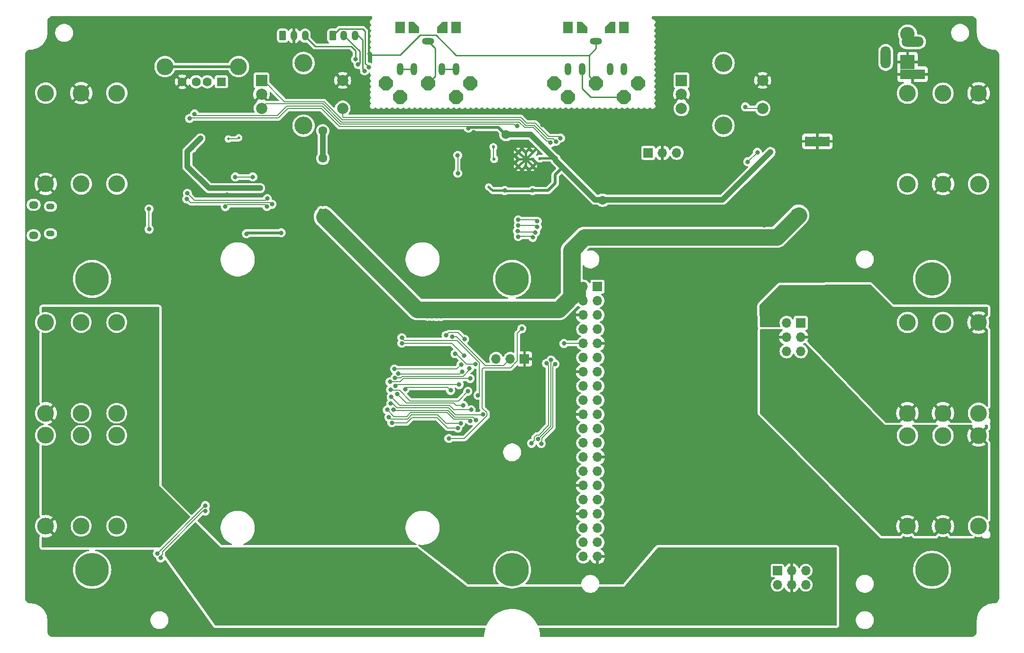
<source format=gbr>
%TF.GenerationSoftware,KiCad,Pcbnew,8.0.6+1*%
%TF.CreationDate,2024-12-16T18:12:13+00:00*%
%TF.ProjectId,pedalboard-hw,70656461-6c62-46f6-9172-642d68772e6b,4.0.1-RC*%
%TF.SameCoordinates,Original*%
%TF.FileFunction,Copper,L2,Bot*%
%TF.FilePolarity,Positive*%
%FSLAX46Y46*%
G04 Gerber Fmt 4.6, Leading zero omitted, Abs format (unit mm)*
G04 Created by KiCad (PCBNEW 8.0.6+1) date 2024-12-16 18:12:13*
%MOMM*%
%LPD*%
G01*
G04 APERTURE LIST*
G04 Aperture macros list*
%AMRoundRect*
0 Rectangle with rounded corners*
0 $1 Rounding radius*
0 $2 $3 $4 $5 $6 $7 $8 $9 X,Y pos of 4 corners*
0 Add a 4 corners polygon primitive as box body*
4,1,4,$2,$3,$4,$5,$6,$7,$8,$9,$2,$3,0*
0 Add four circle primitives for the rounded corners*
1,1,$1+$1,$2,$3*
1,1,$1+$1,$4,$5*
1,1,$1+$1,$6,$7*
1,1,$1+$1,$8,$9*
0 Add four rect primitives between the rounded corners*
20,1,$1+$1,$2,$3,$4,$5,0*
20,1,$1+$1,$4,$5,$6,$7,0*
20,1,$1+$1,$6,$7,$8,$9,0*
20,1,$1+$1,$8,$9,$2,$3,0*%
%AMOutline5P*
0 Free polygon, 5 corners , with rotation*
0 The origin of the aperture is its center*
0 number of corners: always 5*
0 $1 to $10 corner X, Y*
0 $11 Rotation angle, in degrees counterclockwise*
0 create outline with 5 corners*
4,1,5,$1,$2,$3,$4,$5,$6,$7,$8,$9,$10,$1,$2,$11*%
%AMOutline6P*
0 Free polygon, 6 corners , with rotation*
0 The origin of the aperture is its center*
0 number of corners: always 6*
0 $1 to $12 corner X, Y*
0 $13 Rotation angle, in degrees counterclockwise*
0 create outline with 6 corners*
4,1,6,$1,$2,$3,$4,$5,$6,$7,$8,$9,$10,$11,$12,$1,$2,$13*%
%AMOutline7P*
0 Free polygon, 7 corners , with rotation*
0 The origin of the aperture is its center*
0 number of corners: always 7*
0 $1 to $14 corner X, Y*
0 $15 Rotation angle, in degrees counterclockwise*
0 create outline with 7 corners*
4,1,7,$1,$2,$3,$4,$5,$6,$7,$8,$9,$10,$11,$12,$13,$14,$1,$2,$15*%
%AMOutline8P*
0 Free polygon, 8 corners , with rotation*
0 The origin of the aperture is its center*
0 number of corners: always 8*
0 $1 to $16 corner X, Y*
0 $17 Rotation angle, in degrees counterclockwise*
0 create outline with 8 corners*
4,1,8,$1,$2,$3,$4,$5,$6,$7,$8,$9,$10,$11,$12,$13,$14,$15,$16,$1,$2,$17*%
G04 Aperture macros list end*
%TA.AperFunction,ComponentPad*%
%ADD10O,1.200000X2.200000*%
%TD*%
%TA.AperFunction,ComponentPad*%
%ADD11O,2.200000X1.200000*%
%TD*%
%TA.AperFunction,ComponentPad*%
%ADD12C,3.000000*%
%TD*%
%TA.AperFunction,ComponentPad*%
%ADD13R,4.400000X1.800000*%
%TD*%
%TA.AperFunction,ComponentPad*%
%ADD14O,4.000000X1.800000*%
%TD*%
%TA.AperFunction,ComponentPad*%
%ADD15O,1.800000X4.000000*%
%TD*%
%TA.AperFunction,ComponentPad*%
%ADD16R,2.600000X2.600000*%
%TD*%
%TA.AperFunction,ComponentPad*%
%ADD17C,2.600000*%
%TD*%
%TA.AperFunction,ComponentPad*%
%ADD18R,1.700000X1.700000*%
%TD*%
%TA.AperFunction,ComponentPad*%
%ADD19O,1.700000X1.700000*%
%TD*%
%TA.AperFunction,ComponentPad*%
%ADD20Outline8P,-1.250000X0.517767X-0.517767X1.250000X0.517767X1.250000X1.250000X0.517767X1.250000X-0.517767X0.517767X-1.250000X-0.517767X-1.250000X-1.250000X-0.517767X180.000000*%
%TD*%
%TA.AperFunction,ComponentPad*%
%ADD21Outline8P,-1.250000X0.517767X-0.517767X1.250000X0.517767X1.250000X1.250000X0.517767X1.250000X-0.517767X0.517767X-1.250000X-0.517767X-1.250000X-1.250000X-0.517767X270.000000*%
%TD*%
%TA.AperFunction,ComponentPad*%
%ADD22Outline5P,-0.900000X1.000000X0.900000X1.000000X0.900000X-0.100000X0.000000X-1.000000X-0.900000X-1.000000X180.000000*%
%TD*%
%TA.AperFunction,ComponentPad*%
%ADD23R,1.800000X2.000000*%
%TD*%
%TA.AperFunction,ComponentPad*%
%ADD24Outline5P,-0.900000X1.000000X0.900000X1.000000X0.900000X-1.000000X0.000000X-1.000000X-0.900000X-0.100000X180.000000*%
%TD*%
%TA.AperFunction,ComponentPad*%
%ADD25R,2.000000X2.000000*%
%TD*%
%TA.AperFunction,ComponentPad*%
%ADD26C,2.000000*%
%TD*%
%TA.AperFunction,ComponentPad*%
%ADD27C,3.200000*%
%TD*%
%TA.AperFunction,ComponentPad*%
%ADD28C,0.500000*%
%TD*%
%TA.AperFunction,SMDPad,CuDef*%
%ADD29R,4.400000X1.800000*%
%TD*%
%TA.AperFunction,ComponentPad*%
%ADD30O,1.700000X1.350000*%
%TD*%
%TA.AperFunction,ComponentPad*%
%ADD31O,1.500000X1.100000*%
%TD*%
%TA.AperFunction,ComponentPad*%
%ADD32C,0.600000*%
%TD*%
%TA.AperFunction,ComponentPad*%
%ADD33R,1.600000X1.500000*%
%TD*%
%TA.AperFunction,ComponentPad*%
%ADD34C,1.600000*%
%TD*%
%TA.AperFunction,WasherPad*%
%ADD35C,6.000000*%
%TD*%
%TA.AperFunction,ComponentPad*%
%ADD36RoundRect,0.250000X-0.350000X-0.625000X0.350000X-0.625000X0.350000X0.625000X-0.350000X0.625000X0*%
%TD*%
%TA.AperFunction,ComponentPad*%
%ADD37O,1.200000X1.750000*%
%TD*%
%TA.AperFunction,ViaPad*%
%ADD38C,0.800000*%
%TD*%
%TA.AperFunction,ViaPad*%
%ADD39C,0.500000*%
%TD*%
%TA.AperFunction,ViaPad*%
%ADD40C,1.600000*%
%TD*%
%TA.AperFunction,ViaPad*%
%ADD41C,0.600000*%
%TD*%
%TA.AperFunction,Conductor*%
%ADD42C,0.400000*%
%TD*%
%TA.AperFunction,Conductor*%
%ADD43C,0.250000*%
%TD*%
%TA.AperFunction,Conductor*%
%ADD44C,0.200000*%
%TD*%
%TA.AperFunction,Conductor*%
%ADD45C,1.000000*%
%TD*%
%TA.AperFunction,Conductor*%
%ADD46C,0.500000*%
%TD*%
%TA.AperFunction,Conductor*%
%ADD47C,3.000000*%
%TD*%
G04 APERTURE END LIST*
D10*
%TO.P,J3,R*%
%TO.N,Net-(J26-Pin_1)*%
X125000000Y-29500000D03*
%TO.P,J3,RN*%
X122500000Y-29500000D03*
D11*
%TO.P,J3,S*%
%TO.N,GND*%
X120000000Y-24500000D03*
D10*
%TO.P,J3,T*%
%TO.N,Net-(J26-Pin_3)*%
X115000000Y-29500000D03*
%TO.P,J3,TN*%
X117500000Y-29500000D03*
%TD*%
D12*
%TO.P,J8,R*%
%TO.N,/MIDI/A_EXP2*%
X28050000Y-50000000D03*
%TO.P,J8,RN*%
%TO.N,GND*%
X28050000Y-33770000D03*
%TO.P,J8,S*%
X21700000Y-50000000D03*
%TO.P,J8,SN*%
%TO.N,unconnected-(J8-PadSN)*%
X21700000Y-33770000D03*
%TO.P,J8,T*%
%TO.N,Net-(J8-PadT)*%
X34400000Y-50000000D03*
%TO.P,J8,TN*%
%TO.N,unconnected-(J8-PadTN)*%
X34400000Y-33770000D03*
%TD*%
%TO.P,J19,R*%
%TO.N,Net-(JP6-B)*%
X28050000Y-111200000D03*
%TO.P,J19,RN*%
%TO.N,unconnected-(J19-PadRN)*%
X28050000Y-94970000D03*
%TO.P,J19,S*%
%TO.N,/Audio/GND_out*%
X21700000Y-111200000D03*
%TO.P,J19,SN*%
%TO.N,Net-(JP3-A)*%
X21700000Y-94970000D03*
%TO.P,J19,T*%
%TO.N,Net-(J27-out_L)*%
X34400000Y-111200000D03*
%TO.P,J19,TN*%
%TO.N,unconnected-(J19-PadTN)*%
X34400000Y-94970000D03*
%TD*%
D13*
%TO.P,J7,1*%
%TO.N,GND*%
X176537200Y-30388600D03*
D14*
%TO.P,J7,2*%
%TO.N,/Power Supply/unfused*%
X176537200Y-24588600D03*
D15*
%TO.P,J7,3*%
%TO.N,unconnected-(J7-Pad3)*%
X171737200Y-27388600D03*
%TD*%
D16*
%TO.P,J6,1,Pin_1*%
%TO.N,GND*%
X175637200Y-28198600D03*
D17*
%TO.P,J6,2,Pin_2*%
%TO.N,/Power Supply/unfused*%
X175637200Y-23198600D03*
%TD*%
D12*
%TO.P,J20,R*%
%TO.N,Net-(JP5-B)*%
X28050000Y-91000000D03*
%TO.P,J20,RN*%
%TO.N,unconnected-(J20-PadRN)*%
X28050000Y-74770000D03*
%TO.P,J20,S*%
%TO.N,/Audio/GND_out*%
X21700000Y-91000000D03*
%TO.P,J20,SN*%
%TO.N,unconnected-(J20-PadSN)*%
X21700000Y-74770000D03*
%TO.P,J20,T*%
%TO.N,Net-(J27-out_R)*%
X34400000Y-91000000D03*
%TO.P,J20,TN*%
%TO.N,unconnected-(J20-PadTN)*%
X34400000Y-74770000D03*
%TD*%
%TO.P,J22,R*%
%TO.N,/Audio/in_L-*%
X181950000Y-94995000D03*
%TO.P,J22,RN*%
%TO.N,/Audio/GND_in_L*%
X181950000Y-111225000D03*
%TO.P,J22,S*%
X188300000Y-94995000D03*
%TO.P,J22,SN*%
%TO.N,Net-(JP4-A)*%
X188300000Y-111225000D03*
%TO.P,J22,T*%
%TO.N,/Audio/in_L+*%
X175600000Y-94995000D03*
%TO.P,J22,TN*%
%TO.N,/Audio/GND_in_L*%
X175600000Y-111225000D03*
%TD*%
D18*
%TO.P,J12,1,Pin_1*%
%TO.N,/MIDI/SWCLK*%
X129315000Y-44450000D03*
D19*
%TO.P,J12,2,Pin_2*%
%TO.N,GND*%
X131855000Y-44450000D03*
%TO.P,J12,3,Pin_3*%
%TO.N,/MIDI/SWD*%
X134395000Y-44450000D03*
%TD*%
D12*
%TO.P,J5,R*%
%TO.N,/MIDI/A_EXP1*%
X181965000Y-33800000D03*
%TO.P,J5,RN*%
%TO.N,GND*%
X181965000Y-50030000D03*
%TO.P,J5,S*%
X188315000Y-33800000D03*
%TO.P,J5,SN*%
%TO.N,unconnected-(J5-PadSN)*%
X188315000Y-50030000D03*
%TO.P,J5,T*%
%TO.N,Net-(J5-PadT)*%
X175615000Y-33800000D03*
%TO.P,J5,TN*%
%TO.N,unconnected-(J5-PadTN)*%
X175615000Y-50030000D03*
%TD*%
D20*
%TO.P,J4,1*%
%TO.N,unconnected-(J4-Pad1)*%
X112500000Y-32000000D03*
D21*
%TO.P,J4,2*%
%TO.N,GND*%
X120000000Y-32000000D03*
D20*
%TO.P,J4,3*%
%TO.N,unconnected-(J4-Pad3)*%
X127500000Y-32000000D03*
%TO.P,J4,4*%
%TO.N,Net-(J26-Pin_1)*%
X115000000Y-34500000D03*
%TO.P,J4,5*%
%TO.N,Net-(J26-Pin_3)*%
X125000000Y-34500000D03*
D22*
%TO.P,J4,PE*%
%TO.N,N/C*%
X122500000Y-22000000D03*
D23*
%TO.P,J4,PE1*%
X125000000Y-22000000D03*
%TO.P,J4,PE2*%
X115000000Y-22000000D03*
D24*
%TO.P,J4,PE@*%
X117500000Y-22000000D03*
%TD*%
D25*
%TO.P,SW1,A,A*%
%TO.N,/MIDI/ROT_VOL_A*%
X60250000Y-31500000D03*
D26*
%TO.P,SW1,B,B*%
%TO.N,/MIDI/ROT_VOL_B*%
X60250000Y-36500000D03*
%TO.P,SW1,C,C*%
%TO.N,GND*%
X60250000Y-34000000D03*
D27*
%TO.P,SW1,MP*%
%TO.N,N/C*%
X67750000Y-28400000D03*
X67750000Y-39600000D03*
D26*
%TO.P,SW1,S1,S1*%
%TO.N,/MIDI/SW_VOL*%
X74750000Y-36500000D03*
%TO.P,SW1,S2,S2*%
%TO.N,GND*%
X74750000Y-31500000D03*
%TD*%
D28*
%TO.P,U6,9,EP*%
%TO.N,GND*%
X161470000Y-41750000D03*
X160170000Y-41750000D03*
X158870000Y-41750000D03*
X157570000Y-41750000D03*
D29*
X159520000Y-42400000D03*
D28*
X161470000Y-43050000D03*
X160170000Y-43050000D03*
X158870000Y-43050000D03*
X157570000Y-43050000D03*
%TD*%
D18*
%TO.P,J16,1,Pin_1*%
%TO.N,GND*%
X107225000Y-81300000D03*
D19*
%TO.P,J16,2,Pin_2*%
%TO.N,/Audio/INT_MIDI_TX*%
X104685000Y-81300000D03*
%TO.P,J16,3,Pin_3*%
%TO.N,/Audio/INT_MIDI_RX*%
X102145000Y-81300000D03*
%TD*%
D12*
%TO.P,J18,R*%
%TO.N,/Audio/in_R-*%
X181950000Y-74780000D03*
%TO.P,J18,RN*%
%TO.N,/Audio/GND_in_R*%
X181950000Y-91010000D03*
%TO.P,J18,S*%
X188300000Y-74780000D03*
%TO.P,J18,SN*%
%TO.N,unconnected-(J18-PadSN)*%
X188300000Y-91010000D03*
%TO.P,J18,T*%
%TO.N,/Audio/in_R+*%
X175600000Y-74780000D03*
%TO.P,J18,TN*%
%TO.N,/Audio/GND_in_R*%
X175600000Y-91010000D03*
%TD*%
D30*
%TO.P,J9,6,Shield*%
%TO.N,Net-(J9-Shield)*%
X19555000Y-53745000D03*
D31*
X22555000Y-54055000D03*
X22555000Y-58895000D03*
D30*
X19555000Y-59205000D03*
%TD*%
D32*
%TO.P,U3,57,GND*%
%TO.N,GND*%
X106125000Y-46875000D03*
X107400000Y-46875000D03*
X108675000Y-46875000D03*
X106125000Y-45600000D03*
X107400000Y-45600000D03*
X108675000Y-45600000D03*
X106125000Y-44325000D03*
X107400000Y-44325000D03*
X108675000Y-44325000D03*
%TD*%
D33*
%TO.P,J10,1,VBUS*%
%TO.N,/Connectivity/VBUS*%
X53080000Y-31750000D03*
D34*
%TO.P,J10,2,D-*%
%TO.N,/Connectivity/USB_OUT_N*%
X50580000Y-31750000D03*
%TO.P,J10,3,D+*%
%TO.N,/Connectivity/USB_OUT_P*%
X48580000Y-31750000D03*
%TO.P,J10,4,GND*%
%TO.N,GND*%
X46080000Y-31750000D03*
D12*
%TO.P,J10,5,Shield*%
%TO.N,Net-(J10-Shield)*%
X56150000Y-29040000D03*
X43010000Y-29040000D03*
%TD*%
D25*
%TO.P,SW2,A,A*%
%TO.N,/MIDI/ROT_GAIN_A*%
X135250000Y-31500000D03*
D26*
%TO.P,SW2,B,B*%
%TO.N,/MIDI/ROT_GAIN_B*%
X135250000Y-36500000D03*
%TO.P,SW2,C,C*%
%TO.N,GND*%
X135250000Y-34000000D03*
D27*
%TO.P,SW2,MP*%
%TO.N,N/C*%
X142750000Y-28400000D03*
X142750000Y-39600000D03*
D26*
%TO.P,SW2,S1,S1*%
%TO.N,/MIDI/SW_GAIN*%
X149750000Y-36500000D03*
%TO.P,SW2,S2,S2*%
%TO.N,GND*%
X149750000Y-31500000D03*
%TD*%
D20*
%TO.P,J2,1*%
%TO.N,unconnected-(J2-Pad1)*%
X82500000Y-32000000D03*
D21*
%TO.P,J2,2*%
%TO.N,Net-(J25-Pin_2)*%
X90000000Y-32000000D03*
D20*
%TO.P,J2,3*%
%TO.N,unconnected-(J2-Pad3)*%
X97500000Y-32000000D03*
%TO.P,J2,4*%
%TO.N,Net-(J25-Pin_1)*%
X85000000Y-34500000D03*
%TO.P,J2,5*%
%TO.N,Net-(J25-Pin_3)*%
X95000000Y-34500000D03*
D22*
%TO.P,J2,PE*%
%TO.N,N/C*%
X92500000Y-22000000D03*
D23*
%TO.P,J2,PE1*%
X95000000Y-22000000D03*
%TO.P,J2,PE2*%
X85000000Y-22000000D03*
D24*
%TO.P,J2,PE@*%
X87500000Y-22000000D03*
%TD*%
D10*
%TO.P,J1,R*%
%TO.N,Net-(J25-Pin_1)*%
X94994500Y-29500000D03*
%TO.P,J1,RN*%
X92494500Y-29500000D03*
D11*
%TO.P,J1,S*%
%TO.N,Net-(J25-Pin_2)*%
X89994500Y-24500000D03*
D10*
%TO.P,J1,T*%
%TO.N,Net-(J25-Pin_3)*%
X84994500Y-29500000D03*
%TO.P,J1,TN*%
X87494500Y-29500000D03*
%TD*%
D35*
%TO.P,H13,*%
%TO.N,*%
X30000000Y-119000000D03*
%TD*%
%TO.P,H9,*%
%TO.N,*%
X105000000Y-67000000D03*
%TD*%
%TO.P,H10,*%
%TO.N,*%
X30000000Y-67000000D03*
%TD*%
%TO.P,H8,*%
%TO.N,*%
X180000000Y-67000000D03*
%TD*%
%TO.P,H12,*%
%TO.N,*%
X105000000Y-119000000D03*
%TD*%
D36*
%TO.P,J25,1,Pin_1*%
%TO.N,Net-(J25-Pin_1)*%
X72960000Y-23490000D03*
D37*
%TO.P,J25,2,Pin_2*%
%TO.N,Net-(J25-Pin_2)*%
X74960000Y-23490000D03*
%TO.P,J25,3,Pin_3*%
%TO.N,Net-(J25-Pin_3)*%
X76960000Y-23490000D03*
%TD*%
D35*
%TO.P,H11,*%
%TO.N,*%
X180000000Y-119000000D03*
%TD*%
D18*
%TO.P,J27,1,3V3*%
%TO.N,/Audio/CM4_3V*%
X120250000Y-68375600D03*
D19*
%TO.P,J27,2,5V*%
%TO.N,+5VP*%
X117710000Y-68375600D03*
%TO.P,J27,3,SDA/GPIO2*%
%TO.N,/Audio/conf_i2c_sda*%
X120250000Y-70915600D03*
%TO.P,J27,4,5V*%
%TO.N,+5VP*%
X117710000Y-70915600D03*
%TO.P,J27,5,SCL/GPIO3*%
%TO.N,/Audio/conf_i2c_scl*%
X120250000Y-73455600D03*
%TO.P,J27,6,GND*%
%TO.N,GND*%
X117710000Y-73455600D03*
%TO.P,J27,7,GCLK0/GPIO4*%
%TO.N,/Audio/CM4_GPIO4*%
X120250000Y-75995600D03*
%TO.P,J27,8,GPIO14/TXD*%
%TO.N,/Audio/INT_MIDI_TX*%
X117710000Y-75995600D03*
%TO.P,J27,9,GND*%
%TO.N,GND*%
X120250000Y-78535600D03*
%TO.P,J27,10,GPIO15/RXD*%
%TO.N,/Audio/INT_MIDI_RX*%
X117710000Y-78535600D03*
%TO.P,J27,11,GPIO17*%
%TO.N,/Audio/CM4_GPIO17*%
X120250000Y-81075600D03*
%TO.P,J27,12,GPIO18/PWM0*%
%TO.N,/Audio/audio_pcm_clk*%
X117710000Y-81075600D03*
%TO.P,J27,13,GPIO27*%
%TO.N,/Audio/audio_in_stereo*%
X120250000Y-83615600D03*
%TO.P,J27,14,GND*%
%TO.N,GND*%
X117710000Y-83615600D03*
%TO.P,J27,15,GPIO22*%
%TO.N,/Audio/CM4_GPIO22*%
X120250000Y-86155600D03*
%TO.P,J27,16,GPIO23*%
%TO.N,/Audio/CM4_GPIO23*%
X117710000Y-86155600D03*
%TO.P,J27,17,3V3*%
%TO.N,/Audio/CM4_3V*%
X120250000Y-88695600D03*
%TO.P,J27,18,GPIO24*%
%TO.N,/Audio/CM4_GPIO24*%
X117710000Y-88695600D03*
%TO.P,J27,19,MOSI0/GPIO10*%
%TO.N,/Audio/CM4_GPIO10*%
X120250000Y-91235600D03*
%TO.P,J27,20,GND*%
%TO.N,GND*%
X117710000Y-91235600D03*
%TO.P,J27,21,MISO0/GPIO9*%
%TO.N,/Audio/CM4_GPIO9*%
X120250000Y-93775600D03*
%TO.P,J27,22,GPIO25*%
%TO.N,/Audio/CM4_GPIO25*%
X117710000Y-93775600D03*
%TO.P,J27,23,SCLK0/GPIO11*%
%TO.N,/Audio/CM4_GPIO11*%
X120250000Y-96315600D03*
%TO.P,J27,24,~{CE0}/GPIO8*%
%TO.N,/Audio/CM4_GPIO8*%
X117710000Y-96315600D03*
%TO.P,J27,25,GND*%
%TO.N,GND*%
X120250000Y-98855600D03*
%TO.P,J27,26,~{CE1}/GPIO7*%
%TO.N,/Audio/CM4_GPIO7*%
X117710000Y-98855600D03*
%TO.P,J27,27,ID_SD/GPIO0*%
%TO.N,/Audio/CM4_ID_SD*%
X120250000Y-101395600D03*
%TO.P,J27,28,ID_SC/GPIO1*%
%TO.N,/Audio/CM4_ID_SC*%
X117710000Y-101395600D03*
%TO.P,J27,29,GCLK1/GPIO5*%
%TO.N,/Audio/CM4_GPIO5*%
X120250000Y-103935600D03*
%TO.P,J27,30,GND*%
%TO.N,GND*%
X117710000Y-103935600D03*
%TO.P,J27,31,GCLK2/GPIO6*%
%TO.N,/Audio/CM4_GPIO6*%
X120250000Y-106475600D03*
%TO.P,J27,32,PWM0/GPIO12*%
%TO.N,/Audio/CM4_GPIO12*%
X117710000Y-106475600D03*
%TO.P,J27,33,PWM1/GPIO13*%
%TO.N,/Audio/CM4_GPIO13*%
X120250000Y-109015600D03*
%TO.P,J27,34,GND*%
%TO.N,GND*%
X117710000Y-109015600D03*
%TO.P,J27,35,GPIO19/MISO1*%
%TO.N,/Audio/audio_pcm_fs*%
X120250000Y-111555600D03*
%TO.P,J27,36,GPIO16*%
%TO.N,/Audio/CM4_GPIO16*%
X117710000Y-111555600D03*
%TO.P,J27,37,GPIO26*%
%TO.N,/Audio/audio_out_stereo*%
X120250000Y-114095600D03*
%TO.P,J27,38,GPIO20/MOSI1*%
%TO.N,/Audio/audio_pcm_din*%
X117710000Y-114095600D03*
%TO.P,J27,39,GND*%
%TO.N,GND*%
X120250000Y-116635600D03*
%TO.P,J27,40,GPIO21/SCLK1*%
%TO.N,/Audio/audio_pcm_dout*%
X117710000Y-116635600D03*
D18*
%TO.P,J27,41,in_R-*%
%TO.N,/Audio/in_R-*%
X156555000Y-74845600D03*
D19*
%TO.P,J27,42,in_R+*%
%TO.N,/Audio/in_R+*%
X154015000Y-74845600D03*
%TO.P,J27,43,in_GND*%
%TO.N,/Audio/GND_in_R*%
X156555000Y-77385600D03*
%TO.P,J27,44,in_GND*%
%TO.N,/Audio/GND_in_L*%
X154015000Y-77385600D03*
%TO.P,J27,45,in_L+*%
%TO.N,/Audio/in_L+*%
X156555000Y-79925600D03*
%TO.P,J27,46,in_L-*%
%TO.N,/Audio/in_L-*%
X154015000Y-79925600D03*
D18*
%TO.P,J27,47,out_5V*%
%TO.N,Net-(JP5-A)*%
X152380000Y-119150600D03*
D19*
%TO.P,J27,48,out_R*%
%TO.N,Net-(J27-out_R)*%
X152380000Y-121690600D03*
%TO.P,J27,49,out_GND*%
%TO.N,/Audio/GND_out*%
X154920000Y-119150600D03*
%TO.P,J27,50,out_GND*%
X154920000Y-121690600D03*
%TO.P,J27,51,out_5V*%
%TO.N,Net-(JP6-A)*%
X157460000Y-119150600D03*
%TO.P,J27,52,out_L*%
%TO.N,Net-(J27-out_L)*%
X157460000Y-121690600D03*
%TD*%
D36*
%TO.P,J26,1,Pin_1*%
%TO.N,Net-(J26-Pin_1)*%
X64030000Y-23500000D03*
D37*
%TO.P,J26,2,Pin_2*%
%TO.N,GND*%
X66030000Y-23500000D03*
%TO.P,J26,3,Pin_3*%
%TO.N,Net-(J26-Pin_3)*%
X68030000Y-23500000D03*
%TD*%
D38*
%TO.N,GND*%
X153500000Y-44500000D03*
X165500000Y-43500000D03*
X52190000Y-45950000D03*
X159640000Y-52290000D03*
X89500000Y-81500000D03*
X91500000Y-54400000D03*
X153500000Y-43000000D03*
X77780000Y-33850000D03*
X157500000Y-23000000D03*
X102082577Y-41218698D03*
X63980000Y-51570000D03*
X124800000Y-56700000D03*
X143272800Y-49921200D03*
X55500000Y-78000000D03*
X154300000Y-24000000D03*
X154340000Y-27700000D03*
X134400000Y-54800000D03*
X167000000Y-32000000D03*
X157000000Y-32000000D03*
X99600000Y-121200000D03*
X155480000Y-52260000D03*
X169100000Y-51800000D03*
X168500000Y-30500000D03*
X110427750Y-39452250D03*
X92800000Y-53900000D03*
X54100000Y-51930000D03*
X26950000Y-58050000D03*
X47000000Y-49650000D03*
X116700000Y-45600000D03*
X157600000Y-52250000D03*
X68698400Y-53909000D03*
X37000000Y-123100000D03*
X31665200Y-29067800D03*
X165500000Y-35500000D03*
X92800000Y-50300000D03*
X165500000Y-37500000D03*
X55550000Y-39250000D03*
X164000000Y-32000000D03*
X141200000Y-54800000D03*
X99625400Y-79200000D03*
X35500000Y-69400000D03*
X142500000Y-46400000D03*
X161520000Y-52290000D03*
X149086600Y-50700000D03*
X185400000Y-69500000D03*
X124000000Y-47500000D03*
X127300000Y-56700000D03*
X167000000Y-35500000D03*
X151705600Y-55600000D03*
X137800000Y-55800000D03*
X39615400Y-22794000D03*
X55500000Y-85500000D03*
X50800000Y-45950000D03*
X52200000Y-47350000D03*
X167000000Y-30500000D03*
X89500000Y-87600000D03*
X52290000Y-54467800D03*
X166132800Y-23098800D03*
X55500000Y-75000000D03*
X55500000Y-90500000D03*
X165500000Y-39500000D03*
X55500000Y-80500000D03*
X89500000Y-96000000D03*
X155500000Y-32000000D03*
X53600000Y-44600000D03*
X117400000Y-46600000D03*
X86600000Y-80300000D03*
X112200000Y-52600000D03*
X50359600Y-54467800D03*
X24600000Y-69500000D03*
X161500000Y-47000000D03*
X153500000Y-41500000D03*
X24600000Y-121500000D03*
X167000000Y-37500000D03*
X98600000Y-42550000D03*
X174600000Y-69500000D03*
X47020000Y-40850000D03*
X52150000Y-44600000D03*
X103300000Y-54600000D03*
X153500000Y-40000000D03*
X167000000Y-45500000D03*
X159500000Y-23000000D03*
X53600000Y-46000000D03*
X50800000Y-47350000D03*
X185400000Y-121500000D03*
X55500000Y-93000000D03*
X153500000Y-38500000D03*
X124270000Y-50700000D03*
X50800000Y-44600000D03*
X145950000Y-42750000D03*
X153500000Y-35500000D03*
X53137971Y-58490000D03*
X165500000Y-45500000D03*
X108575072Y-54453607D03*
X150000000Y-57400000D03*
X62010000Y-44020000D03*
X48700000Y-39300000D03*
X63920000Y-44640000D03*
X169000000Y-50000000D03*
X174700000Y-121500000D03*
X155000000Y-35500000D03*
X156200000Y-25900000D03*
X167000000Y-41500000D03*
X59050000Y-55700000D03*
X164000000Y-35500000D03*
X53600000Y-47350000D03*
X161600000Y-49300000D03*
X153500000Y-37000000D03*
X55500000Y-83000000D03*
X48480000Y-54467800D03*
X164000000Y-37500000D03*
X148200000Y-49235400D03*
X155000000Y-37000000D03*
X98115000Y-40750000D03*
X110300000Y-121000000D03*
X55500000Y-88000000D03*
X59450000Y-44832500D03*
X155500000Y-23000000D03*
X94100000Y-40850000D03*
X161500000Y-23000000D03*
X165500000Y-41500000D03*
X167000000Y-39500000D03*
X61670000Y-48910000D03*
X89500000Y-93500000D03*
X73118000Y-54239200D03*
X117150000Y-56050000D03*
X101459500Y-54910000D03*
X167000000Y-43500000D03*
X99600000Y-69500000D03*
X41571200Y-22743200D03*
X120900000Y-50650000D03*
X139700000Y-44600000D03*
X114184944Y-49200000D03*
X55500000Y-95500000D03*
X50550000Y-61290000D03*
X110500000Y-69500000D03*
%TO.N,Net-(J25-Pin_2)*%
X77494500Y-28646472D03*
%TO.N,+3V3*%
X97200000Y-40050000D03*
X103675000Y-51200000D03*
X112792822Y-45433603D03*
X108660379Y-51182165D03*
D39*
X100804000Y-50556200D03*
D38*
X144204900Y-51285100D03*
X151150000Y-44300000D03*
D40*
X103925000Y-41175000D03*
X121174800Y-52918400D03*
D41*
X109954871Y-45486615D03*
D38*
X108121284Y-41128021D03*
X143658800Y-51831200D03*
X47400000Y-38300000D03*
D41*
%TO.N,+1V1*%
X101800000Y-45560000D03*
X101660000Y-43410000D03*
D38*
%TO.N,/Audio/CM4_GPIO13*%
X95816257Y-92805501D03*
X83000000Y-91700000D03*
%TO.N,/Audio/conf_i2c_sda*%
X95900000Y-82300000D03*
X84000000Y-83100000D03*
%TO.N,/Audio/conf_i2c_scl*%
X96058879Y-83599500D03*
X84700353Y-83899647D03*
%TO.N,/MIDI/EXT_MIDI_RX*%
X95288890Y-44906200D03*
X95292200Y-48091699D03*
%TO.N,/Audio/audio_in_stereo*%
X84133755Y-86087142D03*
X95537944Y-85893736D03*
%TO.N,/Audio/audio_pcm_fs*%
X83525685Y-92713715D03*
X95302419Y-93662808D03*
%TO.N,/MIDI/SW_D*%
X42230183Y-116884488D03*
X50189975Y-108519975D03*
X110200000Y-96434666D03*
X112660000Y-82199500D03*
%TO.N,/MIDI/SW_F*%
X106100500Y-56448548D03*
X109500500Y-56693343D03*
%TO.N,/MIDI/SW_A*%
X109650000Y-95599500D03*
X111947989Y-81497328D03*
X41650000Y-116070000D03*
X50220599Y-107520441D03*
%TO.N,/MIDI/SW_B*%
X108469716Y-96399500D03*
X111150000Y-82100000D03*
%TO.N,/MIDI/SW_C*%
X106100500Y-57448551D03*
X109500500Y-57693346D03*
%TO.N,/MIDI/ROT_VOL_A*%
X112852102Y-42411614D03*
%TO.N,/MIDI/ROT_VOL_B*%
X111881321Y-42649500D03*
%TO.N,/MIDI/SW_VOL*%
X113648543Y-41806390D03*
%TO.N,/MIDI/SW_GAIN*%
X146662200Y-36230600D03*
%TO.N,/Audio/GND_in_L*%
X178800000Y-93800000D03*
%TO.N,/Audio/GND_out*%
X144500000Y-125400000D03*
X150400000Y-125500000D03*
X94400000Y-125400000D03*
X58000000Y-123900000D03*
X111100000Y-125500000D03*
%TO.N,+5VP*%
X92269600Y-73721000D03*
X71670200Y-54772600D03*
D40*
X130270000Y-58862000D03*
D38*
X91482200Y-73721000D03*
X70882800Y-54772600D03*
X157065000Y-55483800D03*
X89907400Y-73700000D03*
X155312400Y-54950400D03*
X90694800Y-73695600D03*
X156455400Y-55991800D03*
X155896600Y-55458400D03*
%TO.N,/Audio/CM4_3V*%
X85300000Y-78500000D03*
X47010000Y-46140000D03*
X59990000Y-50760000D03*
X54245800Y-50760000D03*
X96400000Y-80700000D03*
X57553750Y-58913750D03*
X98917395Y-87799500D03*
X63755912Y-58744088D03*
X85300000Y-77500000D03*
X47865000Y-43640000D03*
X49325000Y-41865000D03*
%TO.N,/Audio/CM4_GPIO6*%
X82700000Y-90400000D03*
X97511449Y-92382343D03*
%TO.N,/Audio/CM4_GPIO5*%
X83798953Y-90387491D03*
X98557000Y-92199500D03*
%TO.N,/Audio/CM4_ID_SD*%
X83350000Y-89250000D03*
X99800000Y-91200000D03*
%TO.N,/Audio/CM4_GPIO11*%
X83400000Y-88100000D03*
X97683894Y-90399000D03*
%TO.N,/Audio/CM4_GPIO9*%
X96300000Y-89599000D03*
X84500000Y-87599500D03*
%TO.N,/Audio/CM4_GPIO10*%
X85900000Y-86699500D03*
X94024728Y-86925400D03*
%TO.N,/Audio/CM4_GPIO22*%
X97100000Y-87100000D03*
X83300000Y-86787142D03*
%TO.N,/Audio/CM4_GPIO17*%
X97500000Y-84800000D03*
X83200000Y-85400000D03*
%TO.N,/Audio/INT_MIDI_RX*%
X114260000Y-78550000D03*
%TO.N,/Audio/CM4_GPIO4*%
X84074635Y-84687642D03*
X97400000Y-83000500D03*
%TO.N,/Audio/INT_MIDI_TX*%
X94300000Y-77300000D03*
X94810000Y-80370000D03*
X98448690Y-82241159D03*
%TO.N,/Audio/CM4_LED_ACT*%
X106750000Y-75890000D03*
X93700861Y-95522181D03*
%TO.N,/MIDI/A_EXP2*%
X48300000Y-37500000D03*
X105890000Y-39649500D03*
%TO.N,Net-(J25-Pin_1)*%
X79436653Y-29121550D03*
%TO.N,Net-(J25-Pin_3)*%
X78655500Y-29791388D03*
%TO.N,Net-(J26-Pin_3)*%
X77044500Y-27714500D03*
D40*
%TO.N,/Connectivity/VBUS*%
X71187600Y-40523200D03*
X71213000Y-45425400D03*
D38*
%TO.N,Net-(JP1-B)*%
X109173071Y-58692312D03*
X105970000Y-58440000D03*
%TO.N,Net-(JP2-B)*%
X108700500Y-59573605D03*
X106100500Y-59431451D03*
%TO.N,/Audio/CM4_LED_PWR*%
X93210000Y-77100000D03*
X96521970Y-77768030D03*
%TO.N,/MIDI/I2C_SCL*%
X148800000Y-44350000D03*
X147100000Y-46050000D03*
%TO.N,Net-(J9-VBUS)*%
X40150000Y-54490000D03*
X40190000Y-58120000D03*
%TO.N,Net-(U9-SUSP_IND{slash}LOCAL_PWR{slash}NON_REM0)*%
X55580000Y-48770000D03*
X58700000Y-48770000D03*
%TO.N,/Audio/nEXTRST*%
X61213200Y-54040000D03*
X53788600Y-54061400D03*
%TO.N,/Connectivity/nOCS1*%
X47000000Y-51700000D03*
X61264273Y-52640000D03*
%TO.N,Net-(U10-EN)*%
X62129716Y-53640000D03*
X46900000Y-52700000D03*
D39*
%TO.N,/Connectivity/USB_RP_P*%
X54322000Y-41971000D03*
X56179661Y-41756388D03*
%TD*%
D42*
%TO.N,GND*%
X107400000Y-44325000D02*
X107400000Y-46875000D01*
D43*
X95000000Y-27000000D02*
X118750000Y-27000000D01*
D42*
X107400000Y-45600000D02*
X106125000Y-46875000D01*
D43*
X118750000Y-30750000D02*
X120000000Y-32000000D01*
D42*
X106125000Y-45600000D02*
X108675000Y-45600000D01*
D43*
X118750000Y-27000000D02*
X118750000Y-30750000D01*
X120000000Y-25750000D02*
X120000000Y-24500000D01*
X85020000Y-26980000D02*
X88600000Y-23400000D01*
D44*
X110091558Y-39114500D02*
X110090000Y-39112942D01*
D43*
X79180000Y-26670000D02*
X79490000Y-26980000D01*
D42*
X107400000Y-45600000D02*
X106125000Y-44325000D01*
X107400000Y-45600000D02*
X108675000Y-46875000D01*
X107400000Y-45600000D02*
X108675000Y-44325000D01*
D43*
X91400000Y-23400000D02*
X95000000Y-27000000D01*
X118750000Y-27000000D02*
X120000000Y-25750000D01*
X88600000Y-23400000D02*
X91400000Y-23400000D01*
X79490000Y-26980000D02*
X85020000Y-26980000D01*
D44*
X110131396Y-39114500D02*
X110091558Y-39114500D01*
D43*
%TO.N,Net-(J25-Pin_2)*%
X77769500Y-28371472D02*
X77769500Y-26299500D01*
X91250000Y-25755500D02*
X89994500Y-24500000D01*
X77494500Y-28646472D02*
X77769500Y-28371472D01*
X90000000Y-32000000D02*
X91250000Y-30750000D01*
X77769500Y-26299500D02*
X74960000Y-23490000D01*
X91250000Y-30750000D02*
X91250000Y-25755500D01*
D45*
%TO.N,+3V3*%
X151150000Y-44300000D02*
X142607800Y-52842200D01*
D42*
X112792822Y-45433603D02*
X110007883Y-45433603D01*
D46*
X97350000Y-39900000D02*
X102560000Y-39900000D01*
D42*
X100829400Y-50556200D02*
X100804000Y-50556200D01*
D44*
X47500000Y-38200000D02*
X63225686Y-38200000D01*
D42*
X103700000Y-51225000D02*
X103675000Y-51200000D01*
X101473200Y-51200000D02*
X100981800Y-50708600D01*
D45*
X119842200Y-52842200D02*
X112792822Y-45792822D01*
D44*
X97200000Y-40050000D02*
X96900000Y-39750000D01*
D45*
X103925000Y-41175000D02*
X108285501Y-41175000D01*
X108285501Y-41175000D02*
X112544104Y-45433603D01*
X142607800Y-52842200D02*
X119842200Y-52842200D01*
D42*
X110007883Y-45433603D02*
X109954871Y-45486615D01*
X103675000Y-51200000D02*
X101473200Y-51200000D01*
D46*
X112700000Y-48398111D02*
X112700000Y-49900000D01*
X114049056Y-47049055D02*
X112700000Y-48398111D01*
D44*
X70917589Y-36500000D02*
X64925686Y-36500000D01*
D42*
X108617544Y-51225000D02*
X103700000Y-51225000D01*
D46*
X102560000Y-39900000D02*
X103835000Y-41175000D01*
D44*
X74167589Y-39750000D02*
X70917589Y-36500000D01*
X96900000Y-39750000D02*
X74167589Y-39750000D01*
D46*
X112700000Y-49900000D02*
X111417835Y-51182165D01*
D42*
X100981800Y-50708600D02*
X100829400Y-50556200D01*
D44*
X47500000Y-38200000D02*
X47400000Y-38300000D01*
D46*
X109315946Y-51182165D02*
X108660379Y-51182165D01*
X111417835Y-51182165D02*
X109466890Y-51182165D01*
X97200000Y-40050000D02*
X97350000Y-39900000D01*
D44*
X64925686Y-36500000D02*
X63225686Y-38200000D01*
D43*
X103835000Y-41175000D02*
X103925000Y-41175000D01*
D42*
X108660379Y-51182165D02*
X108617544Y-51225000D01*
D44*
%TO.N,+1V1*%
X101660000Y-43410000D02*
X101660000Y-45420000D01*
X101660000Y-45420000D02*
X101800000Y-45560000D01*
%TO.N,/Audio/CM4_GPIO13*%
X93205501Y-92805501D02*
X95816257Y-92805501D01*
X83314215Y-92014215D02*
X86351471Y-92014215D01*
X83000000Y-91700000D02*
X83314215Y-92014215D01*
X86351471Y-92014215D02*
X87065686Y-91300000D01*
X91700000Y-91300000D02*
X93205501Y-92805501D01*
X87065686Y-91300000D02*
X91700000Y-91300000D01*
%TO.N,/Audio/conf_i2c_sda*%
X84000000Y-83100000D02*
X95100000Y-83100000D01*
X95100000Y-83100000D02*
X95900000Y-82300000D01*
%TO.N,/Audio/conf_i2c_scl*%
X84700353Y-83899647D02*
X84800706Y-84000000D01*
X95658379Y-84000000D02*
X96058879Y-83599500D01*
X84800706Y-84000000D02*
X95658379Y-84000000D01*
%TO.N,/MIDI/EXT_MIDI_RX*%
X95292200Y-48091699D02*
X95292200Y-44909510D01*
X95292200Y-44909510D02*
X95288890Y-44906200D01*
%TO.N,/Audio/audio_in_stereo*%
X84133755Y-86087142D02*
X84320897Y-85900000D01*
X95531680Y-85900000D02*
X95537944Y-85893736D01*
X84320897Y-85900000D02*
X95531680Y-85900000D01*
%TO.N,/Audio/audio_pcm_fs*%
X93497122Y-93662808D02*
X91617157Y-91782843D01*
X95302419Y-93662808D02*
X93497122Y-93662808D01*
X91617157Y-91782843D02*
X87148529Y-91782843D01*
X86217657Y-92713715D02*
X83525685Y-92713715D01*
X87148529Y-91782843D02*
X86217657Y-92713715D01*
%TO.N,/MIDI/SW_D*%
X110200000Y-96434666D02*
X110200000Y-96039450D01*
X110350000Y-95465186D02*
X112300000Y-93515186D01*
X42547843Y-115737843D02*
X49775686Y-108510000D01*
X112300000Y-82559500D02*
X112660000Y-82199500D01*
X42230183Y-116884488D02*
X42230183Y-116599817D01*
X112300000Y-93515186D02*
X112300000Y-82559500D01*
X49890000Y-108510000D02*
X50180000Y-108510000D01*
X110200000Y-96039450D02*
X110350000Y-95889450D01*
X110350000Y-95889450D02*
X110350000Y-95465186D01*
X42230183Y-116599817D02*
X42547843Y-116282157D01*
X42547843Y-116282157D02*
X42547843Y-115737843D01*
X50180000Y-108510000D02*
X50189975Y-108519975D01*
X49775686Y-108510000D02*
X49890000Y-108510000D01*
%TO.N,/MIDI/SW_F*%
X109500500Y-56693343D02*
X109207157Y-56400000D01*
X109207157Y-56400000D02*
X106149048Y-56400000D01*
X106149048Y-56400000D02*
X106100500Y-56448548D01*
%TO.N,/MIDI/SW_A*%
X111900000Y-81545317D02*
X111900000Y-93349500D01*
X50150000Y-107570000D02*
X50171040Y-107570000D01*
X41650000Y-116070000D02*
X50150000Y-107570000D01*
X111947989Y-81497328D02*
X111900000Y-81545317D01*
X111900000Y-93349500D02*
X109650000Y-95599500D01*
X50171040Y-107570000D02*
X50220599Y-107520441D01*
%TO.N,/MIDI/SW_B*%
X108964883Y-95904333D02*
X108950000Y-95889450D01*
X110550000Y-94133814D02*
X110550000Y-94080000D01*
X108469716Y-96399500D02*
X108964883Y-95904333D01*
X109784314Y-94899500D02*
X110550000Y-94133814D01*
X108950000Y-95309550D02*
X109360050Y-94899500D01*
X111500000Y-82450000D02*
X111150000Y-82100000D01*
X110550000Y-94080000D02*
X111500000Y-93130000D01*
X108950000Y-95889450D02*
X108950000Y-95309550D01*
X109360050Y-94899500D02*
X109784314Y-94899500D01*
X111500000Y-93130000D02*
X111500000Y-82450000D01*
%TO.N,/MIDI/SW_C*%
X109500500Y-57693346D02*
X109255705Y-57448551D01*
X109255705Y-57448551D02*
X106100500Y-57448551D01*
%TO.N,/MIDI/ROT_VOL_A*%
X112390488Y-41950000D02*
X111369865Y-41950000D01*
X107432912Y-39527276D02*
X106455635Y-38550000D01*
X111369865Y-41950000D02*
X108947141Y-39527276D01*
X71414646Y-35300000D02*
X64380000Y-35300000D01*
X60580000Y-31500000D02*
X60250000Y-31500000D01*
X64380000Y-35300000D02*
X60580000Y-31500000D01*
X106455635Y-38550000D02*
X74664646Y-38550000D01*
X112852102Y-42411614D02*
X112390488Y-41950000D01*
X108947141Y-39527276D02*
X107432912Y-39527276D01*
X74664646Y-38550000D02*
X71414646Y-35300000D01*
%TO.N,/MIDI/ROT_VOL_B*%
X111204179Y-42350000D02*
X108781455Y-39927276D01*
X108781455Y-39927276D02*
X107267226Y-39927276D01*
X71248960Y-35700000D02*
X61050000Y-35700000D01*
X111581821Y-42350000D02*
X111204179Y-42350000D01*
X107267226Y-39927276D02*
X106289950Y-38950000D01*
X61050000Y-35700000D02*
X60250000Y-36500000D01*
X111881321Y-42649500D02*
X111581821Y-42350000D01*
X74498961Y-38950000D02*
X71248960Y-35700000D01*
X106289950Y-38950000D02*
X74498961Y-38950000D01*
%TO.N,/MIDI/SW_VOL*%
X106621320Y-38150000D02*
X74840000Y-38150000D01*
X74840000Y-38150000D02*
X74750000Y-38060000D01*
X113648543Y-41806390D02*
X113392153Y-41550000D01*
X109112826Y-39127276D02*
X107598598Y-39127276D01*
X74750000Y-38060000D02*
X74750000Y-36500000D01*
X113392153Y-41550000D02*
X111535551Y-41550000D01*
X111535551Y-41550000D02*
X109112826Y-39127276D01*
X107598598Y-39127276D02*
X106621320Y-38150000D01*
%TO.N,/MIDI/SW_GAIN*%
X146662200Y-36230600D02*
X146916200Y-36484600D01*
X149734600Y-36484600D02*
X149750000Y-36500000D01*
X146916200Y-36484600D02*
X149734600Y-36484600D01*
D47*
%TO.N,+5VP*%
X88036800Y-72460000D02*
X71467000Y-55890200D01*
X117960400Y-59539600D02*
X115600000Y-61900000D01*
D45*
X117710000Y-68375600D02*
X117710000Y-70915600D01*
D47*
X115600000Y-61900000D02*
X115600000Y-70200000D01*
X156176000Y-55636200D02*
X156176000Y-55610800D01*
X116900000Y-60600000D02*
X115700000Y-61800000D01*
X115700000Y-70150000D02*
X115700000Y-61800000D01*
X152272600Y-59539600D02*
X117960400Y-59539600D01*
X113340000Y-72460000D02*
X88036800Y-72460000D01*
X152272600Y-59539600D02*
X156176000Y-55636200D01*
X115600000Y-70200000D02*
X113340000Y-72460000D01*
D44*
%TO.N,/Audio/CM4_3V*%
X99150012Y-81951709D02*
X95198303Y-78000000D01*
D46*
X63755912Y-58744088D02*
X63710000Y-58790000D01*
D44*
X99150012Y-87566883D02*
X99150012Y-81951709D01*
D45*
X54245800Y-50760000D02*
X50870000Y-50760000D01*
D44*
X98917395Y-87799500D02*
X99150012Y-87566883D01*
D45*
X54245800Y-50760000D02*
X59990000Y-50760000D01*
X47010000Y-46140000D02*
X47010000Y-44180000D01*
X50870000Y-50760000D02*
X47010000Y-46900000D01*
D46*
X57677500Y-58790000D02*
X57553750Y-58913750D01*
X63710000Y-58790000D02*
X57677500Y-58790000D01*
D44*
X95198303Y-78000000D02*
X85800000Y-78000000D01*
X85800000Y-78000000D02*
X85300000Y-77500000D01*
X96400000Y-80700000D02*
X94200000Y-78500000D01*
X94200000Y-78500000D02*
X85300000Y-78500000D01*
D45*
X47010000Y-44180000D02*
X49325000Y-41865000D01*
X47010000Y-46900000D02*
X47010000Y-46140000D01*
D44*
%TO.N,/Audio/CM4_GPIO6*%
X97211949Y-92082843D02*
X97511449Y-92382343D01*
X86185785Y-91614215D02*
X86900000Y-90900000D01*
X94585786Y-92082843D02*
X97211949Y-92082843D01*
X82700000Y-90400000D02*
X83914215Y-91614215D01*
X83914215Y-91614215D02*
X86185785Y-91614215D01*
X86900000Y-90900000D02*
X93402942Y-90900000D01*
X93402942Y-90900000D02*
X94585786Y-92082843D01*
%TO.N,/Audio/CM4_GPIO5*%
X83798953Y-90387491D02*
X83911462Y-90500000D01*
X94751472Y-91682843D02*
X98040343Y-91682843D01*
X93568628Y-90500000D02*
X94751472Y-91682843D01*
X98040343Y-91682843D02*
X98557000Y-92199500D01*
X83911462Y-90500000D02*
X93568628Y-90500000D01*
%TO.N,/Audio/CM4_ID_SD*%
X94917157Y-91282843D02*
X99717157Y-91282843D01*
X83650706Y-89250000D02*
X84400706Y-90000000D01*
X84400706Y-90000000D02*
X93634314Y-90000000D01*
X93634314Y-90000000D02*
X94917157Y-91282843D01*
X99717157Y-91282843D02*
X99800000Y-91200000D01*
X83350000Y-89250000D02*
X83650706Y-89250000D01*
%TO.N,/Audio/CM4_GPIO11*%
X83400000Y-88100000D02*
X84900000Y-89600000D01*
X93800000Y-89600000D02*
X94599000Y-90399000D01*
X84900000Y-89600000D02*
X93800000Y-89600000D01*
X94599000Y-90399000D02*
X97683894Y-90399000D01*
%TO.N,/Audio/CM4_GPIO9*%
X94999000Y-89599000D02*
X96300000Y-89599000D01*
X94600000Y-89200000D02*
X94999000Y-89599000D01*
X86100500Y-89200000D02*
X94600000Y-89200000D01*
X84500000Y-87599500D02*
X86100500Y-89200000D01*
%TO.N,/Audio/CM4_GPIO10*%
X85900000Y-86699500D02*
X86199500Y-86400000D01*
X86199500Y-86400000D02*
X93499328Y-86400000D01*
X93499328Y-86400000D02*
X94024728Y-86925400D01*
%TO.N,/Audio/CM4_GPIO22*%
X84900000Y-86900000D02*
X86800000Y-88800000D01*
X83412858Y-86900000D02*
X84900000Y-86900000D01*
X95400000Y-88800000D02*
X97100000Y-87100000D01*
X83300000Y-86787142D02*
X83412858Y-86900000D01*
X86800000Y-88800000D02*
X95400000Y-88800000D01*
%TO.N,/Audio/CM4_GPIO17*%
X83772327Y-85400000D02*
X83784685Y-85387642D01*
X85577818Y-84800000D02*
X97500000Y-84800000D01*
X83200000Y-85400000D02*
X83772327Y-85400000D01*
X84990176Y-85387642D02*
X85577818Y-84800000D01*
X83784685Y-85387642D02*
X84990176Y-85387642D01*
%TO.N,/Audio/INT_MIDI_RX*%
X114260000Y-78550000D02*
X114274400Y-78535600D01*
X114274400Y-78535600D02*
X117710000Y-78535600D01*
%TO.N,/Audio/CM4_GPIO4*%
X97400000Y-83000500D02*
X97400000Y-83248329D01*
X85389950Y-84400000D02*
X85089950Y-84700000D01*
X84086993Y-84700000D02*
X84074635Y-84687642D01*
X97400000Y-83248329D02*
X96248329Y-84400000D01*
X96248329Y-84400000D02*
X85389950Y-84400000D01*
X85089950Y-84700000D02*
X84086993Y-84700000D01*
%TO.N,/Audio/INT_MIDI_TX*%
X100263989Y-82500000D02*
X103485000Y-82500000D01*
X95063989Y-77300000D02*
X100263989Y-82500000D01*
X94810000Y-80370000D02*
X94959950Y-80370000D01*
X94959950Y-80370000D02*
X96831109Y-82241159D01*
X103485000Y-82500000D02*
X104685000Y-81300000D01*
X94300000Y-77300000D02*
X95063989Y-77300000D01*
X96831109Y-82241159D02*
X98448690Y-82241159D01*
%TO.N,/Audio/CM4_LED_ACT*%
X106750000Y-75890000D02*
X105930000Y-76710000D01*
X105930000Y-81681346D02*
X104711346Y-82900000D01*
X99674975Y-90085025D02*
X100500000Y-90910050D01*
X100500000Y-90910050D02*
X100500000Y-91489950D01*
X99874778Y-82900000D02*
X99674975Y-83099803D01*
X99674975Y-83099803D02*
X99674975Y-90085025D01*
X105930000Y-76710000D02*
X105930000Y-81681346D01*
X96467769Y-95522181D02*
X93700861Y-95522181D01*
X104711346Y-82900000D02*
X99874778Y-82900000D01*
X100500000Y-91489950D02*
X96467769Y-95522181D01*
%TO.N,/MIDI/A_EXP2*%
X48600000Y-37800000D02*
X63060000Y-37800000D01*
X105360000Y-39350000D02*
X105659500Y-39649500D01*
X48600000Y-37800000D02*
X48300000Y-37500000D01*
X64760000Y-36100000D02*
X71083275Y-36100000D01*
X74333275Y-39350000D02*
X105360000Y-39350000D01*
X105659500Y-39649500D02*
X105999500Y-39649500D01*
X71083275Y-36100000D02*
X74333275Y-39350000D01*
X63060000Y-37800000D02*
X64760000Y-36100000D01*
D43*
%TO.N,Net-(J25-Pin_1)*%
X92494500Y-29500000D02*
X94994500Y-29500000D01*
X79436653Y-29121550D02*
X78730000Y-28414897D01*
X74160000Y-22290000D02*
X72960000Y-23490000D01*
X78730000Y-28414897D02*
X78730000Y-22690000D01*
X78330000Y-22290000D02*
X74160000Y-22290000D01*
X78730000Y-22690000D02*
X78330000Y-22290000D01*
%TO.N,Net-(J25-Pin_3)*%
X84994500Y-29500000D02*
X87494500Y-29500000D01*
X78280000Y-29415888D02*
X78280000Y-24270000D01*
X78655500Y-29791388D02*
X78280000Y-29415888D01*
X78280000Y-24270000D02*
X77500000Y-23490000D01*
X77500000Y-23490000D02*
X76960000Y-23490000D01*
%TO.N,Net-(J26-Pin_3)*%
X76243604Y-25410000D02*
X69835000Y-25410000D01*
X77044500Y-27714500D02*
X77044500Y-26210896D01*
X77044500Y-26210896D02*
X76243604Y-25410000D01*
X117500000Y-29500000D02*
X117500000Y-33000000D01*
X69835000Y-25410000D02*
X68030000Y-23605000D01*
X117500000Y-33000000D02*
X119000000Y-34500000D01*
X119000000Y-34500000D02*
X125000000Y-34500000D01*
D45*
%TO.N,/Connectivity/VBUS*%
X71187600Y-40523200D02*
X71187600Y-45552400D01*
D44*
%TO.N,Net-(JP1-B)*%
X105970000Y-58440000D02*
X106130000Y-58600000D01*
X106130000Y-58600000D02*
X109080759Y-58600000D01*
X109080759Y-58600000D02*
X109173071Y-58692312D01*
%TO.N,Net-(JP2-B)*%
X108526895Y-59400000D02*
X106131951Y-59400000D01*
X106131951Y-59400000D02*
X106100500Y-59431451D01*
X108700500Y-59573605D02*
X108526895Y-59400000D01*
%TO.N,/Audio/CM4_LED_PWR*%
X95353940Y-76600000D02*
X96521970Y-77768030D01*
X93210000Y-77100000D02*
X93710000Y-76600000D01*
X93710000Y-76600000D02*
X95353940Y-76600000D01*
%TO.N,/MIDI/I2C_SCL*%
X147100000Y-46050000D02*
X148800000Y-44350000D01*
%TO.N,Net-(J9-VBUS)*%
X40150000Y-54490000D02*
X40150000Y-58080000D01*
X40150000Y-58080000D02*
X40190000Y-58120000D01*
%TO.N,Net-(U9-SUSP_IND{slash}LOCAL_PWR{slash}NON_REM0)*%
X58700000Y-48770000D02*
X55580000Y-48770000D01*
%TO.N,/Audio/nEXTRST*%
X54110000Y-53740000D02*
X53788600Y-54061400D01*
X61213200Y-54040000D02*
X60913200Y-53740000D01*
X60913200Y-53740000D02*
X54110000Y-53740000D01*
%TO.N,/Connectivity/nOCS1*%
X60964273Y-52940000D02*
X61264273Y-52640000D01*
X47000000Y-51700000D02*
X48240000Y-52940000D01*
X48240000Y-52940000D02*
X60964273Y-52940000D01*
%TO.N,Net-(U10-EN)*%
X46900000Y-52700000D02*
X47540000Y-53340000D01*
X47540000Y-53340000D02*
X61829716Y-53340000D01*
X61829716Y-53340000D02*
X62129716Y-53640000D01*
D46*
%TO.N,Net-(J10-Shield)*%
X43010000Y-29040000D02*
X56150000Y-29040000D01*
D44*
%TO.N,/Connectivity/USB_RP_P*%
X55965049Y-41971000D02*
X56179661Y-41756388D01*
X54322000Y-41971000D02*
X55965049Y-41971000D01*
%TD*%
%TA.AperFunction,Conductor*%
%TO.N,/Audio/GND_out*%
G36*
X155170000Y-121257588D02*
G01*
X155112993Y-121224675D01*
X154985826Y-121190600D01*
X154854174Y-121190600D01*
X154727007Y-121224675D01*
X154670000Y-121257588D01*
X154670000Y-119583612D01*
X154727007Y-119616525D01*
X154854174Y-119650600D01*
X154985826Y-119650600D01*
X155112993Y-119616525D01*
X155170000Y-119583612D01*
X155170000Y-121257588D01*
G37*
%TD.AperFunction*%
%TA.AperFunction,Conductor*%
G36*
X48504728Y-110520574D02*
G01*
X48549075Y-110549075D01*
X53000000Y-115000000D01*
X87957454Y-115000000D01*
X88024493Y-115019685D01*
X88033581Y-115026118D01*
X92465314Y-118473022D01*
X97000000Y-122000000D01*
X103477612Y-122000000D01*
X103529677Y-122011460D01*
X103758031Y-122117108D01*
X104102330Y-122233116D01*
X104457153Y-122311218D01*
X104818341Y-122350500D01*
X104818347Y-122350500D01*
X105181653Y-122350500D01*
X105181659Y-122350500D01*
X105542847Y-122311218D01*
X105897670Y-122233116D01*
X106241969Y-122117108D01*
X106470322Y-122011460D01*
X106522388Y-122000000D01*
X117363005Y-122000000D01*
X117430044Y-122019685D01*
X117475799Y-122072489D01*
X117480936Y-122085682D01*
X117496757Y-122134376D01*
X117496758Y-122134379D01*
X117541563Y-122222312D01*
X117594033Y-122325291D01*
X117611132Y-122358848D01*
X117759201Y-122562649D01*
X117759205Y-122562654D01*
X117937345Y-122740794D01*
X117937350Y-122740798D01*
X118087955Y-122850218D01*
X118141155Y-122888870D01*
X118225687Y-122931941D01*
X118365616Y-123003239D01*
X118365618Y-123003239D01*
X118365621Y-123003241D01*
X118605215Y-123081090D01*
X118854038Y-123120500D01*
X118854039Y-123120500D01*
X119105961Y-123120500D01*
X119105962Y-123120500D01*
X119354785Y-123081090D01*
X119594379Y-123003241D01*
X119818845Y-122888870D01*
X120022656Y-122740793D01*
X120200793Y-122562656D01*
X120348870Y-122358845D01*
X120463241Y-122134379D01*
X120479064Y-122085682D01*
X120518502Y-122028006D01*
X120582860Y-122000808D01*
X120596995Y-122000000D01*
X124999999Y-122000000D01*
X125000000Y-122000000D01*
X125265201Y-121690599D01*
X151174357Y-121690599D01*
X151174357Y-121690600D01*
X151194884Y-121912135D01*
X151194885Y-121912137D01*
X151255769Y-122126123D01*
X151255775Y-122126138D01*
X151354938Y-122325283D01*
X151354943Y-122325291D01*
X151489020Y-122502838D01*
X151653437Y-122652723D01*
X151653439Y-122652725D01*
X151842595Y-122769845D01*
X151842596Y-122769845D01*
X151842599Y-122769847D01*
X152050060Y-122850218D01*
X152268757Y-122891100D01*
X152268759Y-122891100D01*
X152491241Y-122891100D01*
X152491243Y-122891100D01*
X152709940Y-122850218D01*
X152917401Y-122769847D01*
X153106562Y-122652724D01*
X153270981Y-122502836D01*
X153405058Y-122325289D01*
X153456335Y-122222312D01*
X153503837Y-122171075D01*
X153571500Y-122153653D01*
X153637841Y-122175578D01*
X153679717Y-122225178D01*
X153746399Y-122368178D01*
X153881894Y-122561682D01*
X154048917Y-122728705D01*
X154242421Y-122864200D01*
X154456507Y-122964029D01*
X154456516Y-122964033D01*
X154670000Y-123021234D01*
X154670000Y-122123612D01*
X154727007Y-122156525D01*
X154854174Y-122190600D01*
X154985826Y-122190600D01*
X155112993Y-122156525D01*
X155170000Y-122123612D01*
X155170000Y-123021233D01*
X155383483Y-122964033D01*
X155383492Y-122964029D01*
X155597578Y-122864200D01*
X155791082Y-122728705D01*
X155958105Y-122561682D01*
X156093600Y-122368178D01*
X156160282Y-122225178D01*
X156206454Y-122172739D01*
X156273648Y-122153587D01*
X156340529Y-122173803D01*
X156383664Y-122222311D01*
X156434938Y-122325283D01*
X156434943Y-122325291D01*
X156569020Y-122502838D01*
X156733437Y-122652723D01*
X156733439Y-122652725D01*
X156922595Y-122769845D01*
X156922596Y-122769845D01*
X156922599Y-122769847D01*
X157130060Y-122850218D01*
X157348757Y-122891100D01*
X157348759Y-122891100D01*
X157571241Y-122891100D01*
X157571243Y-122891100D01*
X157789940Y-122850218D01*
X157997401Y-122769847D01*
X158186562Y-122652724D01*
X158350981Y-122502836D01*
X158485058Y-122325289D01*
X158584229Y-122126128D01*
X158645115Y-121912136D01*
X158665643Y-121690600D01*
X158645115Y-121469064D01*
X158584229Y-121255072D01*
X158584224Y-121255061D01*
X158485061Y-121055916D01*
X158485056Y-121055908D01*
X158350979Y-120878361D01*
X158186562Y-120728476D01*
X158186560Y-120728474D01*
X157997404Y-120611354D01*
X157997395Y-120611350D01*
X157903956Y-120575152D01*
X157803475Y-120536225D01*
X157748075Y-120493654D01*
X157724484Y-120427888D01*
X157740195Y-120359807D01*
X157790219Y-120311028D01*
X157803466Y-120304977D01*
X157997401Y-120229847D01*
X158186562Y-120112724D01*
X158350981Y-119962836D01*
X158485058Y-119785289D01*
X158584229Y-119586128D01*
X158645115Y-119372136D01*
X158665643Y-119150600D01*
X158645115Y-118929064D01*
X158584229Y-118715072D01*
X158536335Y-118618888D01*
X158485061Y-118515916D01*
X158485056Y-118515908D01*
X158350979Y-118338361D01*
X158186562Y-118188476D01*
X158186560Y-118188474D01*
X157997404Y-118071354D01*
X157997398Y-118071352D01*
X157789940Y-117990982D01*
X157571243Y-117950100D01*
X157348757Y-117950100D01*
X157130060Y-117990982D01*
X156998864Y-118041807D01*
X156922601Y-118071352D01*
X156922595Y-118071354D01*
X156733439Y-118188474D01*
X156733437Y-118188476D01*
X156569020Y-118338361D01*
X156434943Y-118515908D01*
X156434938Y-118515916D01*
X156383664Y-118618888D01*
X156336160Y-118670125D01*
X156268497Y-118687546D01*
X156202157Y-118665620D01*
X156160282Y-118616021D01*
X156093600Y-118473022D01*
X156093599Y-118473020D01*
X155958113Y-118279526D01*
X155958108Y-118279520D01*
X155791082Y-118112494D01*
X155597578Y-117976999D01*
X155383492Y-117877170D01*
X155383486Y-117877167D01*
X155170000Y-117819964D01*
X155170000Y-118717588D01*
X155112993Y-118684675D01*
X154985826Y-118650600D01*
X154854174Y-118650600D01*
X154727007Y-118684675D01*
X154670000Y-118717588D01*
X154670000Y-117819964D01*
X154669999Y-117819964D01*
X154456513Y-117877167D01*
X154456507Y-117877170D01*
X154242422Y-117976999D01*
X154242420Y-117977000D01*
X154048926Y-118112486D01*
X154048920Y-118112491D01*
X153881891Y-118279520D01*
X153881890Y-118279522D01*
X153806075Y-118387797D01*
X153751498Y-118431421D01*
X153681999Y-118438614D01*
X153619645Y-118407092D01*
X153584231Y-118346862D01*
X153580500Y-118316673D01*
X153580500Y-118267339D01*
X153570573Y-118199208D01*
X153570573Y-118199207D01*
X153519198Y-118094117D01*
X153519196Y-118094115D01*
X153519196Y-118094114D01*
X153436485Y-118011403D01*
X153331391Y-117960026D01*
X153263261Y-117950100D01*
X153263260Y-117950100D01*
X151496740Y-117950100D01*
X151496739Y-117950100D01*
X151428608Y-117960026D01*
X151323514Y-118011403D01*
X151240803Y-118094114D01*
X151189426Y-118199208D01*
X151179500Y-118267339D01*
X151179500Y-120033860D01*
X151189426Y-120101991D01*
X151240803Y-120207085D01*
X151323514Y-120289796D01*
X151323515Y-120289796D01*
X151323517Y-120289798D01*
X151428607Y-120341173D01*
X151462673Y-120346136D01*
X151496739Y-120351100D01*
X151851047Y-120351100D01*
X151918086Y-120370785D01*
X151963841Y-120423589D01*
X151973785Y-120492747D01*
X151944760Y-120556303D01*
X151895841Y-120590727D01*
X151842601Y-120611351D01*
X151842595Y-120611354D01*
X151653439Y-120728474D01*
X151653437Y-120728476D01*
X151489020Y-120878361D01*
X151354943Y-121055908D01*
X151354938Y-121055916D01*
X151255775Y-121255061D01*
X151255769Y-121255076D01*
X151194885Y-121469062D01*
X151194884Y-121469064D01*
X151174357Y-121690599D01*
X125265201Y-121690599D01*
X130962884Y-115043302D01*
X131021459Y-115005212D01*
X131057032Y-115000000D01*
X162876000Y-115000000D01*
X162943039Y-115019685D01*
X162988794Y-115072489D01*
X163000000Y-115124000D01*
X163000000Y-128876000D01*
X162980315Y-128943039D01*
X162927511Y-128988794D01*
X162876000Y-129000000D01*
X109661553Y-129000000D01*
X109594514Y-128980315D01*
X109549833Y-128929802D01*
X109405202Y-128629473D01*
X109405201Y-128629471D01*
X109405197Y-128629463D01*
X109174969Y-128244127D01*
X108911128Y-127880980D01*
X108911121Y-127880972D01*
X108911114Y-127880963D01*
X108615805Y-127542955D01*
X108615802Y-127542952D01*
X108615796Y-127542945D01*
X108291352Y-127232745D01*
X108291347Y-127232741D01*
X108291345Y-127232739D01*
X107940402Y-126952872D01*
X107940401Y-126952871D01*
X107565796Y-126705597D01*
X107170509Y-126492883D01*
X107170501Y-126492879D01*
X106757765Y-126316468D01*
X106757757Y-126316465D01*
X106330849Y-126177755D01*
X105893235Y-126077873D01*
X105448424Y-126017619D01*
X105448408Y-126017618D01*
X105000003Y-125997480D01*
X104999997Y-125997480D01*
X104551591Y-126017618D01*
X104551575Y-126017619D01*
X104106764Y-126077873D01*
X103669150Y-126177755D01*
X103242242Y-126316465D01*
X103242234Y-126316468D01*
X102829498Y-126492879D01*
X102829490Y-126492883D01*
X102434204Y-126705597D01*
X102434203Y-126705597D01*
X102059598Y-126952871D01*
X102059597Y-126952872D01*
X101708654Y-127232739D01*
X101384197Y-127542952D01*
X101384194Y-127542955D01*
X101088885Y-127880963D01*
X101088863Y-127880991D01*
X100825037Y-128244117D01*
X100594797Y-128629473D01*
X100450167Y-128929802D01*
X100403345Y-128981661D01*
X100338447Y-129000000D01*
X52063813Y-129000000D01*
X51996774Y-128980315D01*
X51962910Y-128948074D01*
X50361138Y-126705593D01*
X43020510Y-116428714D01*
X42997563Y-116362722D01*
X42998343Y-116343705D01*
X42998343Y-115975807D01*
X43018028Y-115908768D01*
X43034657Y-115888131D01*
X48373715Y-110549073D01*
X48435036Y-110515590D01*
X48504728Y-110520574D01*
G37*
%TD.AperFunction*%
%TA.AperFunction,Conductor*%
G36*
X41943039Y-72019685D02*
G01*
X41988794Y-72072489D01*
X42000000Y-72124000D01*
X42000000Y-104000000D01*
X47453767Y-109453767D01*
X47487252Y-109515090D01*
X47482268Y-109584782D01*
X47453767Y-109629129D01*
X42118705Y-114964190D01*
X42057382Y-114997675D01*
X42030034Y-114995719D01*
X42030034Y-115000000D01*
X21124000Y-115000000D01*
X21056961Y-114980315D01*
X21011206Y-114927511D01*
X21000000Y-114876000D01*
X21000000Y-113248374D01*
X21019685Y-113181335D01*
X21072489Y-113135580D01*
X21141647Y-113125636D01*
X21150359Y-113127208D01*
X21414640Y-113184699D01*
X21414637Y-113184699D01*
X21699999Y-113205109D01*
X21700001Y-113205109D01*
X21985362Y-113184699D01*
X22264895Y-113123890D01*
X22532958Y-113023908D01*
X22784047Y-112886803D01*
X22926561Y-112780116D01*
X22926562Y-112780115D01*
X21985756Y-111839309D01*
X22031574Y-111820332D01*
X22146224Y-111743726D01*
X22243726Y-111646224D01*
X22320332Y-111531574D01*
X22339309Y-111485756D01*
X23280115Y-112426562D01*
X23280116Y-112426561D01*
X23386803Y-112284047D01*
X23523908Y-112032958D01*
X23623890Y-111764895D01*
X23684699Y-111485362D01*
X23705109Y-111200001D01*
X23705109Y-111199998D01*
X26194773Y-111199998D01*
X26194773Y-111200001D01*
X26213657Y-111464027D01*
X26213658Y-111464034D01*
X26269921Y-111722673D01*
X26362426Y-111970690D01*
X26362428Y-111970694D01*
X26489280Y-112203005D01*
X26489285Y-112203013D01*
X26647906Y-112414907D01*
X26647922Y-112414925D01*
X26835074Y-112602077D01*
X26835092Y-112602093D01*
X27046986Y-112760714D01*
X27046994Y-112760719D01*
X27279305Y-112887571D01*
X27279309Y-112887573D01*
X27279311Y-112887574D01*
X27527322Y-112980077D01*
X27527325Y-112980077D01*
X27527326Y-112980078D01*
X27694081Y-113016353D01*
X27785974Y-113036343D01*
X28029660Y-113053772D01*
X28049999Y-113055227D01*
X28050000Y-113055227D01*
X28050001Y-113055227D01*
X28068885Y-113053876D01*
X28314026Y-113036343D01*
X28572678Y-112980077D01*
X28820689Y-112887574D01*
X29053011Y-112760716D01*
X29264915Y-112602087D01*
X29452087Y-112414915D01*
X29610716Y-112203011D01*
X29737574Y-111970689D01*
X29830077Y-111722678D01*
X29886343Y-111464026D01*
X29905227Y-111200000D01*
X29905227Y-111199998D01*
X32544773Y-111199998D01*
X32544773Y-111200001D01*
X32563657Y-111464027D01*
X32563658Y-111464034D01*
X32619921Y-111722673D01*
X32712426Y-111970690D01*
X32712428Y-111970694D01*
X32839280Y-112203005D01*
X32839285Y-112203013D01*
X32997906Y-112414907D01*
X32997922Y-112414925D01*
X33185074Y-112602077D01*
X33185092Y-112602093D01*
X33396986Y-112760714D01*
X33396994Y-112760719D01*
X33629305Y-112887571D01*
X33629309Y-112887573D01*
X33629311Y-112887574D01*
X33877322Y-112980077D01*
X33877325Y-112980077D01*
X33877326Y-112980078D01*
X34044081Y-113016353D01*
X34135974Y-113036343D01*
X34379660Y-113053772D01*
X34399999Y-113055227D01*
X34400000Y-113055227D01*
X34400001Y-113055227D01*
X34418885Y-113053876D01*
X34664026Y-113036343D01*
X34922678Y-112980077D01*
X35170689Y-112887574D01*
X35403011Y-112760716D01*
X35614915Y-112602087D01*
X35802087Y-112414915D01*
X35960716Y-112203011D01*
X36087574Y-111970689D01*
X36180077Y-111722678D01*
X36236343Y-111464026D01*
X36255227Y-111200000D01*
X36236343Y-110935974D01*
X36216868Y-110846447D01*
X36180078Y-110677326D01*
X36172226Y-110656274D01*
X36087574Y-110429311D01*
X36033774Y-110330785D01*
X35960719Y-110196994D01*
X35960714Y-110196986D01*
X35802093Y-109985092D01*
X35802077Y-109985074D01*
X35614925Y-109797922D01*
X35614907Y-109797906D01*
X35403013Y-109639285D01*
X35403005Y-109639280D01*
X35170694Y-109512428D01*
X35170690Y-109512426D01*
X34922673Y-109419921D01*
X34664034Y-109363658D01*
X34664027Y-109363657D01*
X34400001Y-109344773D01*
X34399999Y-109344773D01*
X34135972Y-109363657D01*
X34135965Y-109363658D01*
X33877326Y-109419921D01*
X33629309Y-109512426D01*
X33629305Y-109512428D01*
X33396994Y-109639280D01*
X33396986Y-109639285D01*
X33185092Y-109797906D01*
X33185074Y-109797922D01*
X32997922Y-109985074D01*
X32997906Y-109985092D01*
X32839285Y-110196986D01*
X32839280Y-110196994D01*
X32712428Y-110429305D01*
X32712426Y-110429309D01*
X32619921Y-110677326D01*
X32563658Y-110935965D01*
X32563657Y-110935972D01*
X32544773Y-111199998D01*
X29905227Y-111199998D01*
X29886343Y-110935974D01*
X29866868Y-110846447D01*
X29830078Y-110677326D01*
X29822226Y-110656274D01*
X29737574Y-110429311D01*
X29683774Y-110330785D01*
X29610719Y-110196994D01*
X29610714Y-110196986D01*
X29452093Y-109985092D01*
X29452077Y-109985074D01*
X29264925Y-109797922D01*
X29264907Y-109797906D01*
X29053013Y-109639285D01*
X29053005Y-109639280D01*
X28820694Y-109512428D01*
X28820690Y-109512426D01*
X28572673Y-109419921D01*
X28314034Y-109363658D01*
X28314027Y-109363657D01*
X28050001Y-109344773D01*
X28049999Y-109344773D01*
X27785972Y-109363657D01*
X27785965Y-109363658D01*
X27527326Y-109419921D01*
X27279309Y-109512426D01*
X27279305Y-109512428D01*
X27046994Y-109639280D01*
X27046986Y-109639285D01*
X26835092Y-109797906D01*
X26835074Y-109797922D01*
X26647922Y-109985074D01*
X26647906Y-109985092D01*
X26489285Y-110196986D01*
X26489280Y-110196994D01*
X26362428Y-110429305D01*
X26362426Y-110429309D01*
X26269921Y-110677326D01*
X26213658Y-110935965D01*
X26213657Y-110935972D01*
X26194773Y-111199998D01*
X23705109Y-111199998D01*
X23684699Y-110914637D01*
X23623890Y-110635104D01*
X23523908Y-110367041D01*
X23386808Y-110115961D01*
X23386807Y-110115960D01*
X23280115Y-109973436D01*
X22339309Y-110914242D01*
X22320332Y-110868426D01*
X22243726Y-110753776D01*
X22146224Y-110656274D01*
X22031574Y-110579668D01*
X21985756Y-110560689D01*
X22926562Y-109619883D01*
X22926561Y-109619882D01*
X22784046Y-109513196D01*
X22784038Y-109513191D01*
X22532957Y-109376091D01*
X22532958Y-109376091D01*
X22264895Y-109276109D01*
X21985362Y-109215300D01*
X21700001Y-109194891D01*
X21699999Y-109194891D01*
X21414637Y-109215300D01*
X21150358Y-109272791D01*
X21080666Y-109267807D01*
X21024733Y-109225935D01*
X21000316Y-109160471D01*
X21000000Y-109151625D01*
X21000000Y-96862532D01*
X21019685Y-96795493D01*
X21072489Y-96749738D01*
X21141647Y-96739794D01*
X21167325Y-96746348D01*
X21177322Y-96750077D01*
X21435974Y-96806343D01*
X21679660Y-96823772D01*
X21699999Y-96825227D01*
X21700000Y-96825227D01*
X21700001Y-96825227D01*
X21718885Y-96823876D01*
X21964026Y-96806343D01*
X22222678Y-96750077D01*
X22470689Y-96657574D01*
X22703011Y-96530716D01*
X22914915Y-96372087D01*
X23102087Y-96184915D01*
X23260716Y-95973011D01*
X23387574Y-95740689D01*
X23480077Y-95492678D01*
X23536343Y-95234026D01*
X23555227Y-94970000D01*
X23555227Y-94969998D01*
X26194773Y-94969998D01*
X26194773Y-94970001D01*
X26213657Y-95234027D01*
X26213658Y-95234034D01*
X26269921Y-95492673D01*
X26362426Y-95740690D01*
X26362428Y-95740694D01*
X26489280Y-95973005D01*
X26489285Y-95973013D01*
X26647906Y-96184907D01*
X26647922Y-96184925D01*
X26835074Y-96372077D01*
X26835092Y-96372093D01*
X27046986Y-96530714D01*
X27046994Y-96530719D01*
X27279305Y-96657571D01*
X27279309Y-96657573D01*
X27279311Y-96657574D01*
X27527322Y-96750077D01*
X27527325Y-96750077D01*
X27527326Y-96750078D01*
X27527331Y-96750079D01*
X27785974Y-96806343D01*
X28029660Y-96823772D01*
X28049999Y-96825227D01*
X28050000Y-96825227D01*
X28050001Y-96825227D01*
X28068885Y-96823876D01*
X28314026Y-96806343D01*
X28572678Y-96750077D01*
X28820689Y-96657574D01*
X29053011Y-96530716D01*
X29264915Y-96372087D01*
X29452087Y-96184915D01*
X29610716Y-95973011D01*
X29737574Y-95740689D01*
X29830077Y-95492678D01*
X29886343Y-95234026D01*
X29905227Y-94970000D01*
X29905227Y-94969998D01*
X32544773Y-94969998D01*
X32544773Y-94970001D01*
X32563657Y-95234027D01*
X32563658Y-95234034D01*
X32619921Y-95492673D01*
X32712426Y-95740690D01*
X32712428Y-95740694D01*
X32839280Y-95973005D01*
X32839285Y-95973013D01*
X32997906Y-96184907D01*
X32997922Y-96184925D01*
X33185074Y-96372077D01*
X33185092Y-96372093D01*
X33396986Y-96530714D01*
X33396994Y-96530719D01*
X33629305Y-96657571D01*
X33629309Y-96657573D01*
X33629311Y-96657574D01*
X33877322Y-96750077D01*
X33877325Y-96750077D01*
X33877326Y-96750078D01*
X33877331Y-96750079D01*
X34135974Y-96806343D01*
X34379660Y-96823772D01*
X34399999Y-96825227D01*
X34400000Y-96825227D01*
X34400001Y-96825227D01*
X34418885Y-96823876D01*
X34664026Y-96806343D01*
X34922678Y-96750077D01*
X35170689Y-96657574D01*
X35403011Y-96530716D01*
X35614915Y-96372087D01*
X35802087Y-96184915D01*
X35960716Y-95973011D01*
X36087574Y-95740689D01*
X36180077Y-95492678D01*
X36236343Y-95234026D01*
X36255227Y-94970000D01*
X36236343Y-94705974D01*
X36180077Y-94447322D01*
X36087574Y-94199311D01*
X36077278Y-94180456D01*
X35960719Y-93966994D01*
X35960714Y-93966986D01*
X35802093Y-93755092D01*
X35802077Y-93755074D01*
X35614925Y-93567922D01*
X35614907Y-93567906D01*
X35403013Y-93409285D01*
X35403005Y-93409280D01*
X35170694Y-93282428D01*
X35170690Y-93282426D01*
X34922673Y-93189921D01*
X34664034Y-93133658D01*
X34664027Y-93133657D01*
X34400001Y-93114773D01*
X34399999Y-93114773D01*
X34135972Y-93133657D01*
X34135965Y-93133658D01*
X33877326Y-93189921D01*
X33629309Y-93282426D01*
X33629305Y-93282428D01*
X33396994Y-93409280D01*
X33396986Y-93409285D01*
X33185092Y-93567906D01*
X33185074Y-93567922D01*
X32997922Y-93755074D01*
X32997906Y-93755092D01*
X32839285Y-93966986D01*
X32839280Y-93966994D01*
X32712428Y-94199305D01*
X32712426Y-94199309D01*
X32619921Y-94447326D01*
X32563658Y-94705965D01*
X32563657Y-94705972D01*
X32544773Y-94969998D01*
X29905227Y-94969998D01*
X29886343Y-94705974D01*
X29830077Y-94447322D01*
X29737574Y-94199311D01*
X29727278Y-94180456D01*
X29610719Y-93966994D01*
X29610714Y-93966986D01*
X29452093Y-93755092D01*
X29452077Y-93755074D01*
X29264925Y-93567922D01*
X29264907Y-93567906D01*
X29053013Y-93409285D01*
X29053005Y-93409280D01*
X28820694Y-93282428D01*
X28820690Y-93282426D01*
X28572673Y-93189921D01*
X28314034Y-93133658D01*
X28314027Y-93133657D01*
X28050001Y-93114773D01*
X28049999Y-93114773D01*
X27785972Y-93133657D01*
X27785965Y-93133658D01*
X27527326Y-93189921D01*
X27279309Y-93282426D01*
X27279305Y-93282428D01*
X27046994Y-93409280D01*
X27046986Y-93409285D01*
X26835092Y-93567906D01*
X26835074Y-93567922D01*
X26647922Y-93755074D01*
X26647906Y-93755092D01*
X26489285Y-93966986D01*
X26489280Y-93966994D01*
X26362428Y-94199305D01*
X26362426Y-94199309D01*
X26269921Y-94447326D01*
X26213658Y-94705965D01*
X26213657Y-94705972D01*
X26194773Y-94969998D01*
X23555227Y-94969998D01*
X23536343Y-94705974D01*
X23480077Y-94447322D01*
X23387574Y-94199311D01*
X23377278Y-94180456D01*
X23260719Y-93966994D01*
X23260714Y-93966986D01*
X23102093Y-93755092D01*
X23102077Y-93755074D01*
X22914925Y-93567922D01*
X22914907Y-93567906D01*
X22703013Y-93409285D01*
X22703005Y-93409280D01*
X22470694Y-93282428D01*
X22470690Y-93282426D01*
X22363735Y-93242534D01*
X22222678Y-93189923D01*
X22222674Y-93189922D01*
X22189311Y-93182664D01*
X22127988Y-93149178D01*
X22094504Y-93087855D01*
X22099489Y-93018163D01*
X22141361Y-92962230D01*
X22189313Y-92940332D01*
X22264893Y-92923890D01*
X22532958Y-92823908D01*
X22784047Y-92686803D01*
X22926561Y-92580116D01*
X22926562Y-92580115D01*
X21985756Y-91639309D01*
X22031574Y-91620332D01*
X22146224Y-91543726D01*
X22243726Y-91446224D01*
X22320332Y-91331574D01*
X22339309Y-91285756D01*
X23280115Y-92226562D01*
X23280116Y-92226561D01*
X23386803Y-92084047D01*
X23523908Y-91832958D01*
X23623890Y-91564895D01*
X23684699Y-91285362D01*
X23705109Y-91000001D01*
X23705109Y-90999998D01*
X26194773Y-90999998D01*
X26194773Y-91000001D01*
X26213657Y-91264027D01*
X26213658Y-91264034D01*
X26269921Y-91522673D01*
X26362426Y-91770690D01*
X26362428Y-91770694D01*
X26489280Y-92003005D01*
X26489285Y-92003013D01*
X26647906Y-92214907D01*
X26647922Y-92214925D01*
X26835074Y-92402077D01*
X26835092Y-92402093D01*
X27046986Y-92560714D01*
X27046994Y-92560719D01*
X27279305Y-92687571D01*
X27279309Y-92687573D01*
X27279311Y-92687574D01*
X27527322Y-92780077D01*
X27527325Y-92780077D01*
X27527326Y-92780078D01*
X27687893Y-92815007D01*
X27785974Y-92836343D01*
X28022121Y-92853233D01*
X28049999Y-92855227D01*
X28050000Y-92855227D01*
X28050001Y-92855227D01*
X28077879Y-92853233D01*
X28314026Y-92836343D01*
X28572678Y-92780077D01*
X28820689Y-92687574D01*
X29053011Y-92560716D01*
X29264915Y-92402087D01*
X29452087Y-92214915D01*
X29610716Y-92003011D01*
X29737574Y-91770689D01*
X29830077Y-91522678D01*
X29886343Y-91264026D01*
X29905227Y-91000000D01*
X29905227Y-90999998D01*
X32544773Y-90999998D01*
X32544773Y-91000001D01*
X32563657Y-91264027D01*
X32563658Y-91264034D01*
X32619921Y-91522673D01*
X32712426Y-91770690D01*
X32712428Y-91770694D01*
X32839280Y-92003005D01*
X32839285Y-92003013D01*
X32997906Y-92214907D01*
X32997922Y-92214925D01*
X33185074Y-92402077D01*
X33185092Y-92402093D01*
X33396986Y-92560714D01*
X33396994Y-92560719D01*
X33629305Y-92687571D01*
X33629309Y-92687573D01*
X33629311Y-92687574D01*
X33877322Y-92780077D01*
X33877325Y-92780077D01*
X33877326Y-92780078D01*
X34037893Y-92815007D01*
X34135974Y-92836343D01*
X34372121Y-92853233D01*
X34399999Y-92855227D01*
X34400000Y-92855227D01*
X34400001Y-92855227D01*
X34427879Y-92853233D01*
X34664026Y-92836343D01*
X34922678Y-92780077D01*
X35170689Y-92687574D01*
X35403011Y-92560716D01*
X35614915Y-92402087D01*
X35802087Y-92214915D01*
X35960716Y-92003011D01*
X36087574Y-91770689D01*
X36180077Y-91522678D01*
X36236343Y-91264026D01*
X36255227Y-91000000D01*
X36236343Y-90735974D01*
X36199598Y-90567059D01*
X36180078Y-90477326D01*
X36172226Y-90456274D01*
X36087574Y-90229311D01*
X36078997Y-90213604D01*
X35960719Y-89996994D01*
X35960714Y-89996986D01*
X35802093Y-89785092D01*
X35802077Y-89785074D01*
X35614925Y-89597922D01*
X35614907Y-89597906D01*
X35403013Y-89439285D01*
X35403005Y-89439280D01*
X35170694Y-89312428D01*
X35170690Y-89312426D01*
X34922673Y-89219921D01*
X34664034Y-89163658D01*
X34664027Y-89163657D01*
X34400001Y-89144773D01*
X34399999Y-89144773D01*
X34135972Y-89163657D01*
X34135965Y-89163658D01*
X33877326Y-89219921D01*
X33629309Y-89312426D01*
X33629305Y-89312428D01*
X33396994Y-89439280D01*
X33396986Y-89439285D01*
X33185092Y-89597906D01*
X33185074Y-89597922D01*
X32997922Y-89785074D01*
X32997906Y-89785092D01*
X32839285Y-89996986D01*
X32839280Y-89996994D01*
X32712428Y-90229305D01*
X32712426Y-90229309D01*
X32619921Y-90477326D01*
X32563658Y-90735965D01*
X32563657Y-90735972D01*
X32544773Y-90999998D01*
X29905227Y-90999998D01*
X29886343Y-90735974D01*
X29849598Y-90567059D01*
X29830078Y-90477326D01*
X29822226Y-90456274D01*
X29737574Y-90229311D01*
X29728997Y-90213604D01*
X29610719Y-89996994D01*
X29610714Y-89996986D01*
X29452093Y-89785092D01*
X29452077Y-89785074D01*
X29264925Y-89597922D01*
X29264907Y-89597906D01*
X29053013Y-89439285D01*
X29053005Y-89439280D01*
X28820694Y-89312428D01*
X28820690Y-89312426D01*
X28572673Y-89219921D01*
X28314034Y-89163658D01*
X28314027Y-89163657D01*
X28050001Y-89144773D01*
X28049999Y-89144773D01*
X27785972Y-89163657D01*
X27785965Y-89163658D01*
X27527326Y-89219921D01*
X27279309Y-89312426D01*
X27279305Y-89312428D01*
X27046994Y-89439280D01*
X27046986Y-89439285D01*
X26835092Y-89597906D01*
X26835074Y-89597922D01*
X26647922Y-89785074D01*
X26647906Y-89785092D01*
X26489285Y-89996986D01*
X26489280Y-89996994D01*
X26362428Y-90229305D01*
X26362426Y-90229309D01*
X26269921Y-90477326D01*
X26213658Y-90735965D01*
X26213657Y-90735972D01*
X26194773Y-90999998D01*
X23705109Y-90999998D01*
X23684699Y-90714637D01*
X23623890Y-90435104D01*
X23523908Y-90167041D01*
X23386808Y-89915961D01*
X23386807Y-89915960D01*
X23280115Y-89773436D01*
X22339309Y-90714242D01*
X22320332Y-90668426D01*
X22243726Y-90553776D01*
X22146224Y-90456274D01*
X22031574Y-90379668D01*
X21985756Y-90360689D01*
X22926562Y-89419883D01*
X22926561Y-89419882D01*
X22784046Y-89313196D01*
X22784038Y-89313191D01*
X22532957Y-89176091D01*
X22532958Y-89176091D01*
X22264895Y-89076109D01*
X21985362Y-89015300D01*
X21700001Y-88994891D01*
X21699999Y-88994891D01*
X21414637Y-89015300D01*
X21150358Y-89072791D01*
X21080666Y-89067807D01*
X21024733Y-89025935D01*
X21000316Y-88960471D01*
X21000000Y-88951625D01*
X21000000Y-76662532D01*
X21019685Y-76595493D01*
X21072489Y-76549738D01*
X21141647Y-76539794D01*
X21167325Y-76546348D01*
X21177322Y-76550077D01*
X21435974Y-76606343D01*
X21679660Y-76623772D01*
X21699999Y-76625227D01*
X21700000Y-76625227D01*
X21700001Y-76625227D01*
X21718885Y-76623876D01*
X21964026Y-76606343D01*
X22222678Y-76550077D01*
X22470689Y-76457574D01*
X22703011Y-76330716D01*
X22914915Y-76172087D01*
X23102087Y-75984915D01*
X23260716Y-75773011D01*
X23387574Y-75540689D01*
X23480077Y-75292678D01*
X23536343Y-75034026D01*
X23555227Y-74770000D01*
X23555227Y-74769998D01*
X26194773Y-74769998D01*
X26194773Y-74770001D01*
X26213657Y-75034027D01*
X26213658Y-75034034D01*
X26269921Y-75292673D01*
X26362426Y-75540690D01*
X26362428Y-75540694D01*
X26489280Y-75773005D01*
X26489285Y-75773013D01*
X26647906Y-75984907D01*
X26647922Y-75984925D01*
X26835074Y-76172077D01*
X26835092Y-76172093D01*
X27046986Y-76330714D01*
X27046994Y-76330719D01*
X27279305Y-76457571D01*
X27279309Y-76457573D01*
X27279311Y-76457574D01*
X27527322Y-76550077D01*
X27527325Y-76550077D01*
X27527326Y-76550078D01*
X27527331Y-76550079D01*
X27785974Y-76606343D01*
X28029660Y-76623772D01*
X28049999Y-76625227D01*
X28050000Y-76625227D01*
X28050001Y-76625227D01*
X28068885Y-76623876D01*
X28314026Y-76606343D01*
X28572678Y-76550077D01*
X28820689Y-76457574D01*
X29053011Y-76330716D01*
X29264915Y-76172087D01*
X29452087Y-75984915D01*
X29610716Y-75773011D01*
X29737574Y-75540689D01*
X29830077Y-75292678D01*
X29886343Y-75034026D01*
X29905227Y-74770000D01*
X29905227Y-74769998D01*
X32544773Y-74769998D01*
X32544773Y-74770001D01*
X32563657Y-75034027D01*
X32563658Y-75034034D01*
X32619921Y-75292673D01*
X32712426Y-75540690D01*
X32712428Y-75540694D01*
X32839280Y-75773005D01*
X32839285Y-75773013D01*
X32997906Y-75984907D01*
X32997922Y-75984925D01*
X33185074Y-76172077D01*
X33185092Y-76172093D01*
X33396986Y-76330714D01*
X33396994Y-76330719D01*
X33629305Y-76457571D01*
X33629309Y-76457573D01*
X33629311Y-76457574D01*
X33877322Y-76550077D01*
X33877325Y-76550077D01*
X33877326Y-76550078D01*
X33877331Y-76550079D01*
X34135974Y-76606343D01*
X34379660Y-76623772D01*
X34399999Y-76625227D01*
X34400000Y-76625227D01*
X34400001Y-76625227D01*
X34418885Y-76623876D01*
X34664026Y-76606343D01*
X34922678Y-76550077D01*
X35170689Y-76457574D01*
X35403011Y-76330716D01*
X35614915Y-76172087D01*
X35802087Y-75984915D01*
X35960716Y-75773011D01*
X36087574Y-75540689D01*
X36180077Y-75292678D01*
X36236343Y-75034026D01*
X36255227Y-74770000D01*
X36236343Y-74505974D01*
X36220232Y-74431913D01*
X36180078Y-74247326D01*
X36168414Y-74216054D01*
X36087574Y-73999311D01*
X36028501Y-73891128D01*
X35960719Y-73766994D01*
X35960714Y-73766986D01*
X35802093Y-73555092D01*
X35802077Y-73555074D01*
X35614925Y-73367922D01*
X35614907Y-73367906D01*
X35403013Y-73209285D01*
X35403005Y-73209280D01*
X35170694Y-73082428D01*
X35170690Y-73082426D01*
X34922673Y-72989921D01*
X34664034Y-72933658D01*
X34664027Y-72933657D01*
X34400001Y-72914773D01*
X34399999Y-72914773D01*
X34135972Y-72933657D01*
X34135965Y-72933658D01*
X33877326Y-72989921D01*
X33629309Y-73082426D01*
X33629305Y-73082428D01*
X33396994Y-73209280D01*
X33396986Y-73209285D01*
X33185092Y-73367906D01*
X33185074Y-73367922D01*
X32997922Y-73555074D01*
X32997906Y-73555092D01*
X32839285Y-73766986D01*
X32839280Y-73766994D01*
X32712428Y-73999305D01*
X32712426Y-73999309D01*
X32619921Y-74247326D01*
X32563658Y-74505965D01*
X32563657Y-74505972D01*
X32544773Y-74769998D01*
X29905227Y-74769998D01*
X29886343Y-74505974D01*
X29870232Y-74431913D01*
X29830078Y-74247326D01*
X29818414Y-74216054D01*
X29737574Y-73999311D01*
X29678501Y-73891128D01*
X29610719Y-73766994D01*
X29610714Y-73766986D01*
X29452093Y-73555092D01*
X29452077Y-73555074D01*
X29264925Y-73367922D01*
X29264907Y-73367906D01*
X29053013Y-73209285D01*
X29053005Y-73209280D01*
X28820694Y-73082428D01*
X28820690Y-73082426D01*
X28572673Y-72989921D01*
X28314034Y-72933658D01*
X28314027Y-72933657D01*
X28050001Y-72914773D01*
X28049999Y-72914773D01*
X27785972Y-72933657D01*
X27785965Y-72933658D01*
X27527326Y-72989921D01*
X27279309Y-73082426D01*
X27279305Y-73082428D01*
X27046994Y-73209280D01*
X27046986Y-73209285D01*
X26835092Y-73367906D01*
X26835074Y-73367922D01*
X26647922Y-73555074D01*
X26647906Y-73555092D01*
X26489285Y-73766986D01*
X26489280Y-73766994D01*
X26362428Y-73999305D01*
X26362426Y-73999309D01*
X26269921Y-74247326D01*
X26213658Y-74505965D01*
X26213657Y-74505972D01*
X26194773Y-74769998D01*
X23555227Y-74769998D01*
X23536343Y-74505974D01*
X23520232Y-74431913D01*
X23480078Y-74247326D01*
X23468414Y-74216054D01*
X23387574Y-73999311D01*
X23328501Y-73891128D01*
X23260719Y-73766994D01*
X23260714Y-73766986D01*
X23102093Y-73555092D01*
X23102077Y-73555074D01*
X22914925Y-73367922D01*
X22914907Y-73367906D01*
X22703013Y-73209285D01*
X22703005Y-73209280D01*
X22470694Y-73082428D01*
X22470690Y-73082426D01*
X22222673Y-72989921D01*
X21964034Y-72933658D01*
X21964027Y-72933657D01*
X21700001Y-72914773D01*
X21699999Y-72914773D01*
X21435972Y-72933657D01*
X21435965Y-72933658D01*
X21177320Y-72989923D01*
X21177315Y-72989924D01*
X21167332Y-72993648D01*
X21097640Y-72998632D01*
X21036318Y-72965146D01*
X21002833Y-72903823D01*
X21000000Y-72877466D01*
X21000000Y-72124000D01*
X21019685Y-72056961D01*
X21072489Y-72011206D01*
X21124000Y-72000000D01*
X41876000Y-72000000D01*
X41943039Y-72019685D01*
G37*
%TD.AperFunction*%
%TD*%
%TA.AperFunction,Conductor*%
%TO.N,/Audio/GND_in_R*%
G36*
X169015351Y-68019590D02*
G01*
X169036634Y-68036634D01*
X173000000Y-72000000D01*
X189876000Y-72000000D01*
X189943039Y-72019685D01*
X189988794Y-72072489D01*
X190000000Y-72124000D01*
X190000000Y-73428825D01*
X189980315Y-73495864D01*
X189927511Y-73541619D01*
X189884100Y-73549451D01*
X188939309Y-74494242D01*
X188920332Y-74448426D01*
X188843726Y-74333776D01*
X188746224Y-74236274D01*
X188631574Y-74159668D01*
X188585756Y-74140689D01*
X189526562Y-73199883D01*
X189526561Y-73199882D01*
X189384046Y-73093196D01*
X189384038Y-73093191D01*
X189132957Y-72956091D01*
X189132958Y-72956091D01*
X188864895Y-72856109D01*
X188585362Y-72795300D01*
X188300001Y-72774891D01*
X188299999Y-72774891D01*
X188014637Y-72795300D01*
X187735104Y-72856109D01*
X187467041Y-72956091D01*
X187215961Y-73093191D01*
X187215953Y-73093196D01*
X187073437Y-73199882D01*
X187073436Y-73199883D01*
X188014243Y-74140689D01*
X187968426Y-74159668D01*
X187853776Y-74236274D01*
X187756274Y-74333776D01*
X187679668Y-74448426D01*
X187660690Y-74494243D01*
X186719883Y-73553436D01*
X186719882Y-73553437D01*
X186613196Y-73695953D01*
X186613191Y-73695961D01*
X186476091Y-73947041D01*
X186376109Y-74215104D01*
X186315300Y-74494637D01*
X186294891Y-74779998D01*
X186294891Y-74780001D01*
X186315300Y-75065362D01*
X186376109Y-75344895D01*
X186476091Y-75612958D01*
X186613191Y-75864038D01*
X186613196Y-75864046D01*
X186719882Y-76006561D01*
X186719883Y-76006562D01*
X187660689Y-75065756D01*
X187679668Y-75111574D01*
X187756274Y-75226224D01*
X187853776Y-75323726D01*
X187968426Y-75400332D01*
X188014242Y-75419309D01*
X187073436Y-76360115D01*
X187215960Y-76466807D01*
X187215961Y-76466808D01*
X187467042Y-76603908D01*
X187467041Y-76603908D01*
X187735104Y-76703890D01*
X188014637Y-76764699D01*
X188299999Y-76785109D01*
X188300001Y-76785109D01*
X188585362Y-76764699D01*
X188864895Y-76703890D01*
X189132958Y-76603908D01*
X189384047Y-76466803D01*
X189526561Y-76360116D01*
X189526562Y-76360115D01*
X188585757Y-75419309D01*
X188631574Y-75400332D01*
X188746224Y-75323726D01*
X188843726Y-75226224D01*
X188920332Y-75111574D01*
X188939309Y-75065756D01*
X189884903Y-76011350D01*
X189935426Y-76022341D01*
X189984832Y-76071746D01*
X190000000Y-76131173D01*
X190000000Y-89737055D01*
X189980315Y-89804094D01*
X189927511Y-89849849D01*
X189858353Y-89859793D01*
X189794797Y-89830768D01*
X189776733Y-89811366D01*
X189755825Y-89783437D01*
X189739971Y-89762258D01*
X189739966Y-89762253D01*
X189739961Y-89762247D01*
X189547752Y-89570038D01*
X189547746Y-89570033D01*
X189547742Y-89570029D01*
X189330113Y-89407113D01*
X189330108Y-89407110D01*
X189330107Y-89407109D01*
X189091518Y-89276830D01*
X189091519Y-89276830D01*
X189041920Y-89258330D01*
X188836801Y-89181825D01*
X188836794Y-89181823D01*
X188836793Y-89181823D01*
X188571167Y-89124040D01*
X188571160Y-89124039D01*
X188300001Y-89104645D01*
X188299999Y-89104645D01*
X188028839Y-89124039D01*
X188028832Y-89124040D01*
X187763206Y-89181823D01*
X187763202Y-89181824D01*
X187763199Y-89181825D01*
X187635843Y-89229326D01*
X187508480Y-89276830D01*
X187269892Y-89407109D01*
X187269891Y-89407110D01*
X187052259Y-89570028D01*
X187052247Y-89570038D01*
X186860038Y-89762247D01*
X186860028Y-89762259D01*
X186697110Y-89979891D01*
X186697109Y-89979892D01*
X186566830Y-90218480D01*
X186532695Y-90310000D01*
X186471825Y-90473199D01*
X186471824Y-90473202D01*
X186471823Y-90473206D01*
X186414040Y-90738832D01*
X186414039Y-90738839D01*
X186394645Y-91009998D01*
X186394645Y-91010001D01*
X186414039Y-91281160D01*
X186414040Y-91281167D01*
X186450846Y-91450363D01*
X186471825Y-91546801D01*
X186502981Y-91630332D01*
X186566830Y-91801519D01*
X186697109Y-92040107D01*
X186697110Y-92040108D01*
X186697113Y-92040113D01*
X186860029Y-92257742D01*
X186860033Y-92257746D01*
X186860038Y-92257752D01*
X187052247Y-92449961D01*
X187052265Y-92449977D01*
X187080660Y-92471233D01*
X187122532Y-92527167D01*
X187127516Y-92596858D01*
X187094031Y-92658181D01*
X187032708Y-92691666D01*
X187006350Y-92694500D01*
X183302282Y-92694500D01*
X183235243Y-92674815D01*
X183189488Y-92622011D01*
X183185311Y-92598864D01*
X182235757Y-91649309D01*
X182281574Y-91630332D01*
X182396224Y-91553726D01*
X182493726Y-91456224D01*
X182570332Y-91341574D01*
X182589309Y-91295756D01*
X183530115Y-92236562D01*
X183530116Y-92236561D01*
X183636803Y-92094047D01*
X183773908Y-91842958D01*
X183873890Y-91574895D01*
X183934699Y-91295362D01*
X183955109Y-91010001D01*
X183955109Y-91009998D01*
X183934699Y-90724637D01*
X183873890Y-90445104D01*
X183773908Y-90177041D01*
X183636808Y-89925961D01*
X183636807Y-89925960D01*
X183530115Y-89783436D01*
X182589309Y-90724242D01*
X182570332Y-90678426D01*
X182493726Y-90563776D01*
X182396224Y-90466274D01*
X182281574Y-90389668D01*
X182235756Y-90370689D01*
X183176562Y-89429883D01*
X183176561Y-89429882D01*
X183034046Y-89323196D01*
X183034038Y-89323191D01*
X182782957Y-89186091D01*
X182782958Y-89186091D01*
X182514895Y-89086109D01*
X182235362Y-89025300D01*
X181950001Y-89004891D01*
X181949999Y-89004891D01*
X181664637Y-89025300D01*
X181385104Y-89086109D01*
X181117041Y-89186091D01*
X180865961Y-89323191D01*
X180865953Y-89323196D01*
X180723437Y-89429882D01*
X180723436Y-89429883D01*
X181664243Y-90370689D01*
X181618426Y-90389668D01*
X181503776Y-90466274D01*
X181406274Y-90563776D01*
X181329668Y-90678426D01*
X181310690Y-90724243D01*
X180369883Y-89783436D01*
X180369882Y-89783437D01*
X180263196Y-89925953D01*
X180263191Y-89925961D01*
X180126091Y-90177041D01*
X180026109Y-90445104D01*
X179965300Y-90724637D01*
X179944891Y-91009998D01*
X179944891Y-91010001D01*
X179965300Y-91295362D01*
X180026109Y-91574895D01*
X180126091Y-91842958D01*
X180263191Y-92094038D01*
X180263196Y-92094046D01*
X180369882Y-92236561D01*
X180369883Y-92236562D01*
X181310689Y-91295756D01*
X181329668Y-91341574D01*
X181406274Y-91456224D01*
X181503776Y-91553726D01*
X181618426Y-91630332D01*
X181664242Y-91649309D01*
X180712922Y-92600629D01*
X180706549Y-92629928D01*
X180657143Y-92679333D01*
X180597717Y-92694500D01*
X176952282Y-92694500D01*
X176885243Y-92674815D01*
X176839488Y-92622011D01*
X176835311Y-92598864D01*
X175885757Y-91649309D01*
X175931574Y-91630332D01*
X176046224Y-91553726D01*
X176143726Y-91456224D01*
X176220332Y-91341574D01*
X176239309Y-91295756D01*
X177180115Y-92236562D01*
X177180116Y-92236561D01*
X177286803Y-92094047D01*
X177423908Y-91842958D01*
X177523890Y-91574895D01*
X177584699Y-91295362D01*
X177605109Y-91010001D01*
X177605109Y-91009998D01*
X177584699Y-90724637D01*
X177523890Y-90445104D01*
X177423908Y-90177041D01*
X177286808Y-89925961D01*
X177286807Y-89925960D01*
X177180115Y-89783436D01*
X176239309Y-90724242D01*
X176220332Y-90678426D01*
X176143726Y-90563776D01*
X176046224Y-90466274D01*
X175931574Y-90389668D01*
X175885756Y-90370689D01*
X176826562Y-89429883D01*
X176826561Y-89429882D01*
X176684046Y-89323196D01*
X176684038Y-89323191D01*
X176432957Y-89186091D01*
X176432958Y-89186091D01*
X176164895Y-89086109D01*
X175885362Y-89025300D01*
X175600001Y-89004891D01*
X175599999Y-89004891D01*
X175314637Y-89025300D01*
X175035104Y-89086109D01*
X174767041Y-89186091D01*
X174515961Y-89323191D01*
X174515953Y-89323196D01*
X174373437Y-89429882D01*
X174373436Y-89429883D01*
X175314243Y-90370689D01*
X175268426Y-90389668D01*
X175153776Y-90466274D01*
X175056274Y-90563776D01*
X174979668Y-90678426D01*
X174960690Y-90724243D01*
X174019883Y-89783436D01*
X174019882Y-89783437D01*
X173913196Y-89925953D01*
X173913191Y-89925961D01*
X173776091Y-90177041D01*
X173676109Y-90445104D01*
X173615300Y-90724637D01*
X173594891Y-91009998D01*
X173594891Y-91010001D01*
X173615300Y-91295362D01*
X173676109Y-91574895D01*
X173776091Y-91842958D01*
X173913191Y-92094038D01*
X173913196Y-92094046D01*
X174019882Y-92236561D01*
X174019883Y-92236562D01*
X174960689Y-91295756D01*
X174979668Y-91341574D01*
X175056274Y-91456224D01*
X175153776Y-91553726D01*
X175268426Y-91630332D01*
X175314242Y-91649309D01*
X174362922Y-92600629D01*
X174356549Y-92629928D01*
X174307143Y-92679333D01*
X174247717Y-92694500D01*
X171725454Y-92694500D01*
X171658415Y-92674815D01*
X171636065Y-92656439D01*
X158095497Y-78572272D01*
X158094031Y-78570722D01*
X158000856Y-78470408D01*
X157749972Y-78200300D01*
X157718772Y-78137786D01*
X157726323Y-78068325D01*
X157728446Y-78063508D01*
X157828429Y-77849092D01*
X157828432Y-77849086D01*
X157885636Y-77635600D01*
X156988012Y-77635600D01*
X157020925Y-77578593D01*
X157055000Y-77451426D01*
X157055000Y-77319774D01*
X157020925Y-77192607D01*
X156988012Y-77135600D01*
X157885636Y-77135600D01*
X157885635Y-77135599D01*
X157828432Y-76922113D01*
X157828429Y-76922107D01*
X157728600Y-76708022D01*
X157728599Y-76708020D01*
X157593113Y-76514526D01*
X157593108Y-76514520D01*
X157426080Y-76347492D01*
X157386614Y-76319857D01*
X157342990Y-76265279D01*
X157335798Y-76195781D01*
X157367321Y-76133426D01*
X157427552Y-76098014D01*
X157438321Y-76095813D01*
X157530304Y-76081246D01*
X157643342Y-76023650D01*
X157733050Y-75933942D01*
X157790646Y-75820904D01*
X157790646Y-75820902D01*
X157790647Y-75820901D01*
X157805499Y-75727124D01*
X157805500Y-75727119D01*
X157805499Y-74779998D01*
X173694645Y-74779998D01*
X173694645Y-74780001D01*
X173714039Y-75051160D01*
X173714040Y-75051167D01*
X173762717Y-75274931D01*
X173771825Y-75316801D01*
X173802981Y-75400332D01*
X173866830Y-75571519D01*
X173997109Y-75810107D01*
X173997110Y-75810108D01*
X173997113Y-75810113D01*
X174160029Y-76027742D01*
X174160033Y-76027746D01*
X174160038Y-76027752D01*
X174352247Y-76219961D01*
X174352253Y-76219966D01*
X174352258Y-76219971D01*
X174569887Y-76382887D01*
X174569891Y-76382889D01*
X174569892Y-76382890D01*
X174808481Y-76513169D01*
X174808480Y-76513169D01*
X174808484Y-76513170D01*
X174808487Y-76513172D01*
X175063199Y-76608175D01*
X175328840Y-76665961D01*
X175580605Y-76683967D01*
X175599999Y-76685355D01*
X175600000Y-76685355D01*
X175600001Y-76685355D01*
X175618100Y-76684060D01*
X175871160Y-76665961D01*
X176136801Y-76608175D01*
X176391513Y-76513172D01*
X176391517Y-76513169D01*
X176391519Y-76513169D01*
X176510813Y-76448029D01*
X176630113Y-76382887D01*
X176847742Y-76219971D01*
X177039971Y-76027742D01*
X177202887Y-75810113D01*
X177309525Y-75614819D01*
X177333169Y-75571519D01*
X177333169Y-75571517D01*
X177333172Y-75571513D01*
X177428175Y-75316801D01*
X177485961Y-75051160D01*
X177505355Y-74780000D01*
X177505355Y-74779998D01*
X180044645Y-74779998D01*
X180044645Y-74780001D01*
X180064039Y-75051160D01*
X180064040Y-75051167D01*
X180112717Y-75274931D01*
X180121825Y-75316801D01*
X180152981Y-75400332D01*
X180216830Y-75571519D01*
X180347109Y-75810107D01*
X180347110Y-75810108D01*
X180347113Y-75810113D01*
X180510029Y-76027742D01*
X180510033Y-76027746D01*
X180510038Y-76027752D01*
X180702247Y-76219961D01*
X180702253Y-76219966D01*
X180702258Y-76219971D01*
X180919887Y-76382887D01*
X180919891Y-76382889D01*
X180919892Y-76382890D01*
X181158481Y-76513169D01*
X181158480Y-76513169D01*
X181158484Y-76513170D01*
X181158487Y-76513172D01*
X181413199Y-76608175D01*
X181678840Y-76665961D01*
X181930605Y-76683967D01*
X181949999Y-76685355D01*
X181950000Y-76685355D01*
X181950001Y-76685355D01*
X181968100Y-76684060D01*
X182221160Y-76665961D01*
X182486801Y-76608175D01*
X182741513Y-76513172D01*
X182741517Y-76513169D01*
X182741519Y-76513169D01*
X182860813Y-76448029D01*
X182980113Y-76382887D01*
X183197742Y-76219971D01*
X183389971Y-76027742D01*
X183552887Y-75810113D01*
X183659525Y-75614819D01*
X183683169Y-75571519D01*
X183683169Y-75571517D01*
X183683172Y-75571513D01*
X183778175Y-75316801D01*
X183835961Y-75051160D01*
X183855355Y-74780000D01*
X183835961Y-74508840D01*
X183778175Y-74243199D01*
X183683172Y-73988487D01*
X183683170Y-73988484D01*
X183683169Y-73988480D01*
X183552890Y-73749892D01*
X183552889Y-73749891D01*
X183552887Y-73749887D01*
X183389971Y-73532258D01*
X183389966Y-73532253D01*
X183389961Y-73532247D01*
X183197752Y-73340038D01*
X183197746Y-73340033D01*
X183197742Y-73340029D01*
X182980113Y-73177113D01*
X182980108Y-73177110D01*
X182980107Y-73177109D01*
X182741518Y-73046830D01*
X182741519Y-73046830D01*
X182691920Y-73028330D01*
X182486801Y-72951825D01*
X182486794Y-72951823D01*
X182486793Y-72951823D01*
X182221167Y-72894040D01*
X182221160Y-72894039D01*
X181950001Y-72874645D01*
X181949999Y-72874645D01*
X181678839Y-72894039D01*
X181678832Y-72894040D01*
X181413206Y-72951823D01*
X181413202Y-72951824D01*
X181413199Y-72951825D01*
X181341228Y-72978669D01*
X181158480Y-73046830D01*
X180919892Y-73177109D01*
X180919891Y-73177110D01*
X180702259Y-73340028D01*
X180702247Y-73340038D01*
X180510038Y-73532247D01*
X180510028Y-73532259D01*
X180347110Y-73749891D01*
X180347109Y-73749892D01*
X180216830Y-73988480D01*
X180182695Y-74080000D01*
X180121825Y-74243199D01*
X180121824Y-74243202D01*
X180121823Y-74243206D01*
X180064040Y-74508832D01*
X180064039Y-74508839D01*
X180044645Y-74779998D01*
X177505355Y-74779998D01*
X177485961Y-74508840D01*
X177428175Y-74243199D01*
X177333172Y-73988487D01*
X177333170Y-73988484D01*
X177333169Y-73988480D01*
X177202890Y-73749892D01*
X177202889Y-73749891D01*
X177202887Y-73749887D01*
X177039971Y-73532258D01*
X177039966Y-73532253D01*
X177039961Y-73532247D01*
X176847752Y-73340038D01*
X176847746Y-73340033D01*
X176847742Y-73340029D01*
X176630113Y-73177113D01*
X176630108Y-73177110D01*
X176630107Y-73177109D01*
X176391518Y-73046830D01*
X176391519Y-73046830D01*
X176341920Y-73028330D01*
X176136801Y-72951825D01*
X176136794Y-72951823D01*
X176136793Y-72951823D01*
X175871167Y-72894040D01*
X175871160Y-72894039D01*
X175600001Y-72874645D01*
X175599999Y-72874645D01*
X175328839Y-72894039D01*
X175328832Y-72894040D01*
X175063206Y-72951823D01*
X175063202Y-72951824D01*
X175063199Y-72951825D01*
X174991228Y-72978669D01*
X174808480Y-73046830D01*
X174569892Y-73177109D01*
X174569891Y-73177110D01*
X174352259Y-73340028D01*
X174352247Y-73340038D01*
X174160038Y-73532247D01*
X174160028Y-73532259D01*
X173997110Y-73749891D01*
X173997109Y-73749892D01*
X173866830Y-73988480D01*
X173832695Y-74080000D01*
X173771825Y-74243199D01*
X173771824Y-74243202D01*
X173771823Y-74243206D01*
X173714040Y-74508832D01*
X173714039Y-74508839D01*
X173694645Y-74779998D01*
X157805499Y-74779998D01*
X157805499Y-73964082D01*
X157790646Y-73870296D01*
X157733050Y-73757258D01*
X157733046Y-73757254D01*
X157733045Y-73757252D01*
X157643347Y-73667554D01*
X157643344Y-73667552D01*
X157643342Y-73667550D01*
X157566517Y-73628405D01*
X157530301Y-73609952D01*
X157436524Y-73595100D01*
X155673482Y-73595100D01*
X155592519Y-73607923D01*
X155579696Y-73609954D01*
X155466658Y-73667550D01*
X155466657Y-73667551D01*
X155466652Y-73667554D01*
X155376954Y-73757252D01*
X155376951Y-73757257D01*
X155376950Y-73757258D01*
X155357751Y-73794937D01*
X155319352Y-73870298D01*
X155304500Y-73964075D01*
X155304500Y-74113738D01*
X155284815Y-74180777D01*
X155232011Y-74226532D01*
X155162853Y-74236476D01*
X155099297Y-74207451D01*
X155078925Y-74184861D01*
X154976599Y-74038724D01*
X154901950Y-73964075D01*
X154821877Y-73884002D01*
X154642639Y-73758498D01*
X154642640Y-73758498D01*
X154642638Y-73758497D01*
X154508528Y-73695961D01*
X154444330Y-73666025D01*
X154444326Y-73666024D01*
X154444322Y-73666022D01*
X154232977Y-73609393D01*
X154015002Y-73590323D01*
X154014998Y-73590323D01*
X153869682Y-73603036D01*
X153797023Y-73609393D01*
X153797020Y-73609393D01*
X153585677Y-73666022D01*
X153585670Y-73666024D01*
X153585670Y-73666025D01*
X153582391Y-73667554D01*
X153387361Y-73758498D01*
X153387357Y-73758500D01*
X153208121Y-73884002D01*
X153053402Y-74038721D01*
X152927900Y-74217957D01*
X152927898Y-74217961D01*
X152835426Y-74416268D01*
X152835422Y-74416277D01*
X152778793Y-74627620D01*
X152778793Y-74627624D01*
X152759723Y-74845597D01*
X152759723Y-74845602D01*
X152778793Y-75063575D01*
X152778793Y-75063579D01*
X152835422Y-75274922D01*
X152835424Y-75274926D01*
X152835425Y-75274930D01*
X152880600Y-75371808D01*
X152902184Y-75418095D01*
X152912676Y-75487173D01*
X152884156Y-75550957D01*
X152825680Y-75589196D01*
X152789802Y-75594500D01*
X149398110Y-75594500D01*
X149398103Y-75594500D01*
X149395794Y-75594624D01*
X149395270Y-75594500D01*
X149394802Y-75594500D01*
X149394802Y-75594389D01*
X149327800Y-75578541D01*
X149279295Y-75528252D01*
X149265202Y-75472945D01*
X149200891Y-71751585D01*
X149219414Y-71684217D01*
X149235959Y-71663013D01*
X152663794Y-68137240D01*
X152724638Y-68102896D01*
X152751935Y-68099681D01*
X168948194Y-68000317D01*
X169015351Y-68019590D01*
G37*
%TD.AperFunction*%
%TD*%
%TA.AperFunction,Conductor*%
%TO.N,/Audio/GND_in_L*%
G36*
X153313950Y-76019685D02*
G01*
X153359705Y-76072489D01*
X153369649Y-76141647D01*
X153340624Y-76205203D01*
X153318034Y-76225575D01*
X153143927Y-76347486D01*
X153143920Y-76347491D01*
X152976891Y-76514520D01*
X152976886Y-76514526D01*
X152841400Y-76708020D01*
X152841399Y-76708022D01*
X152741570Y-76922107D01*
X152741567Y-76922113D01*
X152684364Y-77135599D01*
X152684364Y-77135600D01*
X153581988Y-77135600D01*
X153549075Y-77192607D01*
X153515000Y-77319774D01*
X153515000Y-77451426D01*
X153549075Y-77578593D01*
X153581988Y-77635600D01*
X152684364Y-77635600D01*
X152741567Y-77849086D01*
X152741570Y-77849092D01*
X152841399Y-78063178D01*
X152976894Y-78256682D01*
X153143917Y-78423705D01*
X153337419Y-78559198D01*
X153420865Y-78598109D01*
X153473305Y-78644281D01*
X153492457Y-78711475D01*
X153472242Y-78778356D01*
X153420868Y-78822873D01*
X153387363Y-78838497D01*
X153387357Y-78838500D01*
X153208121Y-78964002D01*
X153053402Y-79118721D01*
X152927900Y-79297957D01*
X152927898Y-79297961D01*
X152835426Y-79496268D01*
X152835422Y-79496277D01*
X152778793Y-79707620D01*
X152778793Y-79707624D01*
X152759723Y-79925597D01*
X152759723Y-79925602D01*
X152778793Y-80143575D01*
X152778793Y-80143579D01*
X152835422Y-80354922D01*
X152835424Y-80354926D01*
X152835425Y-80354930D01*
X152857382Y-80402016D01*
X152927897Y-80553238D01*
X152927898Y-80553239D01*
X153053402Y-80732477D01*
X153208123Y-80887198D01*
X153387361Y-81012702D01*
X153585670Y-81105175D01*
X153797023Y-81161807D01*
X153979926Y-81177808D01*
X154014998Y-81180877D01*
X154015000Y-81180877D01*
X154015002Y-81180877D01*
X154043254Y-81178405D01*
X154232977Y-81161807D01*
X154444330Y-81105175D01*
X154642639Y-81012702D01*
X154821877Y-80887198D01*
X154976598Y-80732477D01*
X155102102Y-80553239D01*
X155172618Y-80402014D01*
X155218790Y-80349577D01*
X155285984Y-80330425D01*
X155352865Y-80350641D01*
X155397381Y-80402014D01*
X155467898Y-80553239D01*
X155593402Y-80732477D01*
X155748123Y-80887198D01*
X155927361Y-81012702D01*
X156125670Y-81105175D01*
X156337023Y-81161807D01*
X156519926Y-81177808D01*
X156554998Y-81180877D01*
X156555000Y-81180877D01*
X156555002Y-81180877D01*
X156583254Y-81178405D01*
X156772977Y-81161807D01*
X156984330Y-81105175D01*
X157182639Y-81012702D01*
X157361877Y-80887198D01*
X157516598Y-80732477D01*
X157642102Y-80553239D01*
X157734575Y-80354930D01*
X157791207Y-80143577D01*
X157810277Y-79925600D01*
X157791207Y-79707623D01*
X157734575Y-79496270D01*
X157642102Y-79297962D01*
X157642100Y-79297959D01*
X157642099Y-79297957D01*
X157516599Y-79118724D01*
X157516596Y-79118721D01*
X157361877Y-78964002D01*
X157182639Y-78838498D01*
X157031414Y-78767981D01*
X156978977Y-78721810D01*
X156959825Y-78654616D01*
X156980041Y-78587735D01*
X157031414Y-78543218D01*
X157182639Y-78472702D01*
X157255894Y-78421407D01*
X157322100Y-78399080D01*
X157389867Y-78416090D01*
X157417872Y-78438592D01*
X157800000Y-78850000D01*
X157800020Y-78850021D01*
X157800036Y-78850038D01*
X171500000Y-93100000D01*
X174619025Y-93100000D01*
X174686064Y-93119685D01*
X174731819Y-93172489D01*
X174741763Y-93241647D01*
X174712738Y-93305203D01*
X174678452Y-93332832D01*
X174569891Y-93392109D01*
X174569891Y-93392110D01*
X174352259Y-93555028D01*
X174352247Y-93555038D01*
X174160038Y-93747247D01*
X174160028Y-93747259D01*
X173997110Y-93964891D01*
X173997109Y-93964892D01*
X173866830Y-94203480D01*
X173832695Y-94295000D01*
X173771825Y-94458199D01*
X173771824Y-94458202D01*
X173771823Y-94458206D01*
X173714040Y-94723832D01*
X173714039Y-94723839D01*
X173694645Y-94994998D01*
X173694645Y-94995001D01*
X173714039Y-95266160D01*
X173714040Y-95266167D01*
X173717128Y-95280362D01*
X173771825Y-95531801D01*
X173782304Y-95559895D01*
X173866830Y-95786519D01*
X173997109Y-96025107D01*
X173997110Y-96025108D01*
X173997113Y-96025113D01*
X174160029Y-96242742D01*
X174160033Y-96242746D01*
X174160038Y-96242752D01*
X174352247Y-96434961D01*
X174352253Y-96434966D01*
X174352258Y-96434971D01*
X174569887Y-96597887D01*
X174569891Y-96597889D01*
X174569892Y-96597890D01*
X174808481Y-96728169D01*
X174808480Y-96728169D01*
X174808484Y-96728170D01*
X174808487Y-96728172D01*
X175063199Y-96823175D01*
X175328840Y-96880961D01*
X175580605Y-96898967D01*
X175599999Y-96900355D01*
X175600000Y-96900355D01*
X175600001Y-96900355D01*
X175618100Y-96899060D01*
X175871160Y-96880961D01*
X176136801Y-96823175D01*
X176391513Y-96728172D01*
X176391517Y-96728169D01*
X176391519Y-96728169D01*
X176510813Y-96663029D01*
X176630113Y-96597887D01*
X176847742Y-96434971D01*
X177039971Y-96242742D01*
X177202887Y-96025113D01*
X177268029Y-95905813D01*
X177333169Y-95786519D01*
X177333169Y-95786517D01*
X177333172Y-95786513D01*
X177428175Y-95531801D01*
X177485961Y-95266160D01*
X177505355Y-94995000D01*
X177485961Y-94723840D01*
X177428175Y-94458199D01*
X177333172Y-94203487D01*
X177333170Y-94203484D01*
X177333169Y-94203480D01*
X177202890Y-93964892D01*
X177202889Y-93964891D01*
X177202887Y-93964887D01*
X177039971Y-93747258D01*
X177039966Y-93747253D01*
X177039961Y-93747247D01*
X176847752Y-93555038D01*
X176847746Y-93555033D01*
X176847742Y-93555029D01*
X176630113Y-93392113D01*
X176630108Y-93392110D01*
X176630108Y-93392109D01*
X176521548Y-93332832D01*
X176472143Y-93283427D01*
X176457291Y-93215154D01*
X176481708Y-93149690D01*
X176537641Y-93107818D01*
X176580975Y-93100000D01*
X180969025Y-93100000D01*
X181036064Y-93119685D01*
X181081819Y-93172489D01*
X181091763Y-93241647D01*
X181062738Y-93305203D01*
X181028452Y-93332832D01*
X180919891Y-93392109D01*
X180919891Y-93392110D01*
X180702259Y-93555028D01*
X180702247Y-93555038D01*
X180510038Y-93747247D01*
X180510028Y-93747259D01*
X180347110Y-93964891D01*
X180347109Y-93964892D01*
X180216830Y-94203480D01*
X180182695Y-94295000D01*
X180121825Y-94458199D01*
X180121824Y-94458202D01*
X180121823Y-94458206D01*
X180064040Y-94723832D01*
X180064039Y-94723839D01*
X180044645Y-94994998D01*
X180044645Y-94995001D01*
X180064039Y-95266160D01*
X180064040Y-95266167D01*
X180067128Y-95280362D01*
X180121825Y-95531801D01*
X180132304Y-95559895D01*
X180216830Y-95786519D01*
X180347109Y-96025107D01*
X180347110Y-96025108D01*
X180347113Y-96025113D01*
X180510029Y-96242742D01*
X180510033Y-96242746D01*
X180510038Y-96242752D01*
X180702247Y-96434961D01*
X180702253Y-96434966D01*
X180702258Y-96434971D01*
X180919887Y-96597887D01*
X180919891Y-96597889D01*
X180919892Y-96597890D01*
X181158481Y-96728169D01*
X181158480Y-96728169D01*
X181158484Y-96728170D01*
X181158487Y-96728172D01*
X181413199Y-96823175D01*
X181678840Y-96880961D01*
X181930605Y-96898967D01*
X181949999Y-96900355D01*
X181950000Y-96900355D01*
X181950001Y-96900355D01*
X181968100Y-96899060D01*
X182221160Y-96880961D01*
X182486801Y-96823175D01*
X182741513Y-96728172D01*
X182741517Y-96728169D01*
X182741519Y-96728169D01*
X182860813Y-96663029D01*
X182980113Y-96597887D01*
X183197742Y-96434971D01*
X183389971Y-96242742D01*
X183552887Y-96025113D01*
X183618029Y-95905813D01*
X183683169Y-95786519D01*
X183683169Y-95786517D01*
X183683172Y-95786513D01*
X183778175Y-95531801D01*
X183835961Y-95266160D01*
X183855355Y-94995000D01*
X183835961Y-94723840D01*
X183778175Y-94458199D01*
X183683172Y-94203487D01*
X183683170Y-94203484D01*
X183683169Y-94203480D01*
X183552890Y-93964892D01*
X183552889Y-93964891D01*
X183552887Y-93964887D01*
X183389971Y-93747258D01*
X183389966Y-93747253D01*
X183389961Y-93747247D01*
X183197752Y-93555038D01*
X183197746Y-93555033D01*
X183197742Y-93555029D01*
X182980113Y-93392113D01*
X182980108Y-93392110D01*
X182980108Y-93392109D01*
X182871548Y-93332832D01*
X182822143Y-93283427D01*
X182807291Y-93215154D01*
X182831708Y-93149690D01*
X182887641Y-93107818D01*
X182930975Y-93100000D01*
X187121512Y-93100000D01*
X187188551Y-93119685D01*
X187234306Y-93172489D01*
X187244250Y-93241647D01*
X187215225Y-93305203D01*
X187195822Y-93323267D01*
X187073437Y-93414882D01*
X187073436Y-93414883D01*
X188014243Y-94355689D01*
X187968426Y-94374668D01*
X187853776Y-94451274D01*
X187756274Y-94548776D01*
X187679668Y-94663426D01*
X187660690Y-94709243D01*
X186719883Y-93768436D01*
X186719882Y-93768437D01*
X186613196Y-93910953D01*
X186613191Y-93910961D01*
X186476091Y-94162041D01*
X186376109Y-94430104D01*
X186315300Y-94709637D01*
X186294891Y-94994998D01*
X186294891Y-94995001D01*
X186315300Y-95280362D01*
X186376109Y-95559895D01*
X186476091Y-95827958D01*
X186613191Y-96079038D01*
X186613196Y-96079046D01*
X186719882Y-96221561D01*
X186719883Y-96221562D01*
X187660689Y-95280756D01*
X187679668Y-95326574D01*
X187756274Y-95441224D01*
X187853776Y-95538726D01*
X187968426Y-95615332D01*
X188014242Y-95634309D01*
X187073436Y-96575115D01*
X187215960Y-96681807D01*
X187215961Y-96681808D01*
X187467042Y-96818908D01*
X187467041Y-96818908D01*
X187735104Y-96918890D01*
X188014637Y-96979699D01*
X188299999Y-97000109D01*
X188300001Y-97000109D01*
X188585362Y-96979699D01*
X188864895Y-96918890D01*
X189132958Y-96818908D01*
X189384047Y-96681803D01*
X189526561Y-96575116D01*
X189526562Y-96575115D01*
X188585757Y-95634309D01*
X188631574Y-95615332D01*
X188746224Y-95538726D01*
X188843726Y-95441224D01*
X188920332Y-95326574D01*
X188939309Y-95280756D01*
X189884903Y-96226350D01*
X189935426Y-96237341D01*
X189984832Y-96286746D01*
X190000000Y-96346173D01*
X190000000Y-109952055D01*
X189980315Y-110019094D01*
X189927511Y-110064849D01*
X189858353Y-110074793D01*
X189794797Y-110045768D01*
X189776733Y-110026366D01*
X189755825Y-109998437D01*
X189739971Y-109977258D01*
X189739966Y-109977253D01*
X189739961Y-109977247D01*
X189547752Y-109785038D01*
X189547746Y-109785033D01*
X189547742Y-109785029D01*
X189330113Y-109622113D01*
X189330108Y-109622110D01*
X189330107Y-109622109D01*
X189091518Y-109491830D01*
X189091519Y-109491830D01*
X189041920Y-109473330D01*
X188836801Y-109396825D01*
X188836794Y-109396823D01*
X188836793Y-109396823D01*
X188571167Y-109339040D01*
X188571160Y-109339039D01*
X188300001Y-109319645D01*
X188299999Y-109319645D01*
X188028839Y-109339039D01*
X188028832Y-109339040D01*
X187763206Y-109396823D01*
X187763202Y-109396824D01*
X187763199Y-109396825D01*
X187635843Y-109444326D01*
X187508480Y-109491830D01*
X187269892Y-109622109D01*
X187269891Y-109622110D01*
X187052259Y-109785028D01*
X187052247Y-109785038D01*
X186860038Y-109977247D01*
X186860028Y-109977259D01*
X186697110Y-110194891D01*
X186697109Y-110194892D01*
X186566830Y-110433480D01*
X186532695Y-110525000D01*
X186471825Y-110688199D01*
X186471824Y-110688202D01*
X186471823Y-110688206D01*
X186414040Y-110953832D01*
X186414039Y-110953839D01*
X186394645Y-111224998D01*
X186394645Y-111225001D01*
X186414039Y-111496160D01*
X186414040Y-111496167D01*
X186417128Y-111510362D01*
X186471825Y-111761801D01*
X186482304Y-111789895D01*
X186566830Y-112016519D01*
X186697109Y-112255107D01*
X186697110Y-112255108D01*
X186697113Y-112255113D01*
X186860029Y-112472742D01*
X186860033Y-112472746D01*
X186860038Y-112472752D01*
X187052247Y-112664961D01*
X187052253Y-112664966D01*
X187052258Y-112664971D01*
X187201554Y-112776733D01*
X187243425Y-112832667D01*
X187248409Y-112902358D01*
X187214924Y-112963681D01*
X187153601Y-112997166D01*
X187127243Y-113000000D01*
X183288787Y-113000000D01*
X183221748Y-112980315D01*
X183175993Y-112927511D01*
X183166049Y-112858353D01*
X183173999Y-112840944D01*
X183176562Y-112805115D01*
X182235757Y-111864309D01*
X182281574Y-111845332D01*
X182396224Y-111768726D01*
X182493726Y-111671224D01*
X182570332Y-111556574D01*
X182589309Y-111510756D01*
X183530115Y-112451562D01*
X183530116Y-112451561D01*
X183636803Y-112309047D01*
X183773908Y-112057958D01*
X183873890Y-111789895D01*
X183934699Y-111510362D01*
X183955109Y-111225001D01*
X183955109Y-111224998D01*
X183934699Y-110939637D01*
X183873890Y-110660104D01*
X183773908Y-110392041D01*
X183636808Y-110140961D01*
X183636807Y-110140960D01*
X183530115Y-109998436D01*
X182589309Y-110939242D01*
X182570332Y-110893426D01*
X182493726Y-110778776D01*
X182396224Y-110681274D01*
X182281574Y-110604668D01*
X182235756Y-110585689D01*
X183176562Y-109644883D01*
X183176561Y-109644882D01*
X183034046Y-109538196D01*
X183034038Y-109538191D01*
X182782957Y-109401091D01*
X182782958Y-109401091D01*
X182514895Y-109301109D01*
X182235362Y-109240300D01*
X181950001Y-109219891D01*
X181949999Y-109219891D01*
X181664637Y-109240300D01*
X181385104Y-109301109D01*
X181117041Y-109401091D01*
X180865961Y-109538191D01*
X180865953Y-109538196D01*
X180723437Y-109644882D01*
X180723436Y-109644883D01*
X181664243Y-110585689D01*
X181618426Y-110604668D01*
X181503776Y-110681274D01*
X181406274Y-110778776D01*
X181329668Y-110893426D01*
X181310690Y-110939243D01*
X180369883Y-109998436D01*
X180369882Y-109998437D01*
X180263196Y-110140953D01*
X180263191Y-110140961D01*
X180126091Y-110392041D01*
X180026109Y-110660104D01*
X179965300Y-110939637D01*
X179944891Y-111224998D01*
X179944891Y-111225001D01*
X179965300Y-111510362D01*
X180026109Y-111789895D01*
X180126091Y-112057958D01*
X180263191Y-112309038D01*
X180263196Y-112309046D01*
X180369882Y-112451561D01*
X180369883Y-112451562D01*
X181310689Y-111510756D01*
X181329668Y-111556574D01*
X181406274Y-111671224D01*
X181503776Y-111768726D01*
X181618426Y-111845332D01*
X181664242Y-111864309D01*
X180723436Y-112805115D01*
X180725197Y-112829733D01*
X180727395Y-112832669D01*
X180732378Y-112902360D01*
X180698892Y-112963683D01*
X180637568Y-112997167D01*
X180611212Y-113000000D01*
X176938787Y-113000000D01*
X176871748Y-112980315D01*
X176825993Y-112927511D01*
X176816049Y-112858353D01*
X176823999Y-112840944D01*
X176826562Y-112805115D01*
X175885757Y-111864309D01*
X175931574Y-111845332D01*
X176046224Y-111768726D01*
X176143726Y-111671224D01*
X176220332Y-111556574D01*
X176239309Y-111510756D01*
X177180115Y-112451562D01*
X177180116Y-112451561D01*
X177286803Y-112309047D01*
X177423908Y-112057958D01*
X177523890Y-111789895D01*
X177584699Y-111510362D01*
X177605109Y-111225001D01*
X177605109Y-111224998D01*
X177584699Y-110939637D01*
X177523890Y-110660104D01*
X177423908Y-110392041D01*
X177286808Y-110140961D01*
X177286807Y-110140960D01*
X177180115Y-109998436D01*
X176239309Y-110939242D01*
X176220332Y-110893426D01*
X176143726Y-110778776D01*
X176046224Y-110681274D01*
X175931574Y-110604668D01*
X175885756Y-110585689D01*
X176826562Y-109644883D01*
X176826561Y-109644882D01*
X176684046Y-109538196D01*
X176684038Y-109538191D01*
X176432957Y-109401091D01*
X176432958Y-109401091D01*
X176164895Y-109301109D01*
X175885362Y-109240300D01*
X175600001Y-109219891D01*
X175599999Y-109219891D01*
X175314637Y-109240300D01*
X175035104Y-109301109D01*
X174767041Y-109401091D01*
X174515961Y-109538191D01*
X174515953Y-109538196D01*
X174373437Y-109644882D01*
X174373436Y-109644883D01*
X175314243Y-110585689D01*
X175268426Y-110604668D01*
X175153776Y-110681274D01*
X175056274Y-110778776D01*
X174979668Y-110893426D01*
X174960690Y-110939243D01*
X174019883Y-109998436D01*
X174019882Y-109998437D01*
X173913196Y-110140953D01*
X173913191Y-110140961D01*
X173776091Y-110392041D01*
X173676109Y-110660104D01*
X173615300Y-110939637D01*
X173594891Y-111224998D01*
X173594891Y-111225001D01*
X173615300Y-111510362D01*
X173676109Y-111789895D01*
X173776091Y-112057958D01*
X173913191Y-112309038D01*
X173913196Y-112309046D01*
X174019882Y-112451561D01*
X174019883Y-112451562D01*
X174960689Y-111510756D01*
X174979668Y-111556574D01*
X175056274Y-111671224D01*
X175153776Y-111768726D01*
X175268426Y-111845332D01*
X175314242Y-111864309D01*
X174373436Y-112805115D01*
X174375197Y-112829733D01*
X174377395Y-112832669D01*
X174382378Y-112902360D01*
X174348892Y-112963683D01*
X174287568Y-112997167D01*
X174261212Y-113000000D01*
X171051778Y-113000000D01*
X170984739Y-112980315D01*
X170963597Y-112963179D01*
X170928334Y-112927511D01*
X149285900Y-91036313D01*
X149252767Y-90974800D01*
X149250082Y-90948941D01*
X149274110Y-76123797D01*
X149293903Y-76056792D01*
X149346781Y-76011122D01*
X149398110Y-76000000D01*
X153246911Y-76000000D01*
X153313950Y-76019685D01*
G37*
%TD.AperFunction*%
%TA.AperFunction,Conductor*%
G36*
X189943039Y-93119685D02*
G01*
X189988794Y-93172489D01*
X190000000Y-93224000D01*
X190000000Y-93643825D01*
X189980315Y-93710864D01*
X189927511Y-93756619D01*
X189884100Y-93764451D01*
X188939309Y-94709242D01*
X188920332Y-94663426D01*
X188843726Y-94548776D01*
X188746224Y-94451274D01*
X188631574Y-94374668D01*
X188585756Y-94355689D01*
X189526562Y-93414883D01*
X189526561Y-93414882D01*
X189404178Y-93323267D01*
X189362306Y-93267334D01*
X189357322Y-93197642D01*
X189390807Y-93136319D01*
X189452130Y-93102834D01*
X189478488Y-93100000D01*
X189876000Y-93100000D01*
X189943039Y-93119685D01*
G37*
%TD.AperFunction*%
%TD*%
%TA.AperFunction,Conductor*%
%TO.N,GND*%
G36*
X98448687Y-83046724D02*
G01*
X98448690Y-83046724D01*
X98448694Y-83046724D01*
X98511629Y-83039633D01*
X98580450Y-83051688D01*
X98631830Y-83099037D01*
X98649512Y-83162853D01*
X98649512Y-86957161D01*
X98629827Y-87024200D01*
X98577023Y-87069955D01*
X98568797Y-87073266D01*
X98567870Y-87073712D01*
X98415132Y-87169684D01*
X98287579Y-87297237D01*
X98191606Y-87449976D01*
X98132026Y-87620245D01*
X98132025Y-87620250D01*
X98111830Y-87799496D01*
X98111830Y-87799503D01*
X98132025Y-87978749D01*
X98132026Y-87978754D01*
X98191606Y-88149023D01*
X98265278Y-88266270D01*
X98287579Y-88301762D01*
X98415133Y-88429316D01*
X98567873Y-88525289D01*
X98660313Y-88557635D01*
X98738140Y-88584868D01*
X98738145Y-88584869D01*
X98917391Y-88605065D01*
X98917395Y-88605065D01*
X98917398Y-88605065D01*
X99036591Y-88591635D01*
X99105413Y-88603689D01*
X99156793Y-88651038D01*
X99174475Y-88714855D01*
X99174475Y-90150916D01*
X99208583Y-90278212D01*
X99241529Y-90335275D01*
X99274475Y-90392339D01*
X99274477Y-90392341D01*
X99287348Y-90405212D01*
X99320833Y-90466535D01*
X99315849Y-90536227D01*
X99287348Y-90580574D01*
X99170184Y-90697737D01*
X99153485Y-90724315D01*
X99101151Y-90770606D01*
X99048491Y-90782343D01*
X98572611Y-90782343D01*
X98505572Y-90762658D01*
X98459817Y-90709854D01*
X98449873Y-90640696D01*
X98455569Y-90617389D01*
X98464585Y-90591620D01*
X98469262Y-90578255D01*
X98469263Y-90578249D01*
X98489459Y-90399003D01*
X98489459Y-90398996D01*
X98469263Y-90219750D01*
X98469262Y-90219745D01*
X98444332Y-90148500D01*
X98409683Y-90049478D01*
X98399621Y-90033465D01*
X98335745Y-89931807D01*
X98313710Y-89896738D01*
X98186156Y-89769184D01*
X98159220Y-89752259D01*
X98033417Y-89673211D01*
X97863148Y-89613631D01*
X97863143Y-89613630D01*
X97683898Y-89593435D01*
X97683890Y-89593435D01*
X97504644Y-89613630D01*
X97504639Y-89613631D01*
X97334368Y-89673212D01*
X97295536Y-89697612D01*
X97228300Y-89716612D01*
X97161464Y-89696244D01*
X97116251Y-89642976D01*
X97108339Y-89605694D01*
X97106345Y-89605919D01*
X97085369Y-89419750D01*
X97085368Y-89419745D01*
X97026648Y-89251934D01*
X97025789Y-89249478D01*
X96929816Y-89096738D01*
X96802262Y-88969184D01*
X96774317Y-88951625D01*
X96649523Y-88873211D01*
X96479254Y-88813631D01*
X96479250Y-88813630D01*
X96389043Y-88803467D01*
X96324629Y-88776401D01*
X96285074Y-88718806D01*
X96282937Y-88648969D01*
X96315244Y-88592568D01*
X96969923Y-87937889D01*
X97031244Y-87904406D01*
X97071485Y-87902352D01*
X97089714Y-87904406D01*
X97099999Y-87905565D01*
X97100000Y-87905565D01*
X97100003Y-87905565D01*
X97279249Y-87885369D01*
X97279252Y-87885368D01*
X97279255Y-87885368D01*
X97449522Y-87825789D01*
X97602262Y-87729816D01*
X97729816Y-87602262D01*
X97825789Y-87449522D01*
X97885368Y-87279255D01*
X97885856Y-87274923D01*
X97905565Y-87100003D01*
X97905565Y-87099996D01*
X97885369Y-86920750D01*
X97885368Y-86920745D01*
X97838617Y-86787138D01*
X97825789Y-86750478D01*
X97823066Y-86746145D01*
X97751354Y-86632016D01*
X97729816Y-86597738D01*
X97602262Y-86470184D01*
X97527389Y-86423138D01*
X97449523Y-86374211D01*
X97279254Y-86314631D01*
X97279249Y-86314630D01*
X97100004Y-86294435D01*
X97099996Y-86294435D01*
X96920750Y-86314630D01*
X96920745Y-86314631D01*
X96750476Y-86374211D01*
X96597737Y-86470184D01*
X96470184Y-86597737D01*
X96374211Y-86750476D01*
X96314631Y-86920745D01*
X96314630Y-86920750D01*
X96294435Y-87099996D01*
X96294435Y-87100003D01*
X96297647Y-87128512D01*
X96285592Y-87197334D01*
X96262108Y-87230076D01*
X95229005Y-88263181D01*
X95167682Y-88296666D01*
X95141324Y-88299500D01*
X87058676Y-88299500D01*
X86991637Y-88279815D01*
X86970995Y-88263181D01*
X86287975Y-87580161D01*
X86254490Y-87518838D01*
X86259474Y-87449146D01*
X86301346Y-87393213D01*
X86309672Y-87387493D01*
X86402262Y-87329316D01*
X86529816Y-87201762D01*
X86625789Y-87049022D01*
X86648700Y-86983544D01*
X86689422Y-86926769D01*
X86754375Y-86901022D01*
X86765742Y-86900500D01*
X93105544Y-86900500D01*
X93172583Y-86920185D01*
X93218338Y-86972989D01*
X93228764Y-87010617D01*
X93239358Y-87104649D01*
X93239359Y-87104654D01*
X93298939Y-87274923D01*
X93350974Y-87357735D01*
X93394912Y-87427662D01*
X93522466Y-87555216D01*
X93675206Y-87651189D01*
X93845473Y-87710768D01*
X93845478Y-87710769D01*
X94024724Y-87730965D01*
X94024728Y-87730965D01*
X94024732Y-87730965D01*
X94203977Y-87710769D01*
X94203980Y-87710768D01*
X94203983Y-87710768D01*
X94374250Y-87651189D01*
X94526990Y-87555216D01*
X94654544Y-87427662D01*
X94750517Y-87274922D01*
X94810096Y-87104655D01*
X94810620Y-87100003D01*
X94830293Y-86925403D01*
X94830293Y-86925396D01*
X94810097Y-86746150D01*
X94810094Y-86746137D01*
X94748293Y-86569521D01*
X94744731Y-86499742D01*
X94779459Y-86439115D01*
X94841453Y-86406887D01*
X94911028Y-86413292D01*
X94953015Y-86440885D01*
X95035682Y-86523552D01*
X95094365Y-86560425D01*
X95153746Y-86597737D01*
X95188422Y-86619525D01*
X95358689Y-86679104D01*
X95358694Y-86679105D01*
X95537940Y-86699301D01*
X95537944Y-86699301D01*
X95537948Y-86699301D01*
X95717193Y-86679105D01*
X95717196Y-86679104D01*
X95717199Y-86679104D01*
X95887466Y-86619525D01*
X96040206Y-86523552D01*
X96167760Y-86395998D01*
X96263733Y-86243258D01*
X96323312Y-86072991D01*
X96323313Y-86072985D01*
X96343509Y-85893739D01*
X96343509Y-85893732D01*
X96323313Y-85714486D01*
X96323312Y-85714481D01*
X96310961Y-85679183D01*
X96263733Y-85544214D01*
X96229965Y-85490472D01*
X96210965Y-85423235D01*
X96231333Y-85356400D01*
X96284601Y-85311186D01*
X96334959Y-85300500D01*
X96817059Y-85300500D01*
X96884098Y-85320185D01*
X96904740Y-85336818D01*
X96997738Y-85429816D01*
X97150478Y-85525789D01*
X97203134Y-85544214D01*
X97320745Y-85585368D01*
X97320750Y-85585369D01*
X97499996Y-85605565D01*
X97500000Y-85605565D01*
X97500004Y-85605565D01*
X97679249Y-85585369D01*
X97679252Y-85585368D01*
X97679255Y-85585368D01*
X97849522Y-85525789D01*
X98002262Y-85429816D01*
X98129816Y-85302262D01*
X98225789Y-85149522D01*
X98285368Y-84979255D01*
X98288274Y-84953465D01*
X98305565Y-84800003D01*
X98305565Y-84799996D01*
X98285369Y-84620750D01*
X98285368Y-84620745D01*
X98225788Y-84450476D01*
X98129815Y-84297737D01*
X98002262Y-84170184D01*
X97849523Y-84074211D01*
X97679252Y-84014631D01*
X97648944Y-84011216D01*
X97584531Y-83984149D01*
X97544976Y-83926554D01*
X97542839Y-83856717D01*
X97578798Y-83796811D01*
X97621872Y-83770955D01*
X97749522Y-83726289D01*
X97902262Y-83630316D01*
X98029816Y-83502762D01*
X98125789Y-83350022D01*
X98185368Y-83179755D01*
X98189586Y-83142314D01*
X98216650Y-83077903D01*
X98274244Y-83038346D01*
X98326690Y-83032978D01*
X98448687Y-83046724D01*
G37*
%TD.AperFunction*%
%TA.AperFunction,Conductor*%
G36*
X61888886Y-33525571D02*
G01*
X61920855Y-33548670D01*
X63360005Y-34987819D01*
X63393490Y-35049142D01*
X63388506Y-35118834D01*
X63346634Y-35174767D01*
X63281170Y-35199184D01*
X63272324Y-35199500D01*
X61147309Y-35199500D01*
X61080270Y-35179815D01*
X61059628Y-35163181D01*
X60379409Y-34482962D01*
X60442993Y-34465925D01*
X60557007Y-34400099D01*
X60650099Y-34307007D01*
X60715925Y-34192993D01*
X60732962Y-34129410D01*
X61473434Y-34869882D01*
X61573731Y-34716369D01*
X61673587Y-34488717D01*
X61734612Y-34247738D01*
X61734614Y-34247729D01*
X61755141Y-34000005D01*
X61755141Y-33999994D01*
X61734614Y-33752270D01*
X61734610Y-33752250D01*
X61712969Y-33666792D01*
X61715593Y-33596972D01*
X61755548Y-33539654D01*
X61820149Y-33513037D01*
X61888886Y-33525571D01*
G37*
%TD.AperFunction*%
%TA.AperFunction,Conductor*%
G36*
X79943039Y-20019685D02*
G01*
X79988794Y-20072489D01*
X80000000Y-20124000D01*
X80000000Y-20488490D01*
X79980315Y-20555529D01*
X79927511Y-20601284D01*
X79908101Y-20608263D01*
X79906814Y-20608607D01*
X79792686Y-20674500D01*
X79792683Y-20674502D01*
X79699502Y-20767683D01*
X79699500Y-20767686D01*
X79633608Y-20881812D01*
X79599500Y-21009108D01*
X79599500Y-21140891D01*
X79633608Y-21268187D01*
X79666554Y-21325250D01*
X79699500Y-21382314D01*
X79699502Y-21382316D01*
X79792687Y-21475501D01*
X79794158Y-21476630D01*
X79795083Y-21477897D01*
X79798433Y-21481247D01*
X79797910Y-21481769D01*
X79835356Y-21533060D01*
X79839506Y-21602807D01*
X79805289Y-21663725D01*
X79794158Y-21673370D01*
X79792687Y-21674498D01*
X79699502Y-21767683D01*
X79699500Y-21767686D01*
X79633608Y-21881812D01*
X79614874Y-21951730D01*
X79599500Y-22009108D01*
X79599500Y-22140892D01*
X79610859Y-22183286D01*
X79633608Y-22268187D01*
X79666554Y-22325250D01*
X79699500Y-22382314D01*
X79699502Y-22382316D01*
X79792687Y-22475501D01*
X79794158Y-22476630D01*
X79795083Y-22477897D01*
X79798433Y-22481247D01*
X79797910Y-22481769D01*
X79835356Y-22533060D01*
X79839506Y-22602807D01*
X79805289Y-22663725D01*
X79794158Y-22673370D01*
X79792687Y-22674498D01*
X79699502Y-22767683D01*
X79699500Y-22767686D01*
X79633608Y-22881812D01*
X79616826Y-22944445D01*
X79599500Y-23009108D01*
X79599500Y-23140892D01*
X79606856Y-23168344D01*
X79633608Y-23268187D01*
X79633740Y-23268415D01*
X79699500Y-23382314D01*
X79699502Y-23382316D01*
X79792687Y-23475501D01*
X79794158Y-23476630D01*
X79795083Y-23477897D01*
X79798433Y-23481247D01*
X79797910Y-23481769D01*
X79835356Y-23533060D01*
X79839506Y-23602807D01*
X79805289Y-23663725D01*
X79794158Y-23673370D01*
X79792687Y-23674498D01*
X79699502Y-23767683D01*
X79699500Y-23767686D01*
X79633608Y-23881812D01*
X79599500Y-24009108D01*
X79599500Y-24140892D01*
X79601661Y-24148958D01*
X79633608Y-24268187D01*
X79642776Y-24284066D01*
X79699500Y-24382314D01*
X79699502Y-24382316D01*
X79792687Y-24475501D01*
X79794158Y-24476630D01*
X79795083Y-24477897D01*
X79798433Y-24481247D01*
X79797910Y-24481769D01*
X79835356Y-24533060D01*
X79839506Y-24602807D01*
X79805289Y-24663725D01*
X79794158Y-24673370D01*
X79792687Y-24674498D01*
X79699502Y-24767683D01*
X79699500Y-24767686D01*
X79633608Y-24881812D01*
X79627968Y-24902863D01*
X79599500Y-25009108D01*
X79599500Y-25140892D01*
X79616554Y-25204539D01*
X79633608Y-25268187D01*
X79662262Y-25317816D01*
X79699500Y-25382314D01*
X79699502Y-25382316D01*
X79792687Y-25475501D01*
X79794158Y-25476630D01*
X79795083Y-25477897D01*
X79798433Y-25481247D01*
X79797910Y-25481769D01*
X79835356Y-25533060D01*
X79839506Y-25602807D01*
X79805289Y-25663725D01*
X79794158Y-25673370D01*
X79792687Y-25674498D01*
X79699502Y-25767683D01*
X79699500Y-25767686D01*
X79633608Y-25881812D01*
X79599500Y-26009108D01*
X79599500Y-26140891D01*
X79633608Y-26268187D01*
X79666554Y-26325250D01*
X79699500Y-26382314D01*
X79792686Y-26475500D01*
X79906814Y-26541392D01*
X79908080Y-26541731D01*
X79909031Y-26542310D01*
X79914326Y-26544504D01*
X79913984Y-26545328D01*
X79967745Y-26578089D01*
X79998281Y-26640932D01*
X80000000Y-26661509D01*
X80000000Y-28305754D01*
X79980315Y-28372793D01*
X79927511Y-28418548D01*
X79858353Y-28428492D01*
X79810029Y-28410749D01*
X79786175Y-28395761D01*
X79615907Y-28336181D01*
X79615902Y-28336180D01*
X79436657Y-28315985D01*
X79429690Y-28315985D01*
X79429690Y-28313827D01*
X79371085Y-28303559D01*
X79338350Y-28280078D01*
X79291819Y-28233547D01*
X79258334Y-28172224D01*
X79255500Y-28145866D01*
X79255500Y-22620818D01*
X79255500Y-22620817D01*
X79243357Y-22575500D01*
X79230883Y-22528945D01*
X79219688Y-22487164D01*
X79161262Y-22385967D01*
X79150507Y-22367338D01*
X79150506Y-22367337D01*
X79150505Y-22367335D01*
X79052665Y-22269495D01*
X79052664Y-22269494D01*
X79048334Y-22265164D01*
X79048323Y-22265154D01*
X78757575Y-21974406D01*
X78757573Y-21974403D01*
X78652666Y-21869496D01*
X78652661Y-21869492D01*
X78532840Y-21800313D01*
X78504592Y-21792743D01*
X78504591Y-21792743D01*
X78399183Y-21764499D01*
X78260817Y-21764499D01*
X78253221Y-21764499D01*
X78253205Y-21764500D01*
X74090814Y-21764500D01*
X74035928Y-21779206D01*
X74035929Y-21779207D01*
X73957162Y-21800312D01*
X73957161Y-21800313D01*
X73837338Y-21869492D01*
X73837333Y-21869496D01*
X73739493Y-21967337D01*
X73523543Y-22183286D01*
X73462220Y-22216771D01*
X73418917Y-22217497D01*
X73418886Y-22217899D01*
X73414685Y-22217568D01*
X73413580Y-22217587D01*
X73412564Y-22217401D01*
X73375701Y-22214500D01*
X73375694Y-22214500D01*
X72544306Y-22214500D01*
X72544298Y-22214500D01*
X72507432Y-22217401D01*
X72507426Y-22217402D01*
X72349606Y-22263254D01*
X72349603Y-22263255D01*
X72208137Y-22346917D01*
X72208129Y-22346923D01*
X72091923Y-22463129D01*
X72091917Y-22463137D01*
X72008255Y-22604603D01*
X72008254Y-22604606D01*
X71962402Y-22762426D01*
X71962401Y-22762432D01*
X71959500Y-22799298D01*
X71959500Y-24180701D01*
X71962401Y-24217567D01*
X71962402Y-24217573D01*
X72008254Y-24375393D01*
X72008255Y-24375396D01*
X72008256Y-24375398D01*
X72032406Y-24416233D01*
X72091917Y-24516862D01*
X72091923Y-24516870D01*
X72208129Y-24633076D01*
X72208133Y-24633079D01*
X72208135Y-24633081D01*
X72208138Y-24633082D01*
X72208141Y-24633085D01*
X72243114Y-24653768D01*
X72290798Y-24704836D01*
X72303302Y-24773578D01*
X72276657Y-24838168D01*
X72219322Y-24878098D01*
X72179994Y-24884500D01*
X70104031Y-24884500D01*
X70036992Y-24864815D01*
X70016350Y-24848181D01*
X69066819Y-23898650D01*
X69033334Y-23837327D01*
X69030500Y-23810969D01*
X69030500Y-23126456D01*
X68992052Y-22933170D01*
X68992051Y-22933169D01*
X68992051Y-22933165D01*
X68943313Y-22815500D01*
X68916635Y-22751092D01*
X68916628Y-22751079D01*
X68807139Y-22587218D01*
X68807136Y-22587214D01*
X68667785Y-22447863D01*
X68667781Y-22447860D01*
X68503920Y-22338371D01*
X68503907Y-22338364D01*
X68321839Y-22262950D01*
X68321829Y-22262947D01*
X68128543Y-22224500D01*
X68128541Y-22224500D01*
X67931459Y-22224500D01*
X67931457Y-22224500D01*
X67738170Y-22262947D01*
X67738160Y-22262950D01*
X67556092Y-22338364D01*
X67556079Y-22338371D01*
X67392218Y-22447860D01*
X67392214Y-22447863D01*
X67252863Y-22587214D01*
X67252860Y-22587218D01*
X67192664Y-22677308D01*
X67139052Y-22722113D01*
X67069727Y-22730820D01*
X67006699Y-22700665D01*
X66979077Y-22664712D01*
X66970804Y-22648475D01*
X66869032Y-22508397D01*
X66746602Y-22385967D01*
X66606524Y-22284195D01*
X66452257Y-22205591D01*
X66287589Y-22152087D01*
X66287581Y-22152085D01*
X66280000Y-22150884D01*
X66280000Y-23219670D01*
X66260255Y-23199925D01*
X66174745Y-23150556D01*
X66079370Y-23125000D01*
X65980630Y-23125000D01*
X65885255Y-23150556D01*
X65799745Y-23199925D01*
X65780000Y-23219670D01*
X65780000Y-22150884D01*
X65779999Y-22150884D01*
X65772418Y-22152085D01*
X65772410Y-22152087D01*
X65607742Y-22205591D01*
X65453475Y-22284195D01*
X65313397Y-22385967D01*
X65190965Y-22508399D01*
X65190959Y-22508406D01*
X65151959Y-22562085D01*
X65096629Y-22604751D01*
X65027016Y-22610729D01*
X64965221Y-22578123D01*
X64944913Y-22552324D01*
X64898081Y-22473135D01*
X64898076Y-22473129D01*
X64781870Y-22356923D01*
X64781862Y-22356917D01*
X64640396Y-22273255D01*
X64640393Y-22273254D01*
X64482573Y-22227402D01*
X64482567Y-22227401D01*
X64445701Y-22224500D01*
X64445694Y-22224500D01*
X63614306Y-22224500D01*
X63614298Y-22224500D01*
X63577432Y-22227401D01*
X63577426Y-22227402D01*
X63419606Y-22273254D01*
X63419603Y-22273255D01*
X63278137Y-22356917D01*
X63278129Y-22356923D01*
X63161923Y-22473129D01*
X63161917Y-22473137D01*
X63078255Y-22614603D01*
X63078254Y-22614606D01*
X63032402Y-22772426D01*
X63032401Y-22772432D01*
X63029500Y-22809298D01*
X63029500Y-24190701D01*
X63032401Y-24227567D01*
X63032402Y-24227573D01*
X63078254Y-24385393D01*
X63078255Y-24385396D01*
X63078256Y-24385398D01*
X63088536Y-24402781D01*
X63141064Y-24491602D01*
X63161918Y-24526864D01*
X63161923Y-24526870D01*
X63278129Y-24643076D01*
X63278133Y-24643079D01*
X63278135Y-24643081D01*
X63419602Y-24726744D01*
X63420659Y-24727051D01*
X63577426Y-24772597D01*
X63577429Y-24772597D01*
X63577431Y-24772598D01*
X63614306Y-24775500D01*
X63614314Y-24775500D01*
X64445686Y-24775500D01*
X64445694Y-24775500D01*
X64482569Y-24772598D01*
X64482571Y-24772597D01*
X64482573Y-24772597D01*
X64524191Y-24760505D01*
X64640398Y-24726744D01*
X64781865Y-24643081D01*
X64898081Y-24526865D01*
X64944912Y-24447676D01*
X64995978Y-24399996D01*
X65064719Y-24387491D01*
X65129309Y-24414136D01*
X65151960Y-24437915D01*
X65190961Y-24491595D01*
X65190965Y-24491600D01*
X65313397Y-24614032D01*
X65453475Y-24715804D01*
X65607744Y-24794408D01*
X65772415Y-24847914D01*
X65772414Y-24847914D01*
X65779999Y-24849115D01*
X65780000Y-24849114D01*
X65780000Y-23780330D01*
X65799745Y-23800075D01*
X65885255Y-23849444D01*
X65980630Y-23875000D01*
X66079370Y-23875000D01*
X66174745Y-23849444D01*
X66260255Y-23800075D01*
X66280000Y-23780330D01*
X66280000Y-24849115D01*
X66287584Y-24847914D01*
X66452255Y-24794408D01*
X66606524Y-24715804D01*
X66746602Y-24614032D01*
X66869032Y-24491602D01*
X66970803Y-24351524D01*
X66979076Y-24335289D01*
X67027049Y-24284492D01*
X67094870Y-24267696D01*
X67161005Y-24290232D01*
X67192664Y-24322691D01*
X67252860Y-24412782D01*
X67392214Y-24552136D01*
X67392218Y-24552139D01*
X67556079Y-24661628D01*
X67556092Y-24661635D01*
X67729573Y-24733492D01*
X67738165Y-24737051D01*
X67738169Y-24737051D01*
X67738170Y-24737052D01*
X67931456Y-24775500D01*
X67931459Y-24775500D01*
X68128543Y-24775500D01*
X68266379Y-24748082D01*
X68321835Y-24737051D01*
X68321842Y-24737047D01*
X68325170Y-24736039D01*
X68327006Y-24736022D01*
X68327809Y-24735863D01*
X68327839Y-24736015D01*
X68395037Y-24735414D01*
X68448849Y-24767018D01*
X69410154Y-25728323D01*
X69410164Y-25728334D01*
X69414494Y-25732664D01*
X69414495Y-25732665D01*
X69512335Y-25830505D01*
X69632164Y-25899688D01*
X69698990Y-25917594D01*
X69698989Y-25917594D01*
X69713111Y-25921377D01*
X69765816Y-25935500D01*
X69765817Y-25935500D01*
X75974573Y-25935500D01*
X76041612Y-25955185D01*
X76062254Y-25971819D01*
X76482681Y-26392246D01*
X76516166Y-26453569D01*
X76519000Y-26479927D01*
X76519000Y-27056560D01*
X76499315Y-27123599D01*
X76482681Y-27144241D01*
X76414684Y-27212237D01*
X76318711Y-27364976D01*
X76259131Y-27535245D01*
X76259130Y-27535250D01*
X76238935Y-27714496D01*
X76238935Y-27714503D01*
X76259130Y-27893749D01*
X76259131Y-27893754D01*
X76318711Y-28064023D01*
X76370137Y-28145866D01*
X76414684Y-28216762D01*
X76542238Y-28344316D01*
X76645058Y-28408922D01*
X76691348Y-28461256D01*
X76702305Y-28527798D01*
X76688935Y-28646467D01*
X76688935Y-28646475D01*
X76709130Y-28825721D01*
X76709131Y-28825726D01*
X76768711Y-28995995D01*
X76832263Y-29097137D01*
X76864684Y-29148734D01*
X76992238Y-29276288D01*
X77144978Y-29372261D01*
X77173714Y-29382316D01*
X77315245Y-29431840D01*
X77315250Y-29431841D01*
X77494496Y-29452037D01*
X77494500Y-29452037D01*
X77494503Y-29452037D01*
X77632247Y-29436517D01*
X77701069Y-29448571D01*
X77752449Y-29495921D01*
X77765905Y-29527642D01*
X77778461Y-29574499D01*
X77790310Y-29618719D01*
X77790314Y-29618728D01*
X77836075Y-29697991D01*
X77852546Y-29765891D01*
X77851908Y-29773866D01*
X77849935Y-29791385D01*
X77849935Y-29791391D01*
X77870130Y-29970637D01*
X77870131Y-29970642D01*
X77929711Y-30140911D01*
X78014838Y-30276389D01*
X78025684Y-30293650D01*
X78153238Y-30421204D01*
X78305978Y-30517177D01*
X78379759Y-30542994D01*
X78476245Y-30576756D01*
X78476250Y-30576757D01*
X78655496Y-30596953D01*
X78655500Y-30596953D01*
X78655504Y-30596953D01*
X78834749Y-30576757D01*
X78834752Y-30576756D01*
X78834755Y-30576756D01*
X79005022Y-30517177D01*
X79157762Y-30421204D01*
X79285316Y-30293650D01*
X79381289Y-30140910D01*
X79381289Y-30140909D01*
X79383059Y-30138093D01*
X79435394Y-30091802D01*
X79504447Y-30081154D01*
X79568296Y-30109529D01*
X79606668Y-30167919D01*
X79607828Y-30171972D01*
X79633608Y-30268187D01*
X79666554Y-30325250D01*
X79699500Y-30382314D01*
X79699502Y-30382316D01*
X79792686Y-30475500D01*
X79794158Y-30476630D01*
X79795083Y-30477897D01*
X79798433Y-30481247D01*
X79797910Y-30481769D01*
X79835356Y-30533060D01*
X79839506Y-30602807D01*
X79805289Y-30663725D01*
X79794158Y-30673370D01*
X79792687Y-30674498D01*
X79699502Y-30767683D01*
X79699500Y-30767686D01*
X79633608Y-30881812D01*
X79603889Y-30992728D01*
X79599500Y-31009108D01*
X79599500Y-31140892D01*
X79607435Y-31170505D01*
X79633608Y-31268187D01*
X79656021Y-31307007D01*
X79699500Y-31382314D01*
X79699502Y-31382316D01*
X79792687Y-31475501D01*
X79794158Y-31476630D01*
X79795083Y-31477897D01*
X79798433Y-31481247D01*
X79797910Y-31481769D01*
X79835356Y-31533060D01*
X79839506Y-31602807D01*
X79805289Y-31663725D01*
X79794158Y-31673370D01*
X79792687Y-31674498D01*
X79699502Y-31767683D01*
X79699500Y-31767686D01*
X79633608Y-31881812D01*
X79599500Y-32009108D01*
X79599500Y-32140891D01*
X79633608Y-32268187D01*
X79633990Y-32268848D01*
X79699500Y-32382314D01*
X79699502Y-32382316D01*
X79792687Y-32475501D01*
X79794158Y-32476630D01*
X79795083Y-32477897D01*
X79798433Y-32481247D01*
X79797910Y-32481769D01*
X79835356Y-32533060D01*
X79839506Y-32602807D01*
X79805289Y-32663725D01*
X79794158Y-32673370D01*
X79792687Y-32674498D01*
X79699502Y-32767683D01*
X79699500Y-32767686D01*
X79633608Y-32881812D01*
X79618827Y-32936978D01*
X79599500Y-33009108D01*
X79599500Y-33140892D01*
X79609890Y-33179668D01*
X79633608Y-33268187D01*
X79665062Y-33322665D01*
X79699500Y-33382314D01*
X79699502Y-33382316D01*
X79792687Y-33475501D01*
X79794158Y-33476630D01*
X79795083Y-33477897D01*
X79798433Y-33481247D01*
X79797910Y-33481769D01*
X79835356Y-33533060D01*
X79839506Y-33602807D01*
X79805289Y-33663725D01*
X79794158Y-33673370D01*
X79792687Y-33674498D01*
X79699502Y-33767683D01*
X79699500Y-33767686D01*
X79633608Y-33881812D01*
X79618002Y-33940057D01*
X79599500Y-34009108D01*
X79599500Y-34140892D01*
X79613460Y-34192993D01*
X79633608Y-34268187D01*
X79666554Y-34325250D01*
X79699500Y-34382314D01*
X79699502Y-34382316D01*
X79792687Y-34475501D01*
X79794158Y-34476630D01*
X79795083Y-34477897D01*
X79798433Y-34481247D01*
X79797910Y-34481769D01*
X79835356Y-34533060D01*
X79839506Y-34602807D01*
X79805289Y-34663725D01*
X79794158Y-34673370D01*
X79792687Y-34674498D01*
X79699502Y-34767683D01*
X79699500Y-34767686D01*
X79633608Y-34881812D01*
X79599500Y-35009108D01*
X79599500Y-35140891D01*
X79633608Y-35268187D01*
X79665561Y-35323530D01*
X79699500Y-35382314D01*
X79699502Y-35382316D01*
X79792687Y-35475501D01*
X79794158Y-35476630D01*
X79795083Y-35477897D01*
X79798433Y-35481247D01*
X79797910Y-35481769D01*
X79835356Y-35533060D01*
X79839506Y-35602807D01*
X79805289Y-35663725D01*
X79794158Y-35673370D01*
X79792687Y-35674498D01*
X79699502Y-35767683D01*
X79699500Y-35767686D01*
X79633608Y-35881812D01*
X79606201Y-35984100D01*
X79599500Y-36009108D01*
X79599500Y-36140892D01*
X79615472Y-36200500D01*
X79633608Y-36268187D01*
X79666554Y-36325250D01*
X79699500Y-36382314D01*
X79792686Y-36475500D01*
X79906814Y-36541392D01*
X80034108Y-36575500D01*
X80034110Y-36575500D01*
X80165890Y-36575500D01*
X80165892Y-36575500D01*
X80293186Y-36541392D01*
X80407314Y-36475500D01*
X80500500Y-36382314D01*
X80500504Y-36382306D01*
X80501625Y-36380847D01*
X80502892Y-36379921D01*
X80506247Y-36376567D01*
X80506770Y-36377090D01*
X80558053Y-36339645D01*
X80627799Y-36335491D01*
X80688719Y-36369704D01*
X80698375Y-36380847D01*
X80699498Y-36382311D01*
X80699500Y-36382314D01*
X80792686Y-36475500D01*
X80906814Y-36541392D01*
X81034108Y-36575500D01*
X81034110Y-36575500D01*
X81165890Y-36575500D01*
X81165892Y-36575500D01*
X81293186Y-36541392D01*
X81407314Y-36475500D01*
X81500500Y-36382314D01*
X81500504Y-36382306D01*
X81501625Y-36380847D01*
X81502892Y-36379921D01*
X81506247Y-36376567D01*
X81506770Y-36377090D01*
X81558053Y-36339645D01*
X81627799Y-36335491D01*
X81688719Y-36369704D01*
X81698375Y-36380847D01*
X81699498Y-36382311D01*
X81699500Y-36382314D01*
X81792686Y-36475500D01*
X81906814Y-36541392D01*
X82034108Y-36575500D01*
X82034110Y-36575500D01*
X82165890Y-36575500D01*
X82165892Y-36575500D01*
X82293186Y-36541392D01*
X82407314Y-36475500D01*
X82500500Y-36382314D01*
X82500504Y-36382306D01*
X82501625Y-36380847D01*
X82502892Y-36379921D01*
X82506247Y-36376567D01*
X82506770Y-36377090D01*
X82558053Y-36339645D01*
X82627799Y-36335491D01*
X82688719Y-36369704D01*
X82698375Y-36380847D01*
X82699498Y-36382311D01*
X82699500Y-36382314D01*
X82792686Y-36475500D01*
X82906814Y-36541392D01*
X83034108Y-36575500D01*
X83034110Y-36575500D01*
X83165890Y-36575500D01*
X83165892Y-36575500D01*
X83293186Y-36541392D01*
X83407314Y-36475500D01*
X83500500Y-36382314D01*
X83500504Y-36382306D01*
X83501625Y-36380847D01*
X83502892Y-36379921D01*
X83506247Y-36376567D01*
X83506770Y-36377090D01*
X83558053Y-36339645D01*
X83627799Y-36335491D01*
X83688719Y-36369704D01*
X83698375Y-36380847D01*
X83699498Y-36382311D01*
X83699500Y-36382314D01*
X83792686Y-36475500D01*
X83906814Y-36541392D01*
X84034108Y-36575500D01*
X84034110Y-36575500D01*
X84165890Y-36575500D01*
X84165892Y-36575500D01*
X84293186Y-36541392D01*
X84407314Y-36475500D01*
X84500500Y-36382314D01*
X84500504Y-36382306D01*
X84501625Y-36380847D01*
X84502892Y-36379921D01*
X84506247Y-36376567D01*
X84506770Y-36377090D01*
X84558053Y-36339645D01*
X84627799Y-36335491D01*
X84688719Y-36369704D01*
X84698375Y-36380847D01*
X84699498Y-36382311D01*
X84699500Y-36382314D01*
X84792686Y-36475500D01*
X84906814Y-36541392D01*
X85034108Y-36575500D01*
X85034110Y-36575500D01*
X85165890Y-36575500D01*
X85165892Y-36575500D01*
X85293186Y-36541392D01*
X85407314Y-36475500D01*
X85500500Y-36382314D01*
X85500504Y-36382306D01*
X85501625Y-36380847D01*
X85502892Y-36379921D01*
X85506247Y-36376567D01*
X85506770Y-36377090D01*
X85558053Y-36339645D01*
X85627799Y-36335491D01*
X85688719Y-36369704D01*
X85698375Y-36380847D01*
X85699498Y-36382311D01*
X85699500Y-36382314D01*
X85792686Y-36475500D01*
X85906814Y-36541392D01*
X86034108Y-36575500D01*
X86034110Y-36575500D01*
X86165890Y-36575500D01*
X86165892Y-36575500D01*
X86293186Y-36541392D01*
X86407314Y-36475500D01*
X86500500Y-36382314D01*
X86500504Y-36382306D01*
X86501625Y-36380847D01*
X86502892Y-36379921D01*
X86506247Y-36376567D01*
X86506770Y-36377090D01*
X86558053Y-36339645D01*
X86627799Y-36335491D01*
X86688719Y-36369704D01*
X86698375Y-36380847D01*
X86699498Y-36382311D01*
X86699500Y-36382314D01*
X86792686Y-36475500D01*
X86906814Y-36541392D01*
X87034108Y-36575500D01*
X87034110Y-36575500D01*
X87165890Y-36575500D01*
X87165892Y-36575500D01*
X87293186Y-36541392D01*
X87407314Y-36475500D01*
X87500500Y-36382314D01*
X87500504Y-36382306D01*
X87501625Y-36380847D01*
X87502892Y-36379921D01*
X87506247Y-36376567D01*
X87506770Y-36377090D01*
X87558053Y-36339645D01*
X87627799Y-36335491D01*
X87688719Y-36369704D01*
X87698375Y-36380847D01*
X87699498Y-36382311D01*
X87699500Y-36382314D01*
X87792686Y-36475500D01*
X87906814Y-36541392D01*
X88034108Y-36575500D01*
X88034110Y-36575500D01*
X88165890Y-36575500D01*
X88165892Y-36575500D01*
X88293186Y-36541392D01*
X88407314Y-36475500D01*
X88500500Y-36382314D01*
X88500504Y-36382306D01*
X88501625Y-36380847D01*
X88502892Y-36379921D01*
X88506247Y-36376567D01*
X88506770Y-36377090D01*
X88558053Y-36339645D01*
X88627799Y-36335491D01*
X88688719Y-36369704D01*
X88698375Y-36380847D01*
X88699498Y-36382311D01*
X88699500Y-36382314D01*
X88792686Y-36475500D01*
X88906814Y-36541392D01*
X89034108Y-36575500D01*
X89034110Y-36575500D01*
X89165890Y-36575500D01*
X89165892Y-36575500D01*
X89293186Y-36541392D01*
X89407314Y-36475500D01*
X89500500Y-36382314D01*
X89500504Y-36382306D01*
X89501625Y-36380847D01*
X89502892Y-36379921D01*
X89506247Y-36376567D01*
X89506770Y-36377090D01*
X89558053Y-36339645D01*
X89627799Y-36335491D01*
X89688719Y-36369704D01*
X89698375Y-36380847D01*
X89699498Y-36382311D01*
X89699500Y-36382314D01*
X89792686Y-36475500D01*
X89906814Y-36541392D01*
X90034108Y-36575500D01*
X90034110Y-36575500D01*
X90165890Y-36575500D01*
X90165892Y-36575500D01*
X90293186Y-36541392D01*
X90407314Y-36475500D01*
X90500500Y-36382314D01*
X90500504Y-36382306D01*
X90501625Y-36380847D01*
X90502892Y-36379921D01*
X90506247Y-36376567D01*
X90506770Y-36377090D01*
X90558053Y-36339645D01*
X90627799Y-36335491D01*
X90688719Y-36369704D01*
X90698375Y-36380847D01*
X90699498Y-36382311D01*
X90699500Y-36382314D01*
X90792686Y-36475500D01*
X90906814Y-36541392D01*
X91034108Y-36575500D01*
X91034110Y-36575500D01*
X91165890Y-36575500D01*
X91165892Y-36575500D01*
X91293186Y-36541392D01*
X91407314Y-36475500D01*
X91500500Y-36382314D01*
X91500504Y-36382306D01*
X91501625Y-36380847D01*
X91502892Y-36379921D01*
X91506247Y-36376567D01*
X91506770Y-36377090D01*
X91558053Y-36339645D01*
X91627799Y-36335491D01*
X91688719Y-36369704D01*
X91698375Y-36380847D01*
X91699498Y-36382311D01*
X91699500Y-36382314D01*
X91792686Y-36475500D01*
X91906814Y-36541392D01*
X92034108Y-36575500D01*
X92034110Y-36575500D01*
X92165890Y-36575500D01*
X92165892Y-36575500D01*
X92293186Y-36541392D01*
X92407314Y-36475500D01*
X92500500Y-36382314D01*
X92500504Y-36382306D01*
X92501625Y-36380847D01*
X92502892Y-36379921D01*
X92506247Y-36376567D01*
X92506770Y-36377090D01*
X92558053Y-36339645D01*
X92627799Y-36335491D01*
X92688719Y-36369704D01*
X92698375Y-36380847D01*
X92699498Y-36382311D01*
X92699500Y-36382314D01*
X92792686Y-36475500D01*
X92906814Y-36541392D01*
X93034108Y-36575500D01*
X93034110Y-36575500D01*
X93165890Y-36575500D01*
X93165892Y-36575500D01*
X93293186Y-36541392D01*
X93407314Y-36475500D01*
X93500500Y-36382314D01*
X93500504Y-36382306D01*
X93501625Y-36380847D01*
X93502892Y-36379921D01*
X93506247Y-36376567D01*
X93506770Y-36377090D01*
X93558053Y-36339645D01*
X93627799Y-36335491D01*
X93688719Y-36369704D01*
X93698375Y-36380847D01*
X93699498Y-36382311D01*
X93699500Y-36382314D01*
X93792686Y-36475500D01*
X93906814Y-36541392D01*
X94034108Y-36575500D01*
X94034110Y-36575500D01*
X94165890Y-36575500D01*
X94165892Y-36575500D01*
X94293186Y-36541392D01*
X94407314Y-36475500D01*
X94500500Y-36382314D01*
X94500504Y-36382306D01*
X94501625Y-36380847D01*
X94502892Y-36379921D01*
X94506247Y-36376567D01*
X94506770Y-36377090D01*
X94558053Y-36339645D01*
X94627799Y-36335491D01*
X94688719Y-36369704D01*
X94698375Y-36380847D01*
X94699498Y-36382311D01*
X94699500Y-36382314D01*
X94792686Y-36475500D01*
X94906814Y-36541392D01*
X95034108Y-36575500D01*
X95034110Y-36575500D01*
X95165890Y-36575500D01*
X95165892Y-36575500D01*
X95293186Y-36541392D01*
X95407314Y-36475500D01*
X95500500Y-36382314D01*
X95500504Y-36382306D01*
X95501625Y-36380847D01*
X95502892Y-36379921D01*
X95506247Y-36376567D01*
X95506770Y-36377090D01*
X95558053Y-36339645D01*
X95627799Y-36335491D01*
X95688719Y-36369704D01*
X95698375Y-36380847D01*
X95699498Y-36382311D01*
X95699500Y-36382314D01*
X95792686Y-36475500D01*
X95906814Y-36541392D01*
X96034108Y-36575500D01*
X96034110Y-36575500D01*
X96165890Y-36575500D01*
X96165892Y-36575500D01*
X96293186Y-36541392D01*
X96407314Y-36475500D01*
X96500500Y-36382314D01*
X96500504Y-36382306D01*
X96501625Y-36380847D01*
X96502892Y-36379921D01*
X96506247Y-36376567D01*
X96506770Y-36377090D01*
X96558053Y-36339645D01*
X96627799Y-36335491D01*
X96688719Y-36369704D01*
X96698375Y-36380847D01*
X96699498Y-36382311D01*
X96699500Y-36382314D01*
X96792686Y-36475500D01*
X96906814Y-36541392D01*
X97034108Y-36575500D01*
X97034110Y-36575500D01*
X97165890Y-36575500D01*
X97165892Y-36575500D01*
X97293186Y-36541392D01*
X97407314Y-36475500D01*
X97500500Y-36382314D01*
X97500504Y-36382306D01*
X97501625Y-36380847D01*
X97502892Y-36379921D01*
X97506247Y-36376567D01*
X97506770Y-36377090D01*
X97558053Y-36339645D01*
X97627799Y-36335491D01*
X97688719Y-36369704D01*
X97698375Y-36380847D01*
X97699498Y-36382311D01*
X97699500Y-36382314D01*
X97792686Y-36475500D01*
X97906814Y-36541392D01*
X98034108Y-36575500D01*
X98034110Y-36575500D01*
X98165890Y-36575500D01*
X98165892Y-36575500D01*
X98293186Y-36541392D01*
X98407314Y-36475500D01*
X98500500Y-36382314D01*
X98500504Y-36382306D01*
X98501625Y-36380847D01*
X98502892Y-36379921D01*
X98506247Y-36376567D01*
X98506770Y-36377090D01*
X98558053Y-36339645D01*
X98627799Y-36335491D01*
X98688719Y-36369704D01*
X98698375Y-36380847D01*
X98699498Y-36382311D01*
X98699500Y-36382314D01*
X98792686Y-36475500D01*
X98906814Y-36541392D01*
X99034108Y-36575500D01*
X99034110Y-36575500D01*
X99165890Y-36575500D01*
X99165892Y-36575500D01*
X99293186Y-36541392D01*
X99407314Y-36475500D01*
X99500500Y-36382314D01*
X99500504Y-36382306D01*
X99501625Y-36380847D01*
X99502892Y-36379921D01*
X99506247Y-36376567D01*
X99506770Y-36377090D01*
X99558053Y-36339645D01*
X99627799Y-36335491D01*
X99688719Y-36369704D01*
X99698375Y-36380847D01*
X99699498Y-36382311D01*
X99699500Y-36382314D01*
X99792686Y-36475500D01*
X99906814Y-36541392D01*
X100034108Y-36575500D01*
X100034110Y-36575500D01*
X100165890Y-36575500D01*
X100165892Y-36575500D01*
X100293186Y-36541392D01*
X100407314Y-36475500D01*
X100500500Y-36382314D01*
X100500504Y-36382306D01*
X100501625Y-36380847D01*
X100502892Y-36379921D01*
X100506247Y-36376567D01*
X100506770Y-36377090D01*
X100558053Y-36339645D01*
X100627799Y-36335491D01*
X100688719Y-36369704D01*
X100698375Y-36380847D01*
X100699498Y-36382311D01*
X100699500Y-36382314D01*
X100792686Y-36475500D01*
X100906814Y-36541392D01*
X101034108Y-36575500D01*
X101034110Y-36575500D01*
X101165890Y-36575500D01*
X101165892Y-36575500D01*
X101293186Y-36541392D01*
X101407314Y-36475500D01*
X101500500Y-36382314D01*
X101500504Y-36382306D01*
X101501625Y-36380847D01*
X101502892Y-36379921D01*
X101506247Y-36376567D01*
X101506770Y-36377090D01*
X101558053Y-36339645D01*
X101627799Y-36335491D01*
X101688719Y-36369704D01*
X101698375Y-36380847D01*
X101699498Y-36382311D01*
X101699500Y-36382314D01*
X101792686Y-36475500D01*
X101906814Y-36541392D01*
X102034108Y-36575500D01*
X102034110Y-36575500D01*
X102165890Y-36575500D01*
X102165892Y-36575500D01*
X102293186Y-36541392D01*
X102407314Y-36475500D01*
X102500500Y-36382314D01*
X102500504Y-36382306D01*
X102501625Y-36380847D01*
X102502892Y-36379921D01*
X102506247Y-36376567D01*
X102506770Y-36377090D01*
X102558053Y-36339645D01*
X102627799Y-36335491D01*
X102688719Y-36369704D01*
X102698375Y-36380847D01*
X102699498Y-36382311D01*
X102699500Y-36382314D01*
X102792686Y-36475500D01*
X102906814Y-36541392D01*
X103034108Y-36575500D01*
X103034110Y-36575500D01*
X103165890Y-36575500D01*
X103165892Y-36575500D01*
X103293186Y-36541392D01*
X103407314Y-36475500D01*
X103500500Y-36382314D01*
X103500504Y-36382306D01*
X103501625Y-36380847D01*
X103502892Y-36379921D01*
X103506247Y-36376567D01*
X103506770Y-36377090D01*
X103558053Y-36339645D01*
X103627799Y-36335491D01*
X103688719Y-36369704D01*
X103698375Y-36380847D01*
X103699498Y-36382311D01*
X103699500Y-36382314D01*
X103792686Y-36475500D01*
X103906814Y-36541392D01*
X104034108Y-36575500D01*
X104034110Y-36575500D01*
X104165890Y-36575500D01*
X104165892Y-36575500D01*
X104293186Y-36541392D01*
X104407314Y-36475500D01*
X104500500Y-36382314D01*
X104500504Y-36382306D01*
X104501625Y-36380847D01*
X104502892Y-36379921D01*
X104506247Y-36376567D01*
X104506770Y-36377090D01*
X104558053Y-36339645D01*
X104627799Y-36335491D01*
X104688719Y-36369704D01*
X104698375Y-36380847D01*
X104699498Y-36382311D01*
X104699500Y-36382314D01*
X104792686Y-36475500D01*
X104906814Y-36541392D01*
X105034108Y-36575500D01*
X105034110Y-36575500D01*
X105165890Y-36575500D01*
X105165892Y-36575500D01*
X105293186Y-36541392D01*
X105407314Y-36475500D01*
X105500500Y-36382314D01*
X105500504Y-36382306D01*
X105501625Y-36380847D01*
X105502892Y-36379921D01*
X105506247Y-36376567D01*
X105506770Y-36377090D01*
X105558053Y-36339645D01*
X105627799Y-36335491D01*
X105688719Y-36369704D01*
X105698375Y-36380847D01*
X105699498Y-36382311D01*
X105699500Y-36382314D01*
X105792686Y-36475500D01*
X105906814Y-36541392D01*
X106034108Y-36575500D01*
X106034110Y-36575500D01*
X106165890Y-36575500D01*
X106165892Y-36575500D01*
X106293186Y-36541392D01*
X106407314Y-36475500D01*
X106500500Y-36382314D01*
X106500504Y-36382306D01*
X106501625Y-36380847D01*
X106502892Y-36379921D01*
X106506247Y-36376567D01*
X106506770Y-36377090D01*
X106558053Y-36339645D01*
X106627799Y-36335491D01*
X106688719Y-36369704D01*
X106698375Y-36380847D01*
X106699498Y-36382311D01*
X106699500Y-36382314D01*
X106792686Y-36475500D01*
X106906814Y-36541392D01*
X107034108Y-36575500D01*
X107034110Y-36575500D01*
X107165890Y-36575500D01*
X107165892Y-36575500D01*
X107293186Y-36541392D01*
X107407314Y-36475500D01*
X107500500Y-36382314D01*
X107500504Y-36382306D01*
X107501625Y-36380847D01*
X107502892Y-36379921D01*
X107506247Y-36376567D01*
X107506770Y-36377090D01*
X107558053Y-36339645D01*
X107627799Y-36335491D01*
X107688719Y-36369704D01*
X107698375Y-36380847D01*
X107699498Y-36382311D01*
X107699500Y-36382314D01*
X107792686Y-36475500D01*
X107906814Y-36541392D01*
X108034108Y-36575500D01*
X108034110Y-36575500D01*
X108165890Y-36575500D01*
X108165892Y-36575500D01*
X108293186Y-36541392D01*
X108407314Y-36475500D01*
X108500500Y-36382314D01*
X108500504Y-36382306D01*
X108501625Y-36380847D01*
X108502892Y-36379921D01*
X108506247Y-36376567D01*
X108506770Y-36377090D01*
X108558053Y-36339645D01*
X108627799Y-36335491D01*
X108688719Y-36369704D01*
X108698375Y-36380847D01*
X108699498Y-36382311D01*
X108699500Y-36382314D01*
X108792686Y-36475500D01*
X108906814Y-36541392D01*
X109034108Y-36575500D01*
X109034110Y-36575500D01*
X109165890Y-36575500D01*
X109165892Y-36575500D01*
X109293186Y-36541392D01*
X109407314Y-36475500D01*
X109500500Y-36382314D01*
X109500504Y-36382306D01*
X109501625Y-36380847D01*
X109502892Y-36379921D01*
X109506247Y-36376567D01*
X109506770Y-36377090D01*
X109558053Y-36339645D01*
X109627799Y-36335491D01*
X109688719Y-36369704D01*
X109698375Y-36380847D01*
X109699498Y-36382311D01*
X109699500Y-36382314D01*
X109792686Y-36475500D01*
X109906814Y-36541392D01*
X110034108Y-36575500D01*
X110034110Y-36575500D01*
X110165890Y-36575500D01*
X110165892Y-36575500D01*
X110293186Y-36541392D01*
X110407314Y-36475500D01*
X110500500Y-36382314D01*
X110500504Y-36382306D01*
X110501625Y-36380847D01*
X110502892Y-36379921D01*
X110506247Y-36376567D01*
X110506770Y-36377090D01*
X110558053Y-36339645D01*
X110627799Y-36335491D01*
X110688719Y-36369704D01*
X110698375Y-36380847D01*
X110699498Y-36382311D01*
X110699500Y-36382314D01*
X110792686Y-36475500D01*
X110906814Y-36541392D01*
X111034108Y-36575500D01*
X111034110Y-36575500D01*
X111165890Y-36575500D01*
X111165892Y-36575500D01*
X111293186Y-36541392D01*
X111407314Y-36475500D01*
X111500500Y-36382314D01*
X111500504Y-36382306D01*
X111501625Y-36380847D01*
X111502892Y-36379921D01*
X111506247Y-36376567D01*
X111506770Y-36377090D01*
X111558053Y-36339645D01*
X111627799Y-36335491D01*
X111688719Y-36369704D01*
X111698375Y-36380847D01*
X111699498Y-36382311D01*
X111699500Y-36382314D01*
X111792686Y-36475500D01*
X111906814Y-36541392D01*
X112034108Y-36575500D01*
X112034110Y-36575500D01*
X112165890Y-36575500D01*
X112165892Y-36575500D01*
X112293186Y-36541392D01*
X112407314Y-36475500D01*
X112500500Y-36382314D01*
X112500504Y-36382306D01*
X112501625Y-36380847D01*
X112502892Y-36379921D01*
X112506247Y-36376567D01*
X112506770Y-36377090D01*
X112558053Y-36339645D01*
X112627799Y-36335491D01*
X112688719Y-36369704D01*
X112698375Y-36380847D01*
X112699498Y-36382311D01*
X112699500Y-36382314D01*
X112792686Y-36475500D01*
X112906814Y-36541392D01*
X113034108Y-36575500D01*
X113034110Y-36575500D01*
X113165890Y-36575500D01*
X113165892Y-36575500D01*
X113293186Y-36541392D01*
X113407314Y-36475500D01*
X113500500Y-36382314D01*
X113500504Y-36382306D01*
X113501625Y-36380847D01*
X113502892Y-36379921D01*
X113506247Y-36376567D01*
X113506770Y-36377090D01*
X113558053Y-36339645D01*
X113627799Y-36335491D01*
X113688719Y-36369704D01*
X113698375Y-36380847D01*
X113699498Y-36382311D01*
X113699500Y-36382314D01*
X113792686Y-36475500D01*
X113906814Y-36541392D01*
X114034108Y-36575500D01*
X114034110Y-36575500D01*
X114165890Y-36575500D01*
X114165892Y-36575500D01*
X114293186Y-36541392D01*
X114407314Y-36475500D01*
X114500500Y-36382314D01*
X114500504Y-36382306D01*
X114501625Y-36380847D01*
X114502892Y-36379921D01*
X114506247Y-36376567D01*
X114506770Y-36377090D01*
X114558053Y-36339645D01*
X114627799Y-36335491D01*
X114688719Y-36369704D01*
X114698375Y-36380847D01*
X114699498Y-36382311D01*
X114699500Y-36382314D01*
X114792686Y-36475500D01*
X114906814Y-36541392D01*
X115034108Y-36575500D01*
X115034110Y-36575500D01*
X115165890Y-36575500D01*
X115165892Y-36575500D01*
X115293186Y-36541392D01*
X115407314Y-36475500D01*
X115500500Y-36382314D01*
X115500504Y-36382306D01*
X115501625Y-36380847D01*
X115502892Y-36379921D01*
X115506247Y-36376567D01*
X115506770Y-36377090D01*
X115558053Y-36339645D01*
X115627799Y-36335491D01*
X115688719Y-36369704D01*
X115698375Y-36380847D01*
X115699498Y-36382311D01*
X115699500Y-36382314D01*
X115792686Y-36475500D01*
X115906814Y-36541392D01*
X116034108Y-36575500D01*
X116034110Y-36575500D01*
X116165890Y-36575500D01*
X116165892Y-36575500D01*
X116293186Y-36541392D01*
X116407314Y-36475500D01*
X116500500Y-36382314D01*
X116500504Y-36382306D01*
X116501625Y-36380847D01*
X116502892Y-36379921D01*
X116506247Y-36376567D01*
X116506770Y-36377090D01*
X116558053Y-36339645D01*
X116627799Y-36335491D01*
X116688719Y-36369704D01*
X116698375Y-36380847D01*
X116699498Y-36382311D01*
X116699500Y-36382314D01*
X116792686Y-36475500D01*
X116906814Y-36541392D01*
X117034108Y-36575500D01*
X117034110Y-36575500D01*
X117165890Y-36575500D01*
X117165892Y-36575500D01*
X117293186Y-36541392D01*
X117407314Y-36475500D01*
X117500500Y-36382314D01*
X117500504Y-36382306D01*
X117501625Y-36380847D01*
X117502892Y-36379921D01*
X117506247Y-36376567D01*
X117506770Y-36377090D01*
X117558053Y-36339645D01*
X117627799Y-36335491D01*
X117688719Y-36369704D01*
X117698375Y-36380847D01*
X117699498Y-36382311D01*
X117699500Y-36382314D01*
X117792686Y-36475500D01*
X117906814Y-36541392D01*
X118034108Y-36575500D01*
X118034110Y-36575500D01*
X118165890Y-36575500D01*
X118165892Y-36575500D01*
X118293186Y-36541392D01*
X118407314Y-36475500D01*
X118500500Y-36382314D01*
X118500504Y-36382306D01*
X118501625Y-36380847D01*
X118502892Y-36379921D01*
X118506247Y-36376567D01*
X118506770Y-36377090D01*
X118558053Y-36339645D01*
X118627799Y-36335491D01*
X118688719Y-36369704D01*
X118698375Y-36380847D01*
X118699498Y-36382311D01*
X118699500Y-36382314D01*
X118792686Y-36475500D01*
X118906814Y-36541392D01*
X119034108Y-36575500D01*
X119034110Y-36575500D01*
X119165890Y-36575500D01*
X119165892Y-36575500D01*
X119293186Y-36541392D01*
X119407314Y-36475500D01*
X119500500Y-36382314D01*
X119500504Y-36382306D01*
X119501625Y-36380847D01*
X119502892Y-36379921D01*
X119506247Y-36376567D01*
X119506770Y-36377090D01*
X119558053Y-36339645D01*
X119627799Y-36335491D01*
X119688719Y-36369704D01*
X119698375Y-36380847D01*
X119699498Y-36382311D01*
X119699500Y-36382314D01*
X119792686Y-36475500D01*
X119906814Y-36541392D01*
X120034108Y-36575500D01*
X120034110Y-36575500D01*
X120165890Y-36575500D01*
X120165892Y-36575500D01*
X120293186Y-36541392D01*
X120407314Y-36475500D01*
X120500500Y-36382314D01*
X120500504Y-36382306D01*
X120501625Y-36380847D01*
X120502892Y-36379921D01*
X120506247Y-36376567D01*
X120506770Y-36377090D01*
X120558053Y-36339645D01*
X120627799Y-36335491D01*
X120688719Y-36369704D01*
X120698375Y-36380847D01*
X120699498Y-36382311D01*
X120699500Y-36382314D01*
X120792686Y-36475500D01*
X120906814Y-36541392D01*
X121034108Y-36575500D01*
X121034110Y-36575500D01*
X121165890Y-36575500D01*
X121165892Y-36575500D01*
X121293186Y-36541392D01*
X121407314Y-36475500D01*
X121500500Y-36382314D01*
X121500504Y-36382306D01*
X121501625Y-36380847D01*
X121502892Y-36379921D01*
X121506247Y-36376567D01*
X121506770Y-36377090D01*
X121558053Y-36339645D01*
X121627799Y-36335491D01*
X121688719Y-36369704D01*
X121698375Y-36380847D01*
X121699498Y-36382311D01*
X121699500Y-36382314D01*
X121792686Y-36475500D01*
X121906814Y-36541392D01*
X122034108Y-36575500D01*
X122034110Y-36575500D01*
X122165890Y-36575500D01*
X122165892Y-36575500D01*
X122293186Y-36541392D01*
X122407314Y-36475500D01*
X122500500Y-36382314D01*
X122500504Y-36382306D01*
X122501625Y-36380847D01*
X122502892Y-36379921D01*
X122506247Y-36376567D01*
X122506770Y-36377090D01*
X122558053Y-36339645D01*
X122627799Y-36335491D01*
X122688719Y-36369704D01*
X122698375Y-36380847D01*
X122699498Y-36382311D01*
X122699500Y-36382314D01*
X122792686Y-36475500D01*
X122906814Y-36541392D01*
X123034108Y-36575500D01*
X123034110Y-36575500D01*
X123165890Y-36575500D01*
X123165892Y-36575500D01*
X123293186Y-36541392D01*
X123407314Y-36475500D01*
X123500500Y-36382314D01*
X123500504Y-36382306D01*
X123501625Y-36380847D01*
X123502892Y-36379921D01*
X123506247Y-36376567D01*
X123506770Y-36377090D01*
X123558053Y-36339645D01*
X123627799Y-36335491D01*
X123688719Y-36369704D01*
X123698375Y-36380847D01*
X123699498Y-36382311D01*
X123699500Y-36382314D01*
X123792686Y-36475500D01*
X123906814Y-36541392D01*
X124034108Y-36575500D01*
X124034110Y-36575500D01*
X124165890Y-36575500D01*
X124165892Y-36575500D01*
X124293186Y-36541392D01*
X124407314Y-36475500D01*
X124500500Y-36382314D01*
X124500504Y-36382306D01*
X124501625Y-36380847D01*
X124502892Y-36379921D01*
X124506247Y-36376567D01*
X124506770Y-36377090D01*
X124558053Y-36339645D01*
X124627799Y-36335491D01*
X124688719Y-36369704D01*
X124698375Y-36380847D01*
X124699498Y-36382311D01*
X124699500Y-36382314D01*
X124792686Y-36475500D01*
X124906814Y-36541392D01*
X125034108Y-36575500D01*
X125034110Y-36575500D01*
X125165890Y-36575500D01*
X125165892Y-36575500D01*
X125293186Y-36541392D01*
X125407314Y-36475500D01*
X125500500Y-36382314D01*
X125500504Y-36382306D01*
X125501625Y-36380847D01*
X125502892Y-36379921D01*
X125506247Y-36376567D01*
X125506770Y-36377090D01*
X125558053Y-36339645D01*
X125627799Y-36335491D01*
X125688719Y-36369704D01*
X125698375Y-36380847D01*
X125699498Y-36382311D01*
X125699500Y-36382314D01*
X125792686Y-36475500D01*
X125906814Y-36541392D01*
X126034108Y-36575500D01*
X126034110Y-36575500D01*
X126165890Y-36575500D01*
X126165892Y-36575500D01*
X126293186Y-36541392D01*
X126407314Y-36475500D01*
X126500500Y-36382314D01*
X126500504Y-36382306D01*
X126501625Y-36380847D01*
X126502892Y-36379921D01*
X126506247Y-36376567D01*
X126506770Y-36377090D01*
X126558053Y-36339645D01*
X126627799Y-36335491D01*
X126688719Y-36369704D01*
X126698375Y-36380847D01*
X126699498Y-36382311D01*
X126699500Y-36382314D01*
X126792686Y-36475500D01*
X126906814Y-36541392D01*
X127034108Y-36575500D01*
X127034110Y-36575500D01*
X127165890Y-36575500D01*
X127165892Y-36575500D01*
X127293186Y-36541392D01*
X127407314Y-36475500D01*
X127500500Y-36382314D01*
X127500504Y-36382306D01*
X127501625Y-36380847D01*
X127502892Y-36379921D01*
X127506247Y-36376567D01*
X127506770Y-36377090D01*
X127558053Y-36339645D01*
X127627799Y-36335491D01*
X127688719Y-36369704D01*
X127698375Y-36380847D01*
X127699498Y-36382311D01*
X127699500Y-36382314D01*
X127792686Y-36475500D01*
X127906814Y-36541392D01*
X128034108Y-36575500D01*
X128034110Y-36575500D01*
X128165890Y-36575500D01*
X128165892Y-36575500D01*
X128293186Y-36541392D01*
X128407314Y-36475500D01*
X128500500Y-36382314D01*
X128500504Y-36382306D01*
X128501625Y-36380847D01*
X128502892Y-36379921D01*
X128506247Y-36376567D01*
X128506770Y-36377090D01*
X128558053Y-36339645D01*
X128627799Y-36335491D01*
X128688719Y-36369704D01*
X128698375Y-36380847D01*
X128699498Y-36382311D01*
X128699500Y-36382314D01*
X128792686Y-36475500D01*
X128906814Y-36541392D01*
X129034108Y-36575500D01*
X129034110Y-36575500D01*
X129165890Y-36575500D01*
X129165892Y-36575500D01*
X129293186Y-36541392D01*
X129407314Y-36475500D01*
X129500500Y-36382314D01*
X129500504Y-36382306D01*
X129501625Y-36380847D01*
X129502892Y-36379921D01*
X129506247Y-36376567D01*
X129506770Y-36377090D01*
X129558053Y-36339645D01*
X129627799Y-36335491D01*
X129688719Y-36369704D01*
X129698375Y-36380847D01*
X129699498Y-36382311D01*
X129699500Y-36382314D01*
X129792686Y-36475500D01*
X129906814Y-36541392D01*
X130034108Y-36575500D01*
X130034110Y-36575500D01*
X130165890Y-36575500D01*
X130165892Y-36575500D01*
X130293186Y-36541392D01*
X130407314Y-36475500D01*
X130500500Y-36382314D01*
X130566392Y-36268186D01*
X130600500Y-36140892D01*
X130600500Y-36009108D01*
X130566392Y-35881814D01*
X130500500Y-35767686D01*
X130407314Y-35674500D01*
X130407311Y-35674498D01*
X130405847Y-35673375D01*
X130404921Y-35672107D01*
X130401567Y-35668753D01*
X130402090Y-35668229D01*
X130364645Y-35616947D01*
X130360491Y-35547201D01*
X130394704Y-35486281D01*
X130405847Y-35476625D01*
X130407306Y-35475504D01*
X130407314Y-35475500D01*
X130500500Y-35382314D01*
X130566392Y-35268186D01*
X130600500Y-35140892D01*
X130600500Y-35009108D01*
X130566392Y-34881814D01*
X130500500Y-34767686D01*
X130407314Y-34674500D01*
X130407311Y-34674498D01*
X130405847Y-34673375D01*
X130404921Y-34672107D01*
X130401567Y-34668753D01*
X130402090Y-34668229D01*
X130364645Y-34616947D01*
X130360491Y-34547201D01*
X130394704Y-34486281D01*
X130405847Y-34476625D01*
X130407306Y-34475504D01*
X130407314Y-34475500D01*
X130500500Y-34382314D01*
X130566392Y-34268186D01*
X130600500Y-34140892D01*
X130600500Y-34009108D01*
X130598058Y-33999994D01*
X133744859Y-33999994D01*
X133744859Y-34000005D01*
X133765385Y-34247729D01*
X133765387Y-34247738D01*
X133826412Y-34488717D01*
X133926266Y-34716364D01*
X134026564Y-34869882D01*
X134767037Y-34129408D01*
X134784075Y-34192993D01*
X134849901Y-34307007D01*
X134942993Y-34400099D01*
X135057007Y-34465925D01*
X135120590Y-34482962D01*
X134379942Y-35223609D01*
X134380391Y-35230845D01*
X134409937Y-35271898D01*
X134413612Y-35341671D01*
X134378982Y-35402355D01*
X134369125Y-35410896D01*
X134298218Y-35466085D01*
X134141016Y-35636852D01*
X134014075Y-35831151D01*
X133920842Y-36043699D01*
X133863866Y-36268691D01*
X133863864Y-36268702D01*
X133844700Y-36499993D01*
X133844700Y-36500006D01*
X133863864Y-36731297D01*
X133863866Y-36731308D01*
X133920842Y-36956300D01*
X134014075Y-37168848D01*
X134141016Y-37363147D01*
X134141019Y-37363151D01*
X134141021Y-37363153D01*
X134298216Y-37533913D01*
X134298219Y-37533915D01*
X134298222Y-37533918D01*
X134481365Y-37676464D01*
X134481371Y-37676468D01*
X134481374Y-37676470D01*
X134685497Y-37786936D01*
X134799487Y-37826068D01*
X134905015Y-37862297D01*
X134905017Y-37862297D01*
X134905019Y-37862298D01*
X135133951Y-37900500D01*
X135133952Y-37900500D01*
X135366048Y-37900500D01*
X135366049Y-37900500D01*
X135594981Y-37862298D01*
X135814503Y-37786936D01*
X136018626Y-37676470D01*
X136026703Y-37670184D01*
X136150009Y-37574211D01*
X136201784Y-37533913D01*
X136358979Y-37363153D01*
X136485924Y-37168849D01*
X136579157Y-36956300D01*
X136636134Y-36731305D01*
X136648661Y-36580123D01*
X136655300Y-36500006D01*
X136655300Y-36499993D01*
X136636135Y-36268702D01*
X136636133Y-36268691D01*
X136626486Y-36230596D01*
X145856635Y-36230596D01*
X145856635Y-36230603D01*
X145876830Y-36409849D01*
X145876831Y-36409854D01*
X145936411Y-36580123D01*
X146008239Y-36694435D01*
X146032384Y-36732862D01*
X146159938Y-36860416D01*
X146312678Y-36956389D01*
X146414617Y-36992059D01*
X146482945Y-37015968D01*
X146482950Y-37015969D01*
X146662196Y-37036165D01*
X146662200Y-37036165D01*
X146662204Y-37036165D01*
X146841449Y-37015969D01*
X146841451Y-37015968D01*
X146841455Y-37015968D01*
X146841458Y-37015966D01*
X146841462Y-37015966D01*
X146909785Y-36992059D01*
X146950740Y-36985100D01*
X148352463Y-36985100D01*
X148419502Y-37004785D01*
X148465257Y-37057589D01*
X148466019Y-37059290D01*
X148514075Y-37168848D01*
X148641016Y-37363147D01*
X148641019Y-37363151D01*
X148641021Y-37363153D01*
X148798216Y-37533913D01*
X148798219Y-37533915D01*
X148798222Y-37533918D01*
X148981365Y-37676464D01*
X148981371Y-37676468D01*
X148981374Y-37676470D01*
X149185497Y-37786936D01*
X149299487Y-37826068D01*
X149405015Y-37862297D01*
X149405017Y-37862297D01*
X149405019Y-37862298D01*
X149633951Y-37900500D01*
X149633952Y-37900500D01*
X149866048Y-37900500D01*
X149866049Y-37900500D01*
X150094981Y-37862298D01*
X150314503Y-37786936D01*
X150518626Y-37676470D01*
X150526703Y-37670184D01*
X150650009Y-37574211D01*
X150701784Y-37533913D01*
X150858979Y-37363153D01*
X150985924Y-37168849D01*
X151079157Y-36956300D01*
X151136134Y-36731305D01*
X151148661Y-36580123D01*
X151155300Y-36500006D01*
X151155300Y-36499993D01*
X151136135Y-36268702D01*
X151136133Y-36268691D01*
X151079157Y-36043699D01*
X150985924Y-35831151D01*
X150858983Y-35636852D01*
X150858980Y-35636849D01*
X150858979Y-35636847D01*
X150701784Y-35466087D01*
X150701779Y-35466083D01*
X150701777Y-35466081D01*
X150518634Y-35323535D01*
X150518628Y-35323531D01*
X150314504Y-35213064D01*
X150314495Y-35213061D01*
X150094984Y-35137702D01*
X149923282Y-35109050D01*
X149866049Y-35099500D01*
X149633951Y-35099500D01*
X149588164Y-35107140D01*
X149405015Y-35137702D01*
X149185504Y-35213061D01*
X149185495Y-35213064D01*
X148981371Y-35323531D01*
X148981365Y-35323535D01*
X148798222Y-35466081D01*
X148798219Y-35466084D01*
X148641016Y-35636852D01*
X148514075Y-35831151D01*
X148479529Y-35909910D01*
X148434573Y-35963396D01*
X148367837Y-35984086D01*
X148365973Y-35984100D01*
X147512021Y-35984100D01*
X147444982Y-35964415D01*
X147399227Y-35911611D01*
X147394979Y-35901054D01*
X147387989Y-35881078D01*
X147316738Y-35767683D01*
X147292016Y-35728338D01*
X147164462Y-35600784D01*
X147123427Y-35575000D01*
X147011723Y-35504811D01*
X146841454Y-35445231D01*
X146841449Y-35445230D01*
X146662204Y-35425035D01*
X146662196Y-35425035D01*
X146482950Y-35445230D01*
X146482945Y-35445231D01*
X146312676Y-35504811D01*
X146159937Y-35600784D01*
X146032384Y-35728337D01*
X145936411Y-35881076D01*
X145876831Y-36051345D01*
X145876830Y-36051350D01*
X145856635Y-36230596D01*
X136626486Y-36230596D01*
X136579157Y-36043699D01*
X136485924Y-35831151D01*
X136358983Y-35636852D01*
X136358980Y-35636849D01*
X136358979Y-35636847D01*
X136201784Y-35466087D01*
X136174987Y-35445230D01*
X136130874Y-35410895D01*
X136090061Y-35354184D01*
X136086388Y-35284411D01*
X136119930Y-35225634D01*
X136120056Y-35223609D01*
X135379409Y-34482962D01*
X135442993Y-34465925D01*
X135557007Y-34400099D01*
X135650099Y-34307007D01*
X135715925Y-34192993D01*
X135732962Y-34129410D01*
X136473434Y-34869882D01*
X136573731Y-34716369D01*
X136673587Y-34488717D01*
X136734612Y-34247738D01*
X136734614Y-34247729D01*
X136755141Y-34000005D01*
X136755141Y-33999994D01*
X136738569Y-33799998D01*
X173709645Y-33799998D01*
X173709645Y-33800001D01*
X173729039Y-34071160D01*
X173729040Y-34071167D01*
X173781805Y-34313726D01*
X173786825Y-34336801D01*
X173843487Y-34488717D01*
X173881830Y-34591519D01*
X174012109Y-34830107D01*
X174012110Y-34830108D01*
X174012113Y-34830113D01*
X174175029Y-35047742D01*
X174175033Y-35047746D01*
X174175038Y-35047752D01*
X174367247Y-35239961D01*
X174367253Y-35239966D01*
X174367258Y-35239971D01*
X174584887Y-35402887D01*
X174584891Y-35402889D01*
X174584892Y-35402890D01*
X174823481Y-35533169D01*
X174823480Y-35533169D01*
X174823484Y-35533170D01*
X174823487Y-35533172D01*
X175078199Y-35628175D01*
X175343840Y-35685961D01*
X175595605Y-35703967D01*
X175614999Y-35705355D01*
X175615000Y-35705355D01*
X175615001Y-35705355D01*
X175633100Y-35704060D01*
X175886160Y-35685961D01*
X176151801Y-35628175D01*
X176406513Y-35533172D01*
X176406517Y-35533169D01*
X176406519Y-35533169D01*
X176546364Y-35456808D01*
X176645113Y-35402887D01*
X176862742Y-35239971D01*
X177054971Y-35047742D01*
X177217887Y-34830113D01*
X177306282Y-34668229D01*
X177348169Y-34591519D01*
X177348169Y-34591517D01*
X177348172Y-34591513D01*
X177443175Y-34336801D01*
X177500961Y-34071160D01*
X177520355Y-33800000D01*
X177520355Y-33799998D01*
X180059645Y-33799998D01*
X180059645Y-33800001D01*
X180079039Y-34071160D01*
X180079040Y-34071167D01*
X180131805Y-34313726D01*
X180136825Y-34336801D01*
X180193487Y-34488717D01*
X180231830Y-34591519D01*
X180362109Y-34830107D01*
X180362110Y-34830108D01*
X180362113Y-34830113D01*
X180525029Y-35047742D01*
X180525033Y-35047746D01*
X180525038Y-35047752D01*
X180717247Y-35239961D01*
X180717253Y-35239966D01*
X180717258Y-35239971D01*
X180934887Y-35402887D01*
X180934891Y-35402889D01*
X180934892Y-35402890D01*
X181173481Y-35533169D01*
X181173480Y-35533169D01*
X181173484Y-35533170D01*
X181173487Y-35533172D01*
X181428199Y-35628175D01*
X181693840Y-35685961D01*
X181945605Y-35703967D01*
X181964999Y-35705355D01*
X181965000Y-35705355D01*
X181965001Y-35705355D01*
X181983100Y-35704060D01*
X182236160Y-35685961D01*
X182501801Y-35628175D01*
X182756513Y-35533172D01*
X182756517Y-35533169D01*
X182756519Y-35533169D01*
X182896364Y-35456808D01*
X182995113Y-35402887D01*
X183212742Y-35239971D01*
X183404971Y-35047742D01*
X183567887Y-34830113D01*
X183656282Y-34668229D01*
X183698169Y-34591519D01*
X183698169Y-34591517D01*
X183698172Y-34591513D01*
X183793175Y-34336801D01*
X183850961Y-34071160D01*
X183870355Y-33800000D01*
X183870355Y-33799998D01*
X186309891Y-33799998D01*
X186309891Y-33800001D01*
X186330300Y-34085362D01*
X186391109Y-34364895D01*
X186491091Y-34632958D01*
X186628191Y-34884038D01*
X186628196Y-34884046D01*
X186734882Y-35026561D01*
X186734883Y-35026562D01*
X187675689Y-34085756D01*
X187694668Y-34131574D01*
X187771274Y-34246224D01*
X187868776Y-34343726D01*
X187983426Y-34420332D01*
X188029242Y-34439309D01*
X187088436Y-35380115D01*
X187230960Y-35486807D01*
X187230961Y-35486808D01*
X187482042Y-35623908D01*
X187482041Y-35623908D01*
X187750104Y-35723890D01*
X188029637Y-35784699D01*
X188314999Y-35805109D01*
X188315001Y-35805109D01*
X188600362Y-35784699D01*
X188879895Y-35723890D01*
X189147958Y-35623908D01*
X189399047Y-35486803D01*
X189541561Y-35380116D01*
X189541562Y-35380115D01*
X188600757Y-34439309D01*
X188646574Y-34420332D01*
X188761224Y-34343726D01*
X188858726Y-34246224D01*
X188935332Y-34131574D01*
X188954309Y-34085756D01*
X189895115Y-35026562D01*
X189895116Y-35026561D01*
X190001803Y-34884047D01*
X190138908Y-34632958D01*
X190238890Y-34364895D01*
X190299699Y-34085362D01*
X190320109Y-33800001D01*
X190320109Y-33799998D01*
X190299699Y-33514637D01*
X190238890Y-33235104D01*
X190138908Y-32967041D01*
X190001808Y-32715961D01*
X190001807Y-32715960D01*
X189895115Y-32573436D01*
X188954309Y-33514242D01*
X188935332Y-33468426D01*
X188858726Y-33353776D01*
X188761224Y-33256274D01*
X188646574Y-33179668D01*
X188600756Y-33160689D01*
X189541562Y-32219883D01*
X189541561Y-32219882D01*
X189399046Y-32113196D01*
X189399038Y-32113191D01*
X189147957Y-31976091D01*
X189147958Y-31976091D01*
X188879895Y-31876109D01*
X188600362Y-31815300D01*
X188315001Y-31794891D01*
X188314999Y-31794891D01*
X188029637Y-31815300D01*
X187750104Y-31876109D01*
X187482041Y-31976091D01*
X187230961Y-32113191D01*
X187230953Y-32113196D01*
X187088437Y-32219882D01*
X187088436Y-32219883D01*
X188029243Y-33160689D01*
X187983426Y-33179668D01*
X187868776Y-33256274D01*
X187771274Y-33353776D01*
X187694668Y-33468426D01*
X187675690Y-33514243D01*
X186734883Y-32573436D01*
X186734882Y-32573437D01*
X186628196Y-32715953D01*
X186628191Y-32715961D01*
X186491091Y-32967041D01*
X186391109Y-33235104D01*
X186330300Y-33514637D01*
X186309891Y-33799998D01*
X183870355Y-33799998D01*
X183850961Y-33528840D01*
X183793175Y-33263199D01*
X183698172Y-33008487D01*
X183698170Y-33008484D01*
X183698169Y-33008480D01*
X183567890Y-32769892D01*
X183567889Y-32769891D01*
X183567887Y-32769887D01*
X183404971Y-32552258D01*
X183404966Y-32552253D01*
X183404961Y-32552247D01*
X183212752Y-32360038D01*
X183212746Y-32360033D01*
X183212742Y-32360029D01*
X182995113Y-32197113D01*
X182995108Y-32197110D01*
X182995107Y-32197109D01*
X182756518Y-32066830D01*
X182756519Y-32066830D01*
X182689027Y-32041657D01*
X182501801Y-31971825D01*
X182501794Y-31971823D01*
X182501793Y-31971823D01*
X182236167Y-31914040D01*
X182236160Y-31914039D01*
X181965001Y-31894645D01*
X181964999Y-31894645D01*
X181693839Y-31914039D01*
X181693832Y-31914040D01*
X181428206Y-31971823D01*
X181428202Y-31971824D01*
X181428199Y-31971825D01*
X181300843Y-32019326D01*
X181173480Y-32066830D01*
X180934892Y-32197109D01*
X180934891Y-32197110D01*
X180717259Y-32360028D01*
X180717247Y-32360038D01*
X180525038Y-32552247D01*
X180525028Y-32552259D01*
X180362110Y-32769891D01*
X180362109Y-32769892D01*
X180231830Y-33008480D01*
X180206826Y-33075520D01*
X180136825Y-33263199D01*
X180136824Y-33263202D01*
X180136823Y-33263206D01*
X180079040Y-33528832D01*
X180079039Y-33528839D01*
X180059645Y-33799998D01*
X177520355Y-33799998D01*
X177500961Y-33528840D01*
X177443175Y-33263199D01*
X177348172Y-33008487D01*
X177348170Y-33008484D01*
X177348169Y-33008480D01*
X177217890Y-32769892D01*
X177217889Y-32769891D01*
X177217887Y-32769887D01*
X177054971Y-32552258D01*
X177054966Y-32552253D01*
X177054961Y-32552247D01*
X176862752Y-32360038D01*
X176862746Y-32360033D01*
X176862742Y-32360029D01*
X176645113Y-32197113D01*
X176645108Y-32197110D01*
X176645107Y-32197109D01*
X176406518Y-32066830D01*
X176406519Y-32066830D01*
X176339027Y-32041657D01*
X176297746Y-32026260D01*
X176241815Y-31984389D01*
X176217398Y-31918925D01*
X176232250Y-31850652D01*
X176253401Y-31822397D01*
X176287200Y-31788598D01*
X176287200Y-30788600D01*
X176787200Y-30788600D01*
X176787200Y-31788600D01*
X178785028Y-31788600D01*
X178785044Y-31788599D01*
X178844572Y-31782198D01*
X178844579Y-31782196D01*
X178979286Y-31731954D01*
X178979293Y-31731950D01*
X179094387Y-31645790D01*
X179094390Y-31645787D01*
X179180550Y-31530693D01*
X179180554Y-31530686D01*
X179230796Y-31395979D01*
X179230798Y-31395972D01*
X179237199Y-31336444D01*
X179237200Y-31336427D01*
X179237200Y-30638600D01*
X178152886Y-30638600D01*
X178157280Y-30634206D01*
X178209941Y-30542994D01*
X178237200Y-30441261D01*
X178237200Y-30335939D01*
X178209941Y-30234206D01*
X178157280Y-30142994D01*
X178152886Y-30138600D01*
X179237200Y-30138600D01*
X179237200Y-29440772D01*
X179237199Y-29440755D01*
X179230798Y-29381227D01*
X179230796Y-29381220D01*
X179180554Y-29246513D01*
X179180550Y-29246506D01*
X179094390Y-29131412D01*
X179094387Y-29131409D01*
X178979293Y-29045249D01*
X178979286Y-29045245D01*
X178844579Y-28995003D01*
X178844572Y-28995001D01*
X178785044Y-28988600D01*
X177561200Y-28988600D01*
X177494161Y-28968915D01*
X177448406Y-28916111D01*
X177437200Y-28864600D01*
X177437200Y-28448600D01*
X176237201Y-28448600D01*
X176262221Y-28388198D01*
X176287200Y-28262619D01*
X176287200Y-28134581D01*
X176262221Y-28009002D01*
X176237201Y-27948600D01*
X177437200Y-27948600D01*
X177437200Y-26850772D01*
X177437199Y-26850755D01*
X177430798Y-26791227D01*
X177430796Y-26791220D01*
X177380554Y-26656513D01*
X177380550Y-26656506D01*
X177294390Y-26541412D01*
X177294387Y-26541409D01*
X177179293Y-26455249D01*
X177179286Y-26455245D01*
X177044579Y-26405003D01*
X177044572Y-26405001D01*
X176985044Y-26398600D01*
X175887200Y-26398600D01*
X175887200Y-27598598D01*
X175826798Y-27573579D01*
X175701219Y-27548600D01*
X175573181Y-27548600D01*
X175447602Y-27573579D01*
X175387200Y-27598598D01*
X175387200Y-26398600D01*
X174289355Y-26398600D01*
X174229827Y-26405001D01*
X174229820Y-26405003D01*
X174095113Y-26455245D01*
X174095106Y-26455249D01*
X173980012Y-26541409D01*
X173980009Y-26541412D01*
X173893849Y-26656506D01*
X173893845Y-26656513D01*
X173843603Y-26791220D01*
X173843601Y-26791227D01*
X173837200Y-26850755D01*
X173837200Y-27948600D01*
X175037199Y-27948600D01*
X175012179Y-28009002D01*
X174987200Y-28134581D01*
X174987200Y-28262619D01*
X175012179Y-28388198D01*
X175037199Y-28448600D01*
X173837200Y-28448600D01*
X173837200Y-30138600D01*
X174921514Y-30138600D01*
X174917120Y-30142994D01*
X174864459Y-30234206D01*
X174837200Y-30335939D01*
X174837200Y-30441261D01*
X174864459Y-30542994D01*
X174917120Y-30634206D01*
X174921514Y-30638600D01*
X173837200Y-30638600D01*
X173837200Y-31336444D01*
X173843601Y-31395972D01*
X173843603Y-31395979D01*
X173893845Y-31530686D01*
X173893849Y-31530693D01*
X173980009Y-31645787D01*
X173980012Y-31645790D01*
X174095106Y-31731950D01*
X174095113Y-31731954D01*
X174229820Y-31782196D01*
X174229827Y-31782198D01*
X174289355Y-31788599D01*
X174289372Y-31788600D01*
X174882160Y-31788600D01*
X174949199Y-31808285D01*
X174994954Y-31861089D01*
X175004898Y-31930247D01*
X174975873Y-31993803D01*
X174925494Y-32028781D01*
X174890973Y-32041657D01*
X174823485Y-32066828D01*
X174823481Y-32066830D01*
X174584892Y-32197109D01*
X174584891Y-32197110D01*
X174367259Y-32360028D01*
X174367247Y-32360038D01*
X174175038Y-32552247D01*
X174175028Y-32552259D01*
X174012110Y-32769891D01*
X174012109Y-32769892D01*
X173881830Y-33008480D01*
X173856826Y-33075520D01*
X173786825Y-33263199D01*
X173786824Y-33263202D01*
X173786823Y-33263206D01*
X173729040Y-33528832D01*
X173729039Y-33528839D01*
X173709645Y-33799998D01*
X136738569Y-33799998D01*
X136734614Y-33752270D01*
X136734612Y-33752261D01*
X136673587Y-33511282D01*
X136573732Y-33283632D01*
X136437770Y-33075525D01*
X136409545Y-33044865D01*
X136378623Y-32982210D01*
X136386483Y-32912784D01*
X136430630Y-32858629D01*
X136444459Y-32850409D01*
X136488342Y-32828050D01*
X136578050Y-32738342D01*
X136635646Y-32625304D01*
X136635646Y-32625302D01*
X136635647Y-32625301D01*
X136648612Y-32543437D01*
X136650500Y-32531519D01*
X136650499Y-31499994D01*
X148244859Y-31499994D01*
X148244859Y-31500005D01*
X148265385Y-31747729D01*
X148265387Y-31747738D01*
X148326412Y-31988717D01*
X148426266Y-32216364D01*
X148526564Y-32369882D01*
X149267037Y-31629409D01*
X149284075Y-31692993D01*
X149349901Y-31807007D01*
X149442993Y-31900099D01*
X149557007Y-31965925D01*
X149620590Y-31982962D01*
X148879942Y-32723609D01*
X148926768Y-32760055D01*
X148926770Y-32760056D01*
X149145385Y-32878364D01*
X149145396Y-32878369D01*
X149380506Y-32959083D01*
X149625707Y-33000000D01*
X149874293Y-33000000D01*
X150119493Y-32959083D01*
X150354603Y-32878369D01*
X150354614Y-32878364D01*
X150573228Y-32760057D01*
X150573231Y-32760055D01*
X150620056Y-32723609D01*
X149879409Y-31982962D01*
X149942993Y-31965925D01*
X150057007Y-31900099D01*
X150150099Y-31807007D01*
X150215925Y-31692993D01*
X150232962Y-31629410D01*
X150973434Y-32369882D01*
X151073731Y-32216369D01*
X151173587Y-31988717D01*
X151234612Y-31747738D01*
X151234614Y-31747729D01*
X151255141Y-31500005D01*
X151255141Y-31499994D01*
X151234614Y-31252270D01*
X151234612Y-31252261D01*
X151173587Y-31011282D01*
X151073731Y-30783630D01*
X150973434Y-30630116D01*
X150232962Y-31370589D01*
X150215925Y-31307007D01*
X150150099Y-31192993D01*
X150057007Y-31099901D01*
X149942993Y-31034075D01*
X149879410Y-31017037D01*
X150620057Y-30276390D01*
X150620056Y-30276389D01*
X150573229Y-30239943D01*
X150354614Y-30121635D01*
X150354603Y-30121630D01*
X150119493Y-30040916D01*
X149874293Y-30000000D01*
X149625707Y-30000000D01*
X149380506Y-30040916D01*
X149145396Y-30121630D01*
X149145390Y-30121632D01*
X148926761Y-30239949D01*
X148879942Y-30276388D01*
X148879942Y-30276390D01*
X149620590Y-31017037D01*
X149557007Y-31034075D01*
X149442993Y-31099901D01*
X149349901Y-31192993D01*
X149284075Y-31307007D01*
X149267037Y-31370589D01*
X148526564Y-30630116D01*
X148426267Y-30783632D01*
X148326412Y-31011282D01*
X148265387Y-31252261D01*
X148265385Y-31252270D01*
X148244859Y-31499994D01*
X136650499Y-31499994D01*
X136650499Y-30468482D01*
X136635646Y-30374696D01*
X136578050Y-30261658D01*
X136578046Y-30261654D01*
X136578045Y-30261652D01*
X136488347Y-30171954D01*
X136488344Y-30171952D01*
X136488342Y-30171950D01*
X136389584Y-30121630D01*
X136375301Y-30114352D01*
X136281524Y-30099500D01*
X134218482Y-30099500D01*
X134137519Y-30112323D01*
X134124696Y-30114354D01*
X134011658Y-30171950D01*
X134011657Y-30171951D01*
X134011652Y-30171954D01*
X133921954Y-30261652D01*
X133921951Y-30261657D01*
X133921950Y-30261658D01*
X133906574Y-30291835D01*
X133864352Y-30374698D01*
X133849500Y-30468475D01*
X133849500Y-32531517D01*
X133856387Y-32575000D01*
X133864354Y-32625304D01*
X133921950Y-32738342D01*
X133921952Y-32738344D01*
X133921954Y-32738347D01*
X134011652Y-32828045D01*
X134011656Y-32828048D01*
X134011658Y-32828050D01*
X134055520Y-32850398D01*
X134106314Y-32898371D01*
X134123109Y-32966192D01*
X134100572Y-33032327D01*
X134090455Y-33044862D01*
X134062233Y-33075520D01*
X134062231Y-33075522D01*
X133926267Y-33283632D01*
X133826412Y-33511282D01*
X133765387Y-33752261D01*
X133765385Y-33752270D01*
X133744859Y-33999994D01*
X130598058Y-33999994D01*
X130566392Y-33881814D01*
X130558961Y-33868944D01*
X130541641Y-33838944D01*
X130500500Y-33767686D01*
X130407314Y-33674500D01*
X130407311Y-33674498D01*
X130405847Y-33673375D01*
X130404921Y-33672107D01*
X130401567Y-33668753D01*
X130402090Y-33668229D01*
X130364645Y-33616947D01*
X130360491Y-33547201D01*
X130394704Y-33486281D01*
X130405847Y-33476625D01*
X130407306Y-33475504D01*
X130407314Y-33475500D01*
X130500500Y-33382314D01*
X130566392Y-33268186D01*
X130600500Y-33140892D01*
X130600500Y-33009108D01*
X130566392Y-32881814D01*
X130500500Y-32767686D01*
X130407314Y-32674500D01*
X130407311Y-32674498D01*
X130405847Y-32673375D01*
X130404921Y-32672107D01*
X130401567Y-32668753D01*
X130402090Y-32668229D01*
X130364645Y-32616947D01*
X130360491Y-32547201D01*
X130394704Y-32486281D01*
X130405847Y-32476625D01*
X130407306Y-32475504D01*
X130407314Y-32475500D01*
X130500500Y-32382314D01*
X130566392Y-32268186D01*
X130600500Y-32140892D01*
X130600500Y-32009108D01*
X130566392Y-31881814D01*
X130500500Y-31767686D01*
X130407314Y-31674500D01*
X130407311Y-31674498D01*
X130405847Y-31673375D01*
X130404921Y-31672107D01*
X130401567Y-31668753D01*
X130402090Y-31668229D01*
X130364645Y-31616947D01*
X130360491Y-31547201D01*
X130394704Y-31486281D01*
X130405847Y-31476625D01*
X130407306Y-31475504D01*
X130407314Y-31475500D01*
X130500500Y-31382314D01*
X130566392Y-31268186D01*
X130600500Y-31140892D01*
X130600500Y-31009108D01*
X130566392Y-30881814D01*
X130558517Y-30868175D01*
X130549273Y-30852163D01*
X130500500Y-30767686D01*
X130407314Y-30674500D01*
X130407311Y-30674498D01*
X130405847Y-30673375D01*
X130404921Y-30672107D01*
X130401567Y-30668753D01*
X130402090Y-30668229D01*
X130364645Y-30616947D01*
X130360491Y-30547201D01*
X130394704Y-30486281D01*
X130405847Y-30476625D01*
X130407306Y-30475504D01*
X130407314Y-30475500D01*
X130500500Y-30382314D01*
X130566392Y-30268186D01*
X130600500Y-30140892D01*
X130600500Y-30009108D01*
X130566392Y-29881814D01*
X130500500Y-29767686D01*
X130407314Y-29674500D01*
X130407311Y-29674498D01*
X130405847Y-29673375D01*
X130404921Y-29672107D01*
X130401567Y-29668753D01*
X130402090Y-29668229D01*
X130364645Y-29616947D01*
X130360491Y-29547201D01*
X130394704Y-29486281D01*
X130405847Y-29476625D01*
X130407306Y-29475504D01*
X130407314Y-29475500D01*
X130500500Y-29382314D01*
X130566392Y-29268186D01*
X130600500Y-29140892D01*
X130600500Y-29009108D01*
X130566392Y-28881814D01*
X130500500Y-28767686D01*
X130407314Y-28674500D01*
X130407311Y-28674498D01*
X130405847Y-28673375D01*
X130404921Y-28672107D01*
X130401567Y-28668753D01*
X130402090Y-28668229D01*
X130364645Y-28616947D01*
X130360491Y-28547201D01*
X130394704Y-28486281D01*
X130405847Y-28476625D01*
X130407306Y-28475504D01*
X130407314Y-28475500D01*
X130482816Y-28399998D01*
X140744390Y-28399998D01*
X140744390Y-28400001D01*
X140764804Y-28685433D01*
X140825628Y-28965037D01*
X140825630Y-28965043D01*
X140825631Y-28965046D01*
X140902155Y-29170213D01*
X140925635Y-29233166D01*
X141062770Y-29484309D01*
X141062775Y-29484317D01*
X141234254Y-29713387D01*
X141234270Y-29713405D01*
X141436594Y-29915729D01*
X141436612Y-29915745D01*
X141665682Y-30087224D01*
X141665690Y-30087229D01*
X141916833Y-30224364D01*
X141916832Y-30224364D01*
X141916836Y-30224365D01*
X141916839Y-30224367D01*
X142184954Y-30324369D01*
X142184960Y-30324370D01*
X142184962Y-30324371D01*
X142464566Y-30385195D01*
X142464568Y-30385195D01*
X142464572Y-30385196D01*
X142701385Y-30402133D01*
X142749999Y-30405610D01*
X142750000Y-30405610D01*
X142750001Y-30405610D01*
X142798615Y-30402133D01*
X143035428Y-30385196D01*
X143048668Y-30382316D01*
X143315037Y-30324371D01*
X143315037Y-30324370D01*
X143315046Y-30324369D01*
X143583161Y-30224367D01*
X143834315Y-30087226D01*
X144063395Y-29915739D01*
X144265739Y-29713395D01*
X144437226Y-29484315D01*
X144574367Y-29233161D01*
X144674369Y-28965046D01*
X144685014Y-28916111D01*
X144735195Y-28685433D01*
X144735195Y-28685432D01*
X144735196Y-28685428D01*
X144755610Y-28400000D01*
X144754836Y-28389184D01*
X144747033Y-28280078D01*
X144735196Y-28114572D01*
X144712424Y-28009892D01*
X144674371Y-27834962D01*
X144674370Y-27834960D01*
X144674369Y-27834954D01*
X144574367Y-27566839D01*
X144557115Y-27535245D01*
X144437229Y-27315690D01*
X144437224Y-27315682D01*
X144265745Y-27086612D01*
X144265729Y-27086594D01*
X144063405Y-26884270D01*
X144063387Y-26884254D01*
X143834317Y-26712775D01*
X143834309Y-26712770D01*
X143583166Y-26575635D01*
X143583167Y-26575635D01*
X143426783Y-26517307D01*
X143315046Y-26475631D01*
X143315043Y-26475630D01*
X143315037Y-26475628D01*
X143035433Y-26414804D01*
X142750001Y-26394390D01*
X142749999Y-26394390D01*
X142464566Y-26414804D01*
X142184962Y-26475628D01*
X141916833Y-26575635D01*
X141665690Y-26712770D01*
X141665682Y-26712775D01*
X141436612Y-26884254D01*
X141436594Y-26884270D01*
X141234270Y-27086594D01*
X141234254Y-27086612D01*
X141062775Y-27315682D01*
X141062770Y-27315690D01*
X140925635Y-27566833D01*
X140825628Y-27834962D01*
X140764804Y-28114566D01*
X140744390Y-28399998D01*
X130482816Y-28399998D01*
X130500500Y-28382314D01*
X130566392Y-28268186D01*
X130600500Y-28140892D01*
X130600500Y-28009108D01*
X130566392Y-27881814D01*
X130500500Y-27767686D01*
X130407314Y-27674500D01*
X130407311Y-27674498D01*
X130405847Y-27673375D01*
X130404921Y-27672107D01*
X130401567Y-27668753D01*
X130402090Y-27668229D01*
X130364645Y-27616947D01*
X130360491Y-27547201D01*
X130394704Y-27486281D01*
X130405847Y-27476625D01*
X130407306Y-27475504D01*
X130407314Y-27475500D01*
X130500500Y-27382314D01*
X130566392Y-27268186D01*
X130600500Y-27140892D01*
X130600500Y-27009108D01*
X130566392Y-26881814D01*
X130500500Y-26767686D01*
X130407314Y-26674500D01*
X130407311Y-26674498D01*
X130405847Y-26673375D01*
X130404921Y-26672107D01*
X130401567Y-26668753D01*
X130402090Y-26668229D01*
X130364645Y-26616947D01*
X130360491Y-26547201D01*
X130394704Y-26486281D01*
X130405847Y-26476625D01*
X130407306Y-26475504D01*
X130407314Y-26475500D01*
X130500500Y-26382314D01*
X130566392Y-26268186D01*
X130588347Y-26186248D01*
X170436700Y-26186248D01*
X170436700Y-28590952D01*
X170440184Y-28612951D01*
X170468722Y-28793134D01*
X170531981Y-28987823D01*
X170561242Y-29045249D01*
X170613970Y-29148734D01*
X170624915Y-29170213D01*
X170745228Y-29335813D01*
X170889986Y-29480571D01*
X171019271Y-29574500D01*
X171055590Y-29600887D01*
X171171807Y-29660103D01*
X171237976Y-29693818D01*
X171237978Y-29693818D01*
X171237981Y-29693820D01*
X171342337Y-29727727D01*
X171432665Y-29757077D01*
X171521619Y-29771166D01*
X171634848Y-29789100D01*
X171634849Y-29789100D01*
X171839551Y-29789100D01*
X171839552Y-29789100D01*
X172041734Y-29757077D01*
X172236419Y-29693820D01*
X172418810Y-29600887D01*
X172519624Y-29527642D01*
X172584413Y-29480571D01*
X172584415Y-29480568D01*
X172584419Y-29480566D01*
X172729166Y-29335819D01*
X172729168Y-29335815D01*
X172729171Y-29335813D01*
X172803751Y-29233161D01*
X172849487Y-29170210D01*
X172942420Y-28987819D01*
X173005677Y-28793134D01*
X173037700Y-28590952D01*
X173037700Y-26186248D01*
X173015394Y-26045413D01*
X173005677Y-25984065D01*
X172964416Y-25857077D01*
X172942420Y-25789381D01*
X172942418Y-25789378D01*
X172942418Y-25789376D01*
X172883884Y-25674498D01*
X172849487Y-25606990D01*
X172826245Y-25575000D01*
X172729171Y-25441386D01*
X172584413Y-25296628D01*
X172418813Y-25176315D01*
X172418812Y-25176314D01*
X172418810Y-25176313D01*
X172361853Y-25147291D01*
X172236423Y-25083381D01*
X172041734Y-25020122D01*
X171867195Y-24992478D01*
X171839552Y-24988100D01*
X171634848Y-24988100D01*
X171610529Y-24991951D01*
X171432665Y-25020122D01*
X171237976Y-25083381D01*
X171055586Y-25176315D01*
X170889986Y-25296628D01*
X170745228Y-25441386D01*
X170624915Y-25606986D01*
X170531981Y-25789376D01*
X170468722Y-25984065D01*
X170443884Y-26140890D01*
X170436700Y-26186248D01*
X130588347Y-26186248D01*
X130600500Y-26140892D01*
X130600500Y-26009108D01*
X130566392Y-25881814D01*
X130500500Y-25767686D01*
X130407314Y-25674500D01*
X130407311Y-25674498D01*
X130405847Y-25673375D01*
X130404921Y-25672107D01*
X130401567Y-25668753D01*
X130402090Y-25668229D01*
X130364645Y-25616947D01*
X130360491Y-25547201D01*
X130394704Y-25486281D01*
X130405847Y-25476625D01*
X130407306Y-25475504D01*
X130407314Y-25475500D01*
X130500500Y-25382314D01*
X130566392Y-25268186D01*
X130600500Y-25140892D01*
X130600500Y-25009108D01*
X130566392Y-24881814D01*
X130500500Y-24767686D01*
X130407314Y-24674500D01*
X130407311Y-24674498D01*
X130405847Y-24673375D01*
X130404921Y-24672107D01*
X130401567Y-24668753D01*
X130402090Y-24668229D01*
X130364645Y-24616947D01*
X130360491Y-24547201D01*
X130394704Y-24486281D01*
X130405847Y-24476625D01*
X130407306Y-24475504D01*
X130407314Y-24475500D01*
X130500500Y-24382314D01*
X130566392Y-24268186D01*
X130600500Y-24140892D01*
X130600500Y-24009108D01*
X130566392Y-23881814D01*
X130500500Y-23767686D01*
X130407314Y-23674500D01*
X130407311Y-23674498D01*
X130405847Y-23673375D01*
X130404921Y-23672107D01*
X130401567Y-23668753D01*
X130402090Y-23668229D01*
X130364645Y-23616947D01*
X130360491Y-23547201D01*
X130394704Y-23486281D01*
X130405847Y-23476625D01*
X130407306Y-23475504D01*
X130407314Y-23475500D01*
X130500500Y-23382314D01*
X130566392Y-23268186D01*
X130585039Y-23198595D01*
X173931932Y-23198595D01*
X173931932Y-23198604D01*
X173950977Y-23452754D01*
X174001332Y-23673375D01*
X174007692Y-23701237D01*
X174100807Y-23938488D01*
X174188510Y-24090396D01*
X174204983Y-24158295D01*
X174199054Y-24190712D01*
X174168723Y-24284062D01*
X174136700Y-24486248D01*
X174136700Y-24690951D01*
X174168722Y-24893134D01*
X174231981Y-25087823D01*
X174269077Y-25160626D01*
X174323882Y-25268187D01*
X174324915Y-25270213D01*
X174445228Y-25435813D01*
X174589986Y-25580571D01*
X174719268Y-25674498D01*
X174755590Y-25700887D01*
X174871807Y-25760103D01*
X174937976Y-25793818D01*
X174937978Y-25793818D01*
X174937981Y-25793820D01*
X175042337Y-25827727D01*
X175132665Y-25857077D01*
X175233757Y-25873088D01*
X175334848Y-25889100D01*
X175334849Y-25889100D01*
X177739551Y-25889100D01*
X177739552Y-25889100D01*
X177941734Y-25857077D01*
X178136419Y-25793820D01*
X178318810Y-25700887D01*
X178419490Y-25627739D01*
X178484413Y-25580571D01*
X178484415Y-25580568D01*
X178484419Y-25580566D01*
X178629166Y-25435819D01*
X178629168Y-25435815D01*
X178629171Y-25435813D01*
X178702420Y-25334993D01*
X178749487Y-25270210D01*
X178842420Y-25087819D01*
X178905677Y-24893134D01*
X178937700Y-24690952D01*
X178937700Y-24486248D01*
X178920143Y-24375398D01*
X178905677Y-24284065D01*
X178872089Y-24180694D01*
X178842420Y-24089381D01*
X178842418Y-24089378D01*
X178842418Y-24089376D01*
X178775395Y-23957838D01*
X178749487Y-23906990D01*
X178700362Y-23839374D01*
X178629171Y-23741386D01*
X178484413Y-23596628D01*
X178318813Y-23476315D01*
X178318812Y-23476314D01*
X178318810Y-23476313D01*
X178261853Y-23447291D01*
X178136423Y-23383381D01*
X177941734Y-23320122D01*
X177767195Y-23292478D01*
X177739552Y-23288100D01*
X177739551Y-23288100D01*
X177464230Y-23288100D01*
X177397191Y-23268415D01*
X177351436Y-23215611D01*
X177340577Y-23173366D01*
X177336604Y-23120346D01*
X177323422Y-22944443D01*
X177306071Y-22868423D01*
X183405115Y-22868423D01*
X183405115Y-23120347D01*
X183436757Y-23320123D01*
X183444525Y-23369170D01*
X183522375Y-23608768D01*
X183589946Y-23741381D01*
X183635696Y-23831172D01*
X183636747Y-23833233D01*
X183784816Y-24037034D01*
X183784820Y-24037039D01*
X183962960Y-24215179D01*
X183962965Y-24215183D01*
X184066262Y-24290232D01*
X184166770Y-24363255D01*
X184309799Y-24436132D01*
X184391231Y-24477624D01*
X184391233Y-24477624D01*
X184391236Y-24477626D01*
X184630830Y-24555475D01*
X184879653Y-24594885D01*
X184879654Y-24594885D01*
X185131576Y-24594885D01*
X185131577Y-24594885D01*
X185380400Y-24555475D01*
X185619994Y-24477626D01*
X185844460Y-24363255D01*
X186048271Y-24215178D01*
X186226408Y-24037041D01*
X186374485Y-23833230D01*
X186488856Y-23608764D01*
X186566705Y-23369170D01*
X186606115Y-23120347D01*
X186606115Y-22868423D01*
X186566705Y-22619600D01*
X186488856Y-22380006D01*
X186488854Y-22380003D01*
X186488854Y-22380001D01*
X186429213Y-22262950D01*
X186374485Y-22155540D01*
X186289613Y-22038723D01*
X186226413Y-21951735D01*
X186226409Y-21951730D01*
X186048269Y-21773590D01*
X186048264Y-21773586D01*
X185844463Y-21625517D01*
X185844462Y-21625516D01*
X185844460Y-21625515D01*
X185745319Y-21575000D01*
X185619998Y-21511145D01*
X185380400Y-21433295D01*
X185167028Y-21399500D01*
X185131577Y-21393885D01*
X184879653Y-21393885D01*
X184844202Y-21399500D01*
X184630829Y-21433295D01*
X184391231Y-21511145D01*
X184166766Y-21625517D01*
X183962965Y-21773586D01*
X183962960Y-21773590D01*
X183784820Y-21951730D01*
X183784816Y-21951735D01*
X183636747Y-22155536D01*
X183522375Y-22380001D01*
X183444525Y-22619599D01*
X183420319Y-22772431D01*
X183405115Y-22868423D01*
X177306071Y-22868423D01*
X177266708Y-22695963D01*
X177173593Y-22458712D01*
X177046159Y-22237988D01*
X176887250Y-22038723D01*
X176700417Y-21865368D01*
X176489834Y-21721795D01*
X176489830Y-21721793D01*
X176489827Y-21721791D01*
X176489826Y-21721790D01*
X176260206Y-21611212D01*
X176260208Y-21611212D01*
X176016666Y-21536089D01*
X176016662Y-21536088D01*
X176016658Y-21536087D01*
X175888434Y-21516760D01*
X175764640Y-21498100D01*
X175764635Y-21498100D01*
X175509765Y-21498100D01*
X175509759Y-21498100D01*
X175352809Y-21521757D01*
X175257742Y-21536087D01*
X175257739Y-21536088D01*
X175257733Y-21536089D01*
X175014192Y-21611212D01*
X174784573Y-21721790D01*
X174784572Y-21721791D01*
X174573982Y-21865368D01*
X174387152Y-22038721D01*
X174387150Y-22038723D01*
X174228241Y-22237988D01*
X174100808Y-22458709D01*
X174007692Y-22695962D01*
X174007690Y-22695969D01*
X173950977Y-22944445D01*
X173931932Y-23198595D01*
X130585039Y-23198595D01*
X130600500Y-23140892D01*
X130600500Y-23009108D01*
X130566392Y-22881814D01*
X130500500Y-22767686D01*
X130407314Y-22674500D01*
X130407311Y-22674498D01*
X130405847Y-22673375D01*
X130404921Y-22672107D01*
X130401567Y-22668753D01*
X130402090Y-22668229D01*
X130364645Y-22616947D01*
X130360491Y-22547201D01*
X130394704Y-22486281D01*
X130405847Y-22476625D01*
X130407306Y-22475504D01*
X130407314Y-22475500D01*
X130500500Y-22382314D01*
X130566392Y-22268186D01*
X130600500Y-22140892D01*
X130600500Y-22009108D01*
X130566392Y-21881814D01*
X130500500Y-21767686D01*
X130407314Y-21674500D01*
X130407311Y-21674498D01*
X130405847Y-21673375D01*
X130404921Y-21672107D01*
X130401567Y-21668753D01*
X130402090Y-21668229D01*
X130364645Y-21616947D01*
X130360491Y-21547201D01*
X130394704Y-21486281D01*
X130405847Y-21476625D01*
X130407306Y-21475504D01*
X130407314Y-21475500D01*
X130500500Y-21382314D01*
X130566392Y-21268186D01*
X130600500Y-21140892D01*
X130600500Y-21009108D01*
X130566392Y-20881814D01*
X130500500Y-20767686D01*
X130407314Y-20674500D01*
X130350250Y-20641554D01*
X130293187Y-20608608D01*
X130229539Y-20591554D01*
X130165892Y-20574500D01*
X130124000Y-20574500D01*
X130056961Y-20554815D01*
X130011206Y-20502011D01*
X130000000Y-20450500D01*
X130000000Y-20124000D01*
X130019685Y-20056961D01*
X130072489Y-20011206D01*
X130124000Y-20000000D01*
X186998473Y-20000000D01*
X187001509Y-20000037D01*
X187007232Y-20000177D01*
X187087583Y-20002145D01*
X187108728Y-20004490D01*
X187279013Y-20038362D01*
X187302261Y-20045413D01*
X187461257Y-20111272D01*
X187482689Y-20122728D01*
X187625775Y-20218335D01*
X187644565Y-20233756D01*
X187766243Y-20355434D01*
X187781664Y-20374224D01*
X187877269Y-20517307D01*
X187888728Y-20538745D01*
X187954583Y-20697731D01*
X187961639Y-20720993D01*
X187995508Y-20891266D01*
X187997854Y-20912419D01*
X187999963Y-20998488D01*
X188000000Y-21001526D01*
X188000000Y-22999986D01*
X188002360Y-23168348D01*
X188040054Y-23502900D01*
X188040056Y-23502912D01*
X188040057Y-23502915D01*
X188050165Y-23547201D01*
X188114977Y-23831164D01*
X188114980Y-23831172D01*
X188226179Y-24148958D01*
X188372259Y-24452297D01*
X188388173Y-24477624D01*
X188551390Y-24737382D01*
X188610905Y-24812011D01*
X188751330Y-24988100D01*
X188761311Y-25000615D01*
X188999385Y-25238689D01*
X189262618Y-25448610D01*
X189547700Y-25627739D01*
X189851045Y-25773822D01*
X190088974Y-25857077D01*
X190168827Y-25885019D01*
X190168835Y-25885022D01*
X190168838Y-25885022D01*
X190168839Y-25885023D01*
X190497085Y-25959943D01*
X190497094Y-25959944D01*
X190497099Y-25959945D01*
X190661638Y-25978483D01*
X190831656Y-25997640D01*
X190999512Y-25999993D01*
X191000485Y-26000011D01*
X191087584Y-26002145D01*
X191108728Y-26004490D01*
X191279013Y-26038362D01*
X191302261Y-26045413D01*
X191461257Y-26111272D01*
X191482689Y-26122728D01*
X191577753Y-26186248D01*
X191625775Y-26218335D01*
X191644565Y-26233756D01*
X191766243Y-26355434D01*
X191781664Y-26374224D01*
X191877269Y-26517307D01*
X191888728Y-26538745D01*
X191954583Y-26697731D01*
X191961639Y-26720993D01*
X191995508Y-26891266D01*
X191997854Y-26912419D01*
X191999963Y-26998488D01*
X192000000Y-27001526D01*
X192000000Y-123998473D01*
X191999963Y-124001511D01*
X191997854Y-124087580D01*
X191995508Y-124108733D01*
X191961639Y-124279006D01*
X191954583Y-124302268D01*
X191888728Y-124461254D01*
X191877269Y-124482692D01*
X191781664Y-124625775D01*
X191766243Y-124644565D01*
X191644565Y-124766243D01*
X191625775Y-124781664D01*
X191482692Y-124877269D01*
X191461254Y-124888728D01*
X191302268Y-124954583D01*
X191279006Y-124961639D01*
X191108733Y-124995508D01*
X191087579Y-124997854D01*
X191000647Y-124999984D01*
X190999349Y-125000009D01*
X190831650Y-125002360D01*
X190497099Y-125040054D01*
X190497085Y-125040057D01*
X190168835Y-125114977D01*
X190168827Y-125114980D01*
X189851041Y-125226179D01*
X189547702Y-125372259D01*
X189262619Y-125551389D01*
X188999385Y-125761310D01*
X188761310Y-125999385D01*
X188551389Y-126262619D01*
X188372259Y-126547702D01*
X188226179Y-126851041D01*
X188114980Y-127168827D01*
X188114977Y-127168835D01*
X188040057Y-127497085D01*
X188040054Y-127497099D01*
X188002360Y-127831651D01*
X188000000Y-128000013D01*
X188000000Y-129998473D01*
X187999963Y-130001511D01*
X187997854Y-130087580D01*
X187995508Y-130108733D01*
X187961639Y-130279006D01*
X187954583Y-130302268D01*
X187888728Y-130461254D01*
X187877269Y-130482692D01*
X187781664Y-130625775D01*
X187766243Y-130644565D01*
X187644565Y-130766243D01*
X187625775Y-130781664D01*
X187482692Y-130877269D01*
X187461254Y-130888728D01*
X187302268Y-130954583D01*
X187279006Y-130961639D01*
X187108733Y-130995508D01*
X187087580Y-130997854D01*
X187004250Y-130999895D01*
X187001509Y-130999963D01*
X186998473Y-131000000D01*
X110122617Y-131000000D01*
X110055578Y-130980315D01*
X110009823Y-130927511D01*
X109998625Y-130877390D01*
X109997483Y-130775577D01*
X109997483Y-130775563D01*
X109957246Y-130328495D01*
X109877096Y-129886835D01*
X109877095Y-129886833D01*
X109877094Y-129886825D01*
X109877093Y-129886824D01*
X109787583Y-129562488D01*
X109788723Y-129492628D01*
X109827451Y-129434474D01*
X109891472Y-129406490D01*
X109907114Y-129405500D01*
X162875991Y-129405500D01*
X162876000Y-129405500D01*
X162962199Y-129396232D01*
X163013710Y-129385026D01*
X163085360Y-129362310D01*
X163193057Y-129295250D01*
X163245861Y-129249495D01*
X163315042Y-129171923D01*
X163369389Y-129057285D01*
X163389074Y-128990246D01*
X163405500Y-128876000D01*
X163405500Y-127874038D01*
X166399500Y-127874038D01*
X166399500Y-128125961D01*
X166438910Y-128374785D01*
X166516760Y-128614383D01*
X166595413Y-128768747D01*
X166622457Y-128821824D01*
X166631132Y-128838848D01*
X166779201Y-129042649D01*
X166779205Y-129042654D01*
X166957345Y-129220794D01*
X166957350Y-129220798D01*
X167087064Y-129315040D01*
X167161155Y-129368870D01*
X167271680Y-129425185D01*
X167385616Y-129483239D01*
X167385618Y-129483239D01*
X167385621Y-129483241D01*
X167625215Y-129561090D01*
X167874038Y-129600500D01*
X167874039Y-129600500D01*
X168125961Y-129600500D01*
X168125962Y-129600500D01*
X168374785Y-129561090D01*
X168614379Y-129483241D01*
X168838845Y-129368870D01*
X169042656Y-129220793D01*
X169220793Y-129042656D01*
X169368870Y-128838845D01*
X169483241Y-128614379D01*
X169561090Y-128374785D01*
X169600500Y-128125962D01*
X169600500Y-127874038D01*
X169561090Y-127625215D01*
X169483241Y-127385621D01*
X169483239Y-127385618D01*
X169483239Y-127385616D01*
X169430064Y-127281256D01*
X169368870Y-127161155D01*
X169349952Y-127135117D01*
X169220798Y-126957350D01*
X169220794Y-126957345D01*
X169042654Y-126779205D01*
X169042649Y-126779201D01*
X168838848Y-126631132D01*
X168838847Y-126631131D01*
X168838845Y-126631130D01*
X168716973Y-126569033D01*
X168614383Y-126516760D01*
X168374785Y-126438910D01*
X168125962Y-126399500D01*
X167874038Y-126399500D01*
X167749626Y-126419205D01*
X167625214Y-126438910D01*
X167385616Y-126516760D01*
X167161151Y-126631132D01*
X166957350Y-126779201D01*
X166957345Y-126779205D01*
X166779205Y-126957345D01*
X166779201Y-126957350D01*
X166631132Y-127161151D01*
X166516760Y-127385616D01*
X166438910Y-127625214D01*
X166399500Y-127874038D01*
X163405500Y-127874038D01*
X163405500Y-121374038D01*
X166399500Y-121374038D01*
X166399500Y-121625961D01*
X166438910Y-121874785D01*
X166516760Y-122114383D01*
X166631132Y-122338848D01*
X166779201Y-122542649D01*
X166779205Y-122542654D01*
X166957345Y-122720794D01*
X166957350Y-122720798D01*
X167135117Y-122849952D01*
X167161155Y-122868870D01*
X167304184Y-122941747D01*
X167385616Y-122983239D01*
X167385618Y-122983239D01*
X167385621Y-122983241D01*
X167625215Y-123061090D01*
X167874038Y-123100500D01*
X167874039Y-123100500D01*
X168125961Y-123100500D01*
X168125962Y-123100500D01*
X168374785Y-123061090D01*
X168614379Y-122983241D01*
X168838845Y-122868870D01*
X169042656Y-122720793D01*
X169220793Y-122542656D01*
X169368870Y-122338845D01*
X169483241Y-122114379D01*
X169561090Y-121874785D01*
X169600500Y-121625962D01*
X169600500Y-121374038D01*
X169561090Y-121125215D01*
X169483241Y-120885621D01*
X169483239Y-120885618D01*
X169483239Y-120885616D01*
X169441747Y-120804184D01*
X169368870Y-120661155D01*
X169349952Y-120635117D01*
X169220798Y-120457350D01*
X169220794Y-120457345D01*
X169042654Y-120279205D01*
X169042649Y-120279201D01*
X168838848Y-120131132D01*
X168838847Y-120131131D01*
X168838845Y-120131130D01*
X168752951Y-120087365D01*
X168614383Y-120016760D01*
X168374785Y-119938910D01*
X168252236Y-119919500D01*
X168125962Y-119899500D01*
X167874038Y-119899500D01*
X167749626Y-119919205D01*
X167625214Y-119938910D01*
X167385616Y-120016760D01*
X167161151Y-120131132D01*
X166957350Y-120279201D01*
X166957345Y-120279205D01*
X166779205Y-120457345D01*
X166779201Y-120457350D01*
X166631132Y-120661151D01*
X166516760Y-120885616D01*
X166438910Y-121125214D01*
X166399500Y-121374038D01*
X163405500Y-121374038D01*
X163405500Y-118999997D01*
X176594506Y-118999997D01*
X176594506Y-119000002D01*
X176614469Y-119368196D01*
X176614470Y-119368213D01*
X176674122Y-119732068D01*
X176674128Y-119732094D01*
X176772768Y-120087365D01*
X176772770Y-120087371D01*
X176909255Y-120429926D01*
X176909261Y-120429938D01*
X177081973Y-120755708D01*
X177081979Y-120755717D01*
X177288909Y-121060916D01*
X177360513Y-121145214D01*
X177527627Y-121341956D01*
X177795330Y-121595538D01*
X178088881Y-121818690D01*
X178404838Y-122008795D01*
X178404840Y-122008796D01*
X178404842Y-122008797D01*
X178404846Y-122008799D01*
X178633062Y-122114383D01*
X178739497Y-122163625D01*
X179088934Y-122281364D01*
X179449052Y-122360632D01*
X179815630Y-122400500D01*
X179815636Y-122400500D01*
X180184364Y-122400500D01*
X180184370Y-122400500D01*
X180550948Y-122360632D01*
X180911066Y-122281364D01*
X181260503Y-122163625D01*
X181595162Y-122008795D01*
X181911119Y-121818690D01*
X182204670Y-121595538D01*
X182472373Y-121341956D01*
X182711090Y-121060917D01*
X182918022Y-120755716D01*
X183090743Y-120429930D01*
X183227227Y-120087379D01*
X183325875Y-119732081D01*
X183385531Y-119368199D01*
X183405494Y-119000000D01*
X183385531Y-118631801D01*
X183325875Y-118267919D01*
X183242113Y-117966234D01*
X183227231Y-117912634D01*
X183227229Y-117912628D01*
X183227228Y-117912627D01*
X183227227Y-117912621D01*
X183090743Y-117570070D01*
X182993553Y-117386750D01*
X182918026Y-117244291D01*
X182918024Y-117244288D01*
X182918022Y-117244284D01*
X182711090Y-116939083D01*
X182472373Y-116658044D01*
X182204670Y-116404462D01*
X181911119Y-116181310D01*
X181595162Y-115991205D01*
X181595161Y-115991204D01*
X181595157Y-115991202D01*
X181595153Y-115991200D01*
X181260513Y-115836379D01*
X181260508Y-115836377D01*
X181260503Y-115836375D01*
X181047245Y-115764520D01*
X180911065Y-115718635D01*
X180550946Y-115639367D01*
X180184371Y-115599500D01*
X180184370Y-115599500D01*
X179815630Y-115599500D01*
X179815628Y-115599500D01*
X179449053Y-115639367D01*
X179088934Y-115718635D01*
X178818812Y-115809650D01*
X178739497Y-115836375D01*
X178739494Y-115836376D01*
X178739486Y-115836379D01*
X178404846Y-115991200D01*
X178404842Y-115991202D01*
X178234149Y-116093905D01*
X178088881Y-116181310D01*
X178056047Y-116206270D01*
X177795330Y-116404461D01*
X177795330Y-116404462D01*
X177527626Y-116658044D01*
X177288909Y-116939083D01*
X177081979Y-117244282D01*
X177081973Y-117244291D01*
X176909261Y-117570061D01*
X176909255Y-117570073D01*
X176772770Y-117912628D01*
X176772768Y-117912634D01*
X176674128Y-118267905D01*
X176674122Y-118267931D01*
X176614470Y-118631786D01*
X176614469Y-118631803D01*
X176594506Y-118999997D01*
X163405500Y-118999997D01*
X163405500Y-115124000D01*
X163396232Y-115037801D01*
X163385026Y-114986290D01*
X163362310Y-114914640D01*
X163295250Y-114806943D01*
X163295249Y-114806942D01*
X163295248Y-114806940D01*
X163249501Y-114754145D01*
X163249497Y-114754141D01*
X163249495Y-114754139D01*
X163171923Y-114684958D01*
X163171921Y-114684957D01*
X163171920Y-114684956D01*
X163057287Y-114630611D01*
X162990247Y-114610926D01*
X162990239Y-114610924D01*
X162876000Y-114594500D01*
X131057032Y-114594500D01*
X130998248Y-114598784D01*
X130998246Y-114598784D01*
X130962658Y-114603998D01*
X130962646Y-114604000D01*
X130916275Y-114613590D01*
X130916259Y-114613596D01*
X130800404Y-114665264D01*
X130800395Y-114665269D01*
X130741822Y-114703357D01*
X130655002Y-114779408D01*
X130655001Y-114779409D01*
X125403968Y-120905616D01*
X124957322Y-121426703D01*
X124862321Y-121537539D01*
X124850613Y-121551198D01*
X124792039Y-121589288D01*
X124756465Y-121594500D01*
X120704500Y-121594500D01*
X120637461Y-121574815D01*
X120591706Y-121522011D01*
X120580500Y-121470500D01*
X120580500Y-121394038D01*
X120572251Y-121341955D01*
X120541090Y-121145215D01*
X120463241Y-120905621D01*
X120463239Y-120905618D01*
X120463239Y-120905616D01*
X120386861Y-120755717D01*
X120348870Y-120681155D01*
X120329952Y-120655117D01*
X120200798Y-120477350D01*
X120200794Y-120477345D01*
X120022654Y-120299205D01*
X120022649Y-120299201D01*
X119818848Y-120151132D01*
X119818847Y-120151131D01*
X119818845Y-120151130D01*
X119748747Y-120115413D01*
X119594383Y-120036760D01*
X119354785Y-119958910D01*
X119105962Y-119919500D01*
X118854038Y-119919500D01*
X118731489Y-119938910D01*
X118605214Y-119958910D01*
X118365616Y-120036760D01*
X118141151Y-120151132D01*
X117937350Y-120299201D01*
X117937345Y-120299205D01*
X117759205Y-120477345D01*
X117759201Y-120477350D01*
X117611132Y-120681151D01*
X117496760Y-120905616D01*
X117418910Y-121145214D01*
X117379500Y-121394038D01*
X117379500Y-121470500D01*
X117359815Y-121537539D01*
X117307011Y-121583294D01*
X117255500Y-121594500D01*
X107516981Y-121594500D01*
X107449942Y-121574815D01*
X107404187Y-121522011D01*
X107394243Y-121452853D01*
X107423268Y-121389297D01*
X107431697Y-121380486D01*
X107472373Y-121341956D01*
X107711090Y-121060917D01*
X107918022Y-120755716D01*
X108090743Y-120429930D01*
X108227227Y-120087379D01*
X108325875Y-119732081D01*
X108385531Y-119368199D01*
X108405494Y-119000000D01*
X108385531Y-118631801D01*
X108325875Y-118267919D01*
X108242113Y-117966234D01*
X108227231Y-117912634D01*
X108227229Y-117912628D01*
X108227228Y-117912627D01*
X108227227Y-117912621D01*
X108090743Y-117570070D01*
X107993553Y-117386750D01*
X107918026Y-117244291D01*
X107918024Y-117244288D01*
X107918022Y-117244284D01*
X107711090Y-116939083D01*
X107472373Y-116658044D01*
X107204670Y-116404462D01*
X106911119Y-116181310D01*
X106595162Y-115991205D01*
X106595161Y-115991204D01*
X106595157Y-115991202D01*
X106595153Y-115991200D01*
X106260513Y-115836379D01*
X106260508Y-115836377D01*
X106260503Y-115836375D01*
X106047245Y-115764520D01*
X105911065Y-115718635D01*
X105550946Y-115639367D01*
X105184371Y-115599500D01*
X105184370Y-115599500D01*
X104815630Y-115599500D01*
X104815628Y-115599500D01*
X104449053Y-115639367D01*
X104088934Y-115718635D01*
X103818812Y-115809650D01*
X103739497Y-115836375D01*
X103739494Y-115836376D01*
X103739486Y-115836379D01*
X103404846Y-115991200D01*
X103404842Y-115991202D01*
X103234149Y-116093905D01*
X103088881Y-116181310D01*
X103056047Y-116206270D01*
X102795330Y-116404461D01*
X102795330Y-116404462D01*
X102527626Y-116658044D01*
X102288909Y-116939083D01*
X102081979Y-117244282D01*
X102081973Y-117244291D01*
X101909261Y-117570061D01*
X101909255Y-117570073D01*
X101772770Y-117912628D01*
X101772768Y-117912634D01*
X101674128Y-118267905D01*
X101674122Y-118267931D01*
X101614470Y-118631786D01*
X101614469Y-118631803D01*
X101594506Y-118999997D01*
X101594506Y-119000002D01*
X101614469Y-119368196D01*
X101614470Y-119368213D01*
X101674122Y-119732068D01*
X101674128Y-119732094D01*
X101772768Y-120087365D01*
X101772770Y-120087371D01*
X101909255Y-120429926D01*
X101909261Y-120429938D01*
X102081973Y-120755708D01*
X102081979Y-120755717D01*
X102288909Y-121060916D01*
X102360513Y-121145214D01*
X102527627Y-121341956D01*
X102568294Y-121380478D01*
X102603427Y-121440870D01*
X102600332Y-121510671D01*
X102559991Y-121567718D01*
X102495211Y-121593899D01*
X102483019Y-121594500D01*
X97181676Y-121594500D01*
X97114637Y-121574815D01*
X97105547Y-121568380D01*
X96875297Y-121389297D01*
X92714267Y-118152940D01*
X88285446Y-114708301D01*
X88244615Y-114651605D01*
X88240917Y-114581834D01*
X88275527Y-114521139D01*
X88337457Y-114488790D01*
X88389165Y-114489530D01*
X88488217Y-114512139D01*
X88488226Y-114512140D01*
X88488231Y-114512141D01*
X88715197Y-114537713D01*
X88828682Y-114550499D01*
X88828685Y-114550500D01*
X88828688Y-114550500D01*
X89171315Y-114550500D01*
X89171316Y-114550499D01*
X89345311Y-114530895D01*
X89511768Y-114512141D01*
X89511771Y-114512140D01*
X89511783Y-114512139D01*
X89845817Y-114435897D01*
X90169215Y-114322736D01*
X90477910Y-114174076D01*
X90768018Y-113991789D01*
X91035893Y-113778166D01*
X91278166Y-113535893D01*
X91491789Y-113268018D01*
X91674076Y-112977910D01*
X91822736Y-112669215D01*
X91935897Y-112345817D01*
X92012139Y-112011783D01*
X92015165Y-111984931D01*
X92030895Y-111845311D01*
X92050500Y-111671312D01*
X92050500Y-111328688D01*
X92030454Y-111150774D01*
X92012141Y-110988231D01*
X92012140Y-110988226D01*
X92012139Y-110988217D01*
X91935897Y-110654183D01*
X91822736Y-110330785D01*
X91674076Y-110022090D01*
X91491789Y-109731982D01*
X91278166Y-109464107D01*
X91035893Y-109221834D01*
X90768018Y-109008211D01*
X90547256Y-108869497D01*
X90477907Y-108825922D01*
X90169216Y-108677264D01*
X89845818Y-108564103D01*
X89845816Y-108564102D01*
X89588024Y-108505262D01*
X89511783Y-108487861D01*
X89511780Y-108487860D01*
X89511768Y-108487858D01*
X89171318Y-108449500D01*
X89171312Y-108449500D01*
X88828688Y-108449500D01*
X88828681Y-108449500D01*
X88488231Y-108487858D01*
X88488217Y-108487861D01*
X88154183Y-108564102D01*
X88154181Y-108564103D01*
X87830783Y-108677264D01*
X87522092Y-108825922D01*
X87231983Y-109008210D01*
X86964107Y-109221833D01*
X86721833Y-109464107D01*
X86508210Y-109731983D01*
X86325922Y-110022092D01*
X86177264Y-110330783D01*
X86064103Y-110654181D01*
X86064102Y-110654183D01*
X85987861Y-110988217D01*
X85987858Y-110988231D01*
X85949500Y-111328681D01*
X85949500Y-111671318D01*
X85987858Y-112011768D01*
X85987861Y-112011782D01*
X86064102Y-112345816D01*
X86064103Y-112345818D01*
X86177264Y-112669216D01*
X86325922Y-112977907D01*
X86375799Y-113057
... [208173 chars truncated]
</source>
